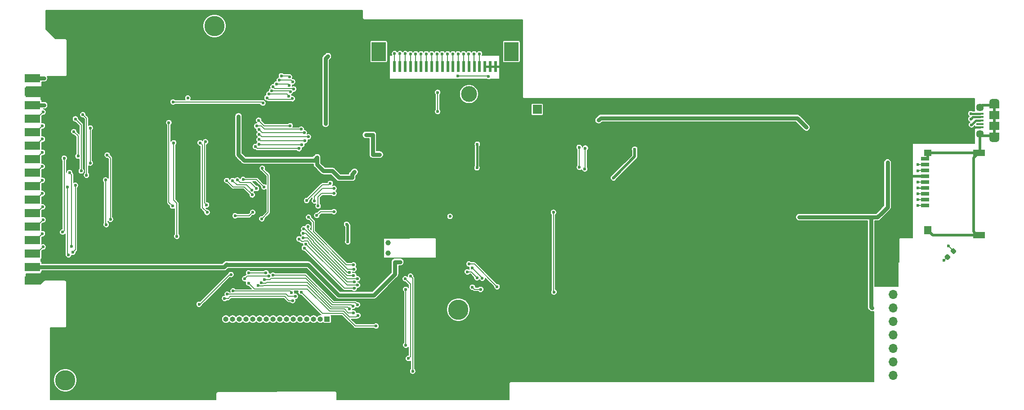
<source format=gbl>
G04 #@! TF.GenerationSoftware,KiCad,Pcbnew,5.1.8+dfsg1-1~bpo10+1*
G04 #@! TF.CreationDate,2020-11-24T20:11:20+01:00*
G04 #@! TF.ProjectId,armpofo_cpu,61726d70-6f66-46f5-9f63-70752e6b6963,rev?*
G04 #@! TF.SameCoordinates,PX3938700PY42c1d80*
G04 #@! TF.FileFunction,Copper,L2,Bot*
G04 #@! TF.FilePolarity,Positive*
%FSLAX46Y46*%
G04 Gerber Fmt 4.6, Leading zero omitted, Abs format (unit mm)*
G04 Created by KiCad (PCBNEW 5.1.8+dfsg1-1~bpo10+1) date 2020-11-24 20:11:20*
%MOMM*%
%LPD*%
G01*
G04 APERTURE LIST*
G04 #@! TA.AperFunction,SMDPad,CuDef*
%ADD10R,2.200000X1.200000*%
G04 #@! TD*
G04 #@! TA.AperFunction,SMDPad,CuDef*
%ADD11R,1.400000X1.600000*%
G04 #@! TD*
G04 #@! TA.AperFunction,SMDPad,CuDef*
%ADD12R,1.400000X1.200000*%
G04 #@! TD*
G04 #@! TA.AperFunction,SMDPad,CuDef*
%ADD13R,1.600000X0.700000*%
G04 #@! TD*
G04 #@! TA.AperFunction,ComponentPad*
%ADD14C,3.000000*%
G04 #@! TD*
G04 #@! TA.AperFunction,ComponentPad*
%ADD15C,3.800000*%
G04 #@! TD*
G04 #@! TA.AperFunction,SMDPad,CuDef*
%ADD16R,1.900000X1.500000*%
G04 #@! TD*
G04 #@! TA.AperFunction,ComponentPad*
%ADD17C,1.450000*%
G04 #@! TD*
G04 #@! TA.AperFunction,SMDPad,CuDef*
%ADD18R,1.350000X0.400000*%
G04 #@! TD*
G04 #@! TA.AperFunction,ComponentPad*
%ADD19O,1.900000X1.200000*%
G04 #@! TD*
G04 #@! TA.AperFunction,SMDPad,CuDef*
%ADD20R,1.900000X1.200000*%
G04 #@! TD*
G04 #@! TA.AperFunction,ComponentPad*
%ADD21R,1.700000X1.700000*%
G04 #@! TD*
G04 #@! TA.AperFunction,ComponentPad*
%ADD22O,1.700000X1.700000*%
G04 #@! TD*
G04 #@! TA.AperFunction,ComponentPad*
%ADD23C,1.000000*%
G04 #@! TD*
G04 #@! TA.AperFunction,SMDPad,CuDef*
%ADD24R,3.000000X1.524000*%
G04 #@! TD*
G04 #@! TA.AperFunction,ComponentPad*
%ADD25R,1.000000X1.000000*%
G04 #@! TD*
G04 #@! TA.AperFunction,ComponentPad*
%ADD26O,1.000000X1.000000*%
G04 #@! TD*
G04 #@! TA.AperFunction,SMDPad,CuDef*
%ADD27R,0.610000X2.000000*%
G04 #@! TD*
G04 #@! TA.AperFunction,SMDPad,CuDef*
%ADD28R,2.680000X3.600000*%
G04 #@! TD*
G04 #@! TA.AperFunction,ViaPad*
%ADD29C,0.600000*%
G04 #@! TD*
G04 #@! TA.AperFunction,Conductor*
%ADD30C,1.000000*%
G04 #@! TD*
G04 #@! TA.AperFunction,Conductor*
%ADD31C,0.200000*%
G04 #@! TD*
G04 #@! TA.AperFunction,Conductor*
%ADD32C,0.400000*%
G04 #@! TD*
G04 #@! TA.AperFunction,Conductor*
%ADD33C,0.500000*%
G04 #@! TD*
G04 #@! TA.AperFunction,Conductor*
%ADD34C,0.800000*%
G04 #@! TD*
G04 #@! TA.AperFunction,Conductor*
%ADD35C,0.250000*%
G04 #@! TD*
G04 #@! TA.AperFunction,Conductor*
%ADD36C,0.100000*%
G04 #@! TD*
G04 APERTURE END LIST*
D10*
G04 #@! TO.P,J8,9*
G04 #@! TO.N,Earth_Protective*
X188100000Y-42650000D03*
X188100000Y-27150000D03*
D11*
X178500000Y-41750000D03*
D12*
X178500000Y-27150000D03*
D13*
X178000000Y-28300000D03*
G04 #@! TO.P,J8,7*
G04 #@! TO.N,/SDCARD-D0*
X178000000Y-30500000D03*
G04 #@! TO.P,J8,8*
G04 #@! TO.N,/SDCARD-D1*
X178000000Y-29400000D03*
G04 #@! TO.P,J8,6*
G04 #@! TO.N,GND*
X178000000Y-31600000D03*
G04 #@! TO.P,J8,5*
G04 #@! TO.N,/SDCARD-CK*
X178000000Y-32700000D03*
G04 #@! TO.P,J8,4*
G04 #@! TO.N,+3V3*
X178000000Y-33800000D03*
G04 #@! TO.P,J8,1*
G04 #@! TO.N,/SDCARD-D2*
X178000000Y-37100000D03*
G04 #@! TO.P,J8,2*
G04 #@! TO.N,/SDCARD-D3*
X178000000Y-36000000D03*
G04 #@! TO.P,J8,3*
G04 #@! TO.N,/SDCARD-CMD*
X178000000Y-34900000D03*
G04 #@! TD*
D14*
G04 #@! TO.P,H4,1*
G04 #@! TO.N,Net-(H4-Pad1)*
X92100000Y-16100000D03*
G04 #@! TD*
D15*
G04 #@! TO.P,H3,1*
G04 #@! TO.N,Net-(H3-Pad1)*
X90100000Y-56700000D03*
G04 #@! TD*
G04 #@! TO.P,H2,1*
G04 #@! TO.N,Net-(H2-Pad1)*
X16100000Y-70000000D03*
G04 #@! TD*
G04 #@! TO.P,H1,1*
G04 #@! TO.N,Net-(H1-Pad1)*
X44200000Y-3300000D03*
G04 #@! TD*
G04 #@! TO.P,D3,1*
G04 #@! TO.N,Net-(D3-Pad1)*
G04 #@! TA.AperFunction,SMDPad,CuDef*
G36*
G01*
X182064990Y-47297403D02*
X181702597Y-46935010D01*
G75*
G02*
X181702597Y-46625650I154680J154680D01*
G01*
X182011956Y-46316291D01*
G75*
G02*
X182321316Y-46316291I154680J-154680D01*
G01*
X182683709Y-46678684D01*
G75*
G02*
X182683709Y-46988044I-154680J-154680D01*
G01*
X182374350Y-47297403D01*
G75*
G02*
X182064990Y-47297403I-154680J154680D01*
G01*
G37*
G04 #@! TD.AperFunction*
G04 #@! TO.P,D3,2*
G04 #@! TO.N,+3V3*
G04 #@! TA.AperFunction,SMDPad,CuDef*
G36*
G01*
X183178684Y-46183709D02*
X182816291Y-45821316D01*
G75*
G02*
X182816291Y-45511956I154680J154680D01*
G01*
X183125650Y-45202597D01*
G75*
G02*
X183435010Y-45202597I154680J-154680D01*
G01*
X183797403Y-45564990D01*
G75*
G02*
X183797403Y-45874350I-154680J-154680D01*
G01*
X183488044Y-46183709D01*
G75*
G02*
X183178684Y-46183709I-154680J154680D01*
G01*
G37*
G04 #@! TD.AperFunction*
G04 #@! TD*
D16*
G04 #@! TO.P,J1,6*
G04 #@! TO.N,Earth_Protective*
X191037500Y-22100000D03*
D17*
X188337500Y-18600000D03*
D18*
G04 #@! TO.P,J1,2*
G04 #@! TO.N,Net-(J1-Pad2)*
X188337500Y-20450000D03*
G04 #@! TO.P,J1,1*
G04 #@! TO.N,Net-(FB2-Pad2)*
X188337500Y-19800000D03*
G04 #@! TO.P,J1,5*
G04 #@! TO.N,GND*
X188337500Y-22400000D03*
G04 #@! TO.P,J1,4*
G04 #@! TO.N,Net-(J1-Pad4)*
X188337500Y-21750000D03*
G04 #@! TO.P,J1,3*
G04 #@! TO.N,Net-(J1-Pad3)*
X188337500Y-21100000D03*
D17*
G04 #@! TO.P,J1,6*
G04 #@! TO.N,Earth_Protective*
X188337500Y-23600000D03*
D16*
X191037500Y-20100000D03*
D19*
X191037500Y-17600000D03*
X191037500Y-24600000D03*
D20*
X191037500Y-24000000D03*
X191037500Y-18200000D03*
G04 #@! TD*
D21*
G04 #@! TO.P,J2,1*
G04 #@! TO.N,/BAT+*
X104968000Y-19000000D03*
G04 #@! TD*
G04 #@! TO.P,J3,1*
G04 #@! TO.N,GND*
X15700000Y-2500000D03*
G04 #@! TD*
G04 #@! TO.P,J7,1*
G04 #@! TO.N,GND*
X172000000Y-51300000D03*
D22*
G04 #@! TO.P,J7,2*
G04 #@! TO.N,/RESET*
X172000000Y-53840000D03*
G04 #@! TO.P,J7,3*
G04 #@! TO.N,+3V3*
X172000000Y-56380000D03*
G04 #@! TO.P,J7,4*
G04 #@! TO.N,/BOOT0*
X172000000Y-58920000D03*
G04 #@! TO.P,J7,5*
G04 #@! TO.N,/SWDC*
X172000000Y-61460000D03*
G04 #@! TO.P,J7,6*
G04 #@! TO.N,/SWDIO*
X172000000Y-64000000D03*
G04 #@! TO.P,J7,7*
G04 #@! TO.N,/TRACE-RX*
X172000000Y-66540000D03*
G04 #@! TO.P,J7,8*
G04 #@! TO.N,/TRACE-TX*
X172000000Y-69080000D03*
G04 #@! TD*
D23*
G04 #@! TO.P,Y2,1*
G04 #@! TO.N,Net-(C28-Pad1)*
X76896000Y-46060000D03*
G04 #@! TO.P,Y2,2*
G04 #@! TO.N,Net-(C29-Pad1)*
X76896000Y-44160000D03*
G04 #@! TD*
D24*
G04 #@! TO.P,J6,2*
G04 #@! TO.N,/5VINT*
X9900000Y-13100000D03*
G04 #@! TO.P,J6,4*
G04 #@! TO.N,GND*
X9900000Y-15640000D03*
G04 #@! TO.P,J6,6*
G04 #@! TO.N,+3V3*
X9900000Y-18180000D03*
G04 #@! TO.P,J6,8*
G04 #@! TO.N,/PA0*
X9900000Y-20720000D03*
G04 #@! TO.P,J6,10*
G04 #@! TO.N,/PA2*
X9900000Y-23260000D03*
G04 #@! TO.P,J6,12*
G04 #@! TO.N,/PA4*
X9900000Y-25800000D03*
G04 #@! TO.P,J6,14*
G04 #@! TO.N,/PA6*
X9900000Y-28340000D03*
G04 #@! TO.P,J6,16*
G04 #@! TO.N,/PA8*
X9900000Y-30880000D03*
G04 #@! TO.P,J6,18*
G04 #@! TO.N,/PB6*
X9900000Y-33420000D03*
G04 #@! TO.P,J6,20*
G04 #@! TO.N,/PB11*
X9900000Y-35960000D03*
G04 #@! TO.P,J6,22*
G04 #@! TO.N,/PB13*
X9900000Y-38500000D03*
G04 #@! TO.P,J6,24*
G04 #@! TO.N,/PB15*
X9900000Y-41040000D03*
G04 #@! TO.P,J6,26*
G04 #@! TO.N,/PC4*
X9900000Y-43580000D03*
G04 #@! TO.P,J6,28*
G04 #@! TO.N,/PD0*
X9900000Y-46120000D03*
G04 #@! TO.P,J6,30*
G04 #@! TO.N,+3V3*
X9900000Y-48660000D03*
G04 #@! TO.P,J6,32*
G04 #@! TO.N,GND*
X9900000Y-51200000D03*
G04 #@! TD*
D21*
G04 #@! TO.P,J9,1*
G04 #@! TO.N,GND*
X20700000Y-2500000D03*
G04 #@! TD*
D25*
G04 #@! TO.P,J10,1*
G04 #@! TO.N,/KEY-R1*
X65400000Y-58500000D03*
D26*
G04 #@! TO.P,J10,2*
G04 #@! TO.N,/KEY-R2*
X64130000Y-58500000D03*
G04 #@! TO.P,J10,3*
G04 #@! TO.N,/KEY-R3*
X62860000Y-58500000D03*
G04 #@! TO.P,J10,4*
G04 #@! TO.N,/KEY-R4*
X61590000Y-58500000D03*
G04 #@! TO.P,J10,5*
G04 #@! TO.N,/KEY-R5*
X60320000Y-58500000D03*
G04 #@! TO.P,J10,6*
G04 #@! TO.N,/KEY-R6*
X59050000Y-58500000D03*
G04 #@! TO.P,J10,7*
G04 #@! TO.N,/KEY-R7*
X57780000Y-58500000D03*
G04 #@! TO.P,J10,8*
G04 #@! TO.N,/KEY-R8*
X56510000Y-58500000D03*
G04 #@! TO.P,J10,9*
G04 #@! TO.N,/KEY-C1*
X55240000Y-58500000D03*
G04 #@! TO.P,J10,10*
G04 #@! TO.N,/KEY-C2*
X53970000Y-58500000D03*
G04 #@! TO.P,J10,11*
G04 #@! TO.N,/KEY-C3*
X52700000Y-58500000D03*
G04 #@! TO.P,J10,12*
G04 #@! TO.N,/KEY-C4*
X51430000Y-58500000D03*
G04 #@! TO.P,J10,13*
G04 #@! TO.N,/KEY-C5*
X50160000Y-58500000D03*
G04 #@! TO.P,J10,14*
G04 #@! TO.N,/KEY-C6*
X48890000Y-58500000D03*
G04 #@! TO.P,J10,15*
G04 #@! TO.N,/KEY-C7*
X47620000Y-58500000D03*
G04 #@! TO.P,J10,16*
G04 #@! TO.N,/KEY-C8*
X46350000Y-58500000D03*
G04 #@! TD*
D27*
G04 #@! TO.P,J11,1*
G04 #@! TO.N,/LCD-5V*
X78100000Y-10900000D03*
G04 #@! TO.P,J11,2*
X79100000Y-10900000D03*
G04 #@! TO.P,J11,3*
X80100000Y-10900000D03*
G04 #@! TO.P,J11,4*
G04 #@! TO.N,/LCD-D0*
X81100000Y-10900000D03*
G04 #@! TO.P,J11,5*
G04 #@! TO.N,/LCD-D1*
X82100000Y-10900000D03*
G04 #@! TO.P,J11,6*
G04 #@! TO.N,/LCD-D2*
X83100000Y-10900000D03*
G04 #@! TO.P,J11,7*
G04 #@! TO.N,/LCD-D3*
X84100000Y-10900000D03*
G04 #@! TO.P,J11,8*
G04 #@! TO.N,/LCD-D4*
X85100000Y-10900000D03*
G04 #@! TO.P,J11,9*
G04 #@! TO.N,/LCD-D5*
X86100000Y-10900000D03*
G04 #@! TO.P,J11,10*
G04 #@! TO.N,/LCD-D6*
X87100000Y-10900000D03*
G04 #@! TO.P,J11,11*
G04 #@! TO.N,/LCD-D7*
X88100000Y-10900000D03*
G04 #@! TO.P,J11,12*
G04 #@! TO.N,/LCD-CTRPWM*
X89100000Y-10900000D03*
G04 #@! TO.P,J11,13*
G04 #@! TO.N,/SOUND-LATCH*
X90100000Y-10900000D03*
G04 #@! TO.P,J11,14*
G04 #@! TO.N,/LCD-RS*
X91100000Y-10900000D03*
G04 #@! TO.P,J11,15*
G04 #@! TO.N,/LCD-E*
X92100000Y-10900000D03*
G04 #@! TO.P,J11,16*
G04 #@! TO.N,/LCD-CS*
X93100000Y-10900000D03*
G04 #@! TO.P,J11,17*
G04 #@! TO.N,/LCD-R~W*
X94100000Y-10900000D03*
G04 #@! TO.P,J11,18*
G04 #@! TO.N,GND*
X95100000Y-10900000D03*
G04 #@! TO.P,J11,19*
X96100000Y-10900000D03*
G04 #@! TO.P,J11,20*
X97100000Y-10900000D03*
D28*
G04 #@! TO.P,J11,MP*
G04 #@! TO.N,N/C*
X75110000Y-8100000D03*
X100090000Y-8100000D03*
G04 #@! TD*
D29*
G04 #@! TO.N,GND*
X8961000Y-51221500D03*
X10802500Y-51221500D03*
X10866000Y-15661500D03*
X12100000Y-15700000D03*
X8961000Y-15661500D03*
X9913500Y-51221500D03*
X63817500Y-41275000D03*
X71056500Y-41148000D03*
X71056500Y-43180000D03*
X73621000Y-45187500D03*
X78568500Y-39351000D03*
X74782500Y-40851000D03*
X71120000Y-35814000D03*
X81788000Y-39179500D03*
X84653000Y-36172000D03*
X84653000Y-30076000D03*
X84653000Y-33124000D03*
X50807500Y-27409000D03*
X113799500Y-21757500D03*
X107000000Y-24366000D03*
X161830750Y-26113750D03*
X162307000Y-26590000D03*
X149442500Y-25040000D03*
X150566000Y-24488000D03*
X146267500Y-25040000D03*
X144460500Y-24815000D03*
X141031500Y-24815000D03*
X130500000Y-29906000D03*
X131250000Y-31823000D03*
X129293500Y-33779500D03*
X129368000Y-36816500D03*
X65031500Y-28044000D03*
X42489000Y-16741000D03*
X32646500Y-23408500D03*
X45717500Y-45707000D03*
X44958000Y-45006000D03*
X9900000Y-15640000D03*
X12500038Y-50500000D03*
X63511772Y-51534728D03*
X77000000Y-58300000D03*
X98000000Y-3300000D03*
X118318500Y-23925000D03*
X117302500Y-23925000D03*
X186800000Y-23100000D03*
X165200000Y-51300000D03*
X175400000Y-31699996D03*
G04 #@! TO.N,+3V3*
X8961000Y-18201500D03*
X10866000Y-18201500D03*
X9024500Y-48681500D03*
X10802500Y-48681500D03*
X9913500Y-48681500D03*
X9913500Y-18201500D03*
X69278500Y-43942000D03*
X88526500Y-39156500D03*
X48966000Y-27790000D03*
X48700000Y-21200000D03*
X65031500Y-51475500D03*
X70111500Y-31854000D03*
X63507500Y-28044000D03*
X46489500Y-48173500D03*
X69068164Y-40644179D03*
X39169950Y-16869952D03*
X78171000Y-47729000D03*
X79171000Y-47729000D03*
X70565250Y-30765250D03*
X48700000Y-20300000D03*
X12000000Y-48700000D03*
X12098500Y-18201500D03*
X170900000Y-29000000D03*
X170900000Y-30500000D03*
X170900000Y-32100000D03*
X170900000Y-34100000D03*
X170900000Y-35800000D03*
X170900000Y-37400000D03*
X176600000Y-33800000D03*
X154300000Y-39300000D03*
X168000000Y-56400000D03*
X182400000Y-44700000D03*
X167800000Y-45300000D03*
G04 #@! TO.N,/RESET*
X108000000Y-38400000D03*
X108100000Y-53400000D03*
G04 #@! TO.N,/5VINT*
X8961000Y-13121500D03*
X10866000Y-13121500D03*
X9913500Y-13121500D03*
X65539500Y-8994000D03*
X12074990Y-13125010D03*
X65100000Y-20500000D03*
X74000000Y-27500000D03*
X74000000Y-23800000D03*
X72800000Y-23800000D03*
X75300000Y-27500000D03*
X65100000Y-21700000D03*
G04 #@! TO.N,/USB5V*
X123300000Y-26500000D03*
X119300000Y-31900000D03*
G04 #@! TO.N,Net-(C25-Pad1)*
X116512500Y-21032000D03*
X155646000Y-22392500D03*
G04 #@! TO.N,/LED1*
X61900000Y-39300000D03*
X70368415Y-48278223D03*
X97400000Y-52400000D03*
X92100000Y-48100006D03*
G04 #@! TO.N,Net-(FB2-Pad2)*
X186598711Y-19796648D03*
G04 #@! TO.N,/USB-DM*
X60100000Y-43400000D03*
X70500237Y-51475296D03*
G04 #@! TO.N,/USB-DP*
X71100000Y-52100000D03*
X61415148Y-44364656D03*
G04 #@! TO.N,/BAT+*
X93606500Y-30012500D03*
X93670000Y-25549990D03*
G04 #@! TO.N,/LCD-5V*
X78100000Y-8500000D03*
X79100000Y-8500000D03*
X80100000Y-8500000D03*
G04 #@! TO.N,/LCD-D0*
X81074000Y-8526000D03*
G04 #@! TO.N,/LCD-D1*
X56776500Y-12677000D03*
X58300000Y-12900000D03*
X82074000Y-8526000D03*
G04 #@! TO.N,/LCD-D2*
X56395500Y-13502500D03*
X58899998Y-13800000D03*
X83074000Y-8526000D03*
G04 #@! TO.N,/LCD-D3*
X55845586Y-14247586D03*
X58264940Y-14445904D03*
X84074000Y-8526000D03*
G04 #@! TO.N,/LCD-D4*
X55215833Y-14740972D03*
X59103874Y-15154345D03*
X85074000Y-8526000D03*
G04 #@! TO.N,/LCD-D5*
X54940310Y-15492041D03*
X58467163Y-15645916D03*
X86074000Y-8526000D03*
G04 #@! TO.N,/LCD-D6*
X54429816Y-16108008D03*
X58200000Y-16500004D03*
X87074000Y-8526000D03*
G04 #@! TO.N,/LCD-D7*
X54071363Y-16823222D03*
X58838810Y-16981602D03*
X88074000Y-8526000D03*
G04 #@! TO.N,/SOUND-LATCH*
X63698000Y-37188000D03*
X66682500Y-34838500D03*
X90074000Y-8526000D03*
X90000000Y-12700000D03*
X95800000Y-12800000D03*
G04 #@! TO.N,/LCD-RS*
X91074000Y-8526000D03*
G04 #@! TO.N,/LCD-E*
X92074000Y-8526000D03*
G04 #@! TO.N,/LCD-CS*
X61539000Y-36163990D03*
X65984000Y-32933500D03*
X93074000Y-8526000D03*
G04 #@! TO.N,/LCD-R~W*
X62999500Y-36235500D03*
X66682500Y-33886000D03*
X94074000Y-8526000D03*
G04 #@! TO.N,/PA0*
X51300000Y-35100000D03*
X46500000Y-32400000D03*
X11900000Y-19500000D03*
X20100000Y-31400000D03*
X19400000Y-20000001D03*
G04 #@! TO.N,/PB5*
X16900000Y-30900000D03*
X17300000Y-44799996D03*
X58700000Y-53500000D03*
X47700000Y-53200000D03*
G04 #@! TO.N,/PA1*
X47600000Y-32400000D03*
X51221282Y-34172738D03*
X18000000Y-20800000D03*
X19100000Y-30600000D03*
G04 #@! TO.N,/PB6*
X18000000Y-33300000D03*
X17500000Y-45900000D03*
X11779104Y-32331971D03*
X59400000Y-54200000D03*
X46600000Y-53800000D03*
G04 #@! TO.N,/PA2*
X52100000Y-33900000D03*
X48500000Y-32300000D03*
X20800000Y-29100000D03*
X20800000Y-22500002D03*
X11800000Y-22100000D03*
G04 #@! TO.N,/PB7*
X16500000Y-33600000D03*
X16700000Y-46400000D03*
X58900000Y-55000000D03*
X46100000Y-54600000D03*
G04 #@! TO.N,/PA3*
X53500000Y-33600000D03*
X49600000Y-32199968D03*
X18500000Y-27800000D03*
X17700000Y-23200000D03*
G04 #@! TO.N,/PB11*
X11754749Y-34845616D03*
G04 #@! TO.N,/PA4*
X52141000Y-22138500D03*
X60523000Y-22738510D03*
X11791715Y-24600000D03*
G04 #@! TO.N,/PA5*
X61094500Y-23408500D03*
X52599979Y-22801728D03*
G04 #@! TO.N,/PB13*
X11844804Y-37355198D03*
G04 #@! TO.N,/PA6*
X61856500Y-24170500D03*
X52599979Y-23702553D03*
X11800000Y-27100002D03*
G04 #@! TO.N,/PA7*
X61221500Y-24869000D03*
X52599979Y-24669060D03*
G04 #@! TO.N,/PB15*
X11900000Y-39800000D03*
G04 #@! TO.N,/PA8*
X23700000Y-32300000D03*
X23800000Y-40700000D03*
X11743132Y-29754280D03*
G04 #@! TO.N,/PC1*
X51379000Y-38394500D03*
X48077000Y-39029500D03*
G04 #@! TO.N,/PD0*
X11900000Y-44900000D03*
X50600000Y-49800000D03*
X53887839Y-49785419D03*
G04 #@! TO.N,/PC4*
X60650000Y-25631000D03*
X52585500Y-25567500D03*
X11800000Y-42400000D03*
X24600000Y-39700000D03*
X23999500Y-27599500D03*
G04 #@! TO.N,/PD1*
X54400000Y-50400000D03*
X49868887Y-50900010D03*
G04 #@! TO.N,/PC5*
X51887000Y-26012000D03*
X60100010Y-26380454D03*
X15600000Y-42100000D03*
X15900000Y-28200000D03*
G04 #@! TO.N,/BOOT0*
X74600000Y-59800000D03*
X60499979Y-53400000D03*
G04 #@! TO.N,/SWDC*
X50600000Y-51700000D03*
X71200000Y-57800034D03*
G04 #@! TO.N,/SWDIO*
X70500000Y-52700000D03*
X80200000Y-52900000D03*
X80200000Y-63400000D03*
X61100000Y-45099979D03*
G04 #@! TO.N,/TRACE-RX*
X60900000Y-43200000D03*
X71093979Y-50899989D03*
X80100000Y-50900000D03*
X80700000Y-65900000D03*
G04 #@! TO.N,/TRACE-TX*
X60900000Y-42300000D03*
X70400000Y-50275284D03*
X81100000Y-50400000D03*
X81500000Y-68300000D03*
G04 #@! TO.N,/SDCARD-D0*
X61800000Y-41100000D03*
X70437202Y-49075273D03*
X176600000Y-30600000D03*
X94600000Y-50799998D03*
X92700000Y-48900000D03*
G04 #@! TO.N,/SDCARD-D1*
X61000000Y-41500000D03*
X69600000Y-49675274D03*
X176600000Y-29400000D03*
X93600000Y-50700000D03*
X91800000Y-49600020D03*
G04 #@! TO.N,/SDCARD-CK*
X53600010Y-51100010D03*
X70254684Y-56085363D03*
X176600000Y-32700000D03*
G04 #@! TO.N,/SDCARD-D2*
X52400000Y-52200000D03*
X70327426Y-57308272D03*
X176600000Y-37100000D03*
G04 #@! TO.N,/SDCARD-D3*
X53034310Y-51665698D03*
X69598020Y-56542322D03*
X176600000Y-36000000D03*
G04 #@! TO.N,/SDCARD-CMD*
X55208442Y-50199990D03*
X71100000Y-55800000D03*
X176600002Y-34900000D03*
X94300000Y-52900000D03*
X92750000Y-52500001D03*
G04 #@! TO.N,/CHARGE-PWM*
X63444000Y-38966000D03*
X66682500Y-38267500D03*
X114000000Y-26300000D03*
X113900000Y-30200000D03*
G04 #@! TO.N,/LCD-ON*
X53100000Y-39600000D03*
X53200000Y-30100000D03*
G04 #@! TO.N,/WAKEUP*
X41300000Y-55700000D03*
X47300000Y-50100000D03*
G04 #@! TO.N,/QSPI-CS*
X36399996Y-17600000D03*
X53300000Y-17800000D03*
G04 #@! TO.N,/QSPI-IO2*
X36500000Y-25300000D03*
X37100000Y-42900000D03*
G04 #@! TO.N,/QSPI-CLK*
X58427500Y-22075000D03*
X52516143Y-21052691D03*
G04 #@! TO.N,/QSPI-IO0*
X42500000Y-25100000D03*
X42700000Y-37000000D03*
G04 #@! TO.N,/QSPI-IO1*
X36300000Y-37200000D03*
X35600000Y-21500000D03*
G04 #@! TO.N,/QSPI-IO3*
X41500000Y-25300000D03*
X42800000Y-38400000D03*
G04 #@! TO.N,Net-(J1-Pad2)*
X186600004Y-20800000D03*
G04 #@! TO.N,Net-(J1-Pad3)*
X186699994Y-21900000D03*
G04 #@! TO.N,Net-(D3-Pad1)*
X181500000Y-47400000D03*
G04 #@! TO.N,Net-(R4-Pad1)*
X112850006Y-26150000D03*
X112900000Y-29899999D03*
G04 #@! TO.N,/LCD-CTRPWM*
X86200006Y-15800000D03*
X86200001Y-19399999D03*
X89074000Y-8526000D03*
G04 #@! TD*
D30*
G04 #@! TO.N,GND*
X12100000Y-15700000D02*
X9960000Y-15700000D01*
D31*
X9960000Y-15700000D02*
X9900000Y-15640000D01*
D30*
X12300038Y-50700000D02*
X12500038Y-50500000D01*
X9900000Y-51200000D02*
X10400000Y-50700000D01*
X10400000Y-50700000D02*
X12300038Y-50700000D01*
D32*
X188337500Y-22400000D02*
X187400000Y-22400000D01*
X186800000Y-23000000D02*
X186800000Y-23100000D01*
X187400000Y-22400000D02*
X186800000Y-23000000D01*
D33*
X175499996Y-31600000D02*
X175400000Y-31699996D01*
X178000000Y-31600000D02*
X175499996Y-31600000D01*
D32*
X95100000Y-10900000D02*
X97100000Y-10900000D01*
X97100000Y-10900000D02*
X98200000Y-10900000D01*
D34*
G04 #@! TO.N,+3V3*
X48700000Y-21200000D02*
X48700000Y-27524000D01*
X48700000Y-27524000D02*
X48966000Y-27790000D01*
X61800000Y-48244000D02*
X46560000Y-48244000D01*
X46560000Y-48244000D02*
X46489500Y-48173500D01*
X65031500Y-51475500D02*
X61800000Y-48244000D01*
D33*
X69278500Y-43942000D02*
X69278500Y-40854515D01*
X69278500Y-40854515D02*
X69068164Y-40644179D01*
D34*
X62951500Y-28600000D02*
X63507500Y-28044000D01*
X48966000Y-27790000D02*
X49776000Y-28600000D01*
X49776000Y-28600000D02*
X62951500Y-28600000D01*
X70111500Y-31854000D02*
X67654000Y-31854000D01*
X67654000Y-31854000D02*
X66400000Y-30600000D01*
X66400000Y-30600000D02*
X64700000Y-30600000D01*
X63507500Y-29407500D02*
X63507500Y-28044000D01*
X64700000Y-30600000D02*
X63507500Y-29407500D01*
X79171000Y-47729000D02*
X78171000Y-47729000D01*
X74200000Y-54000000D02*
X67556000Y-54000000D01*
X78171000Y-47729000D02*
X78171000Y-50029000D01*
X67556000Y-54000000D02*
X65031500Y-51475500D01*
X78171000Y-50029000D02*
X74200000Y-54000000D01*
X70111500Y-31854000D02*
X70111500Y-31219000D01*
X70111500Y-31219000D02*
X70565250Y-30765250D01*
X48700000Y-21200000D02*
X48700000Y-20300000D01*
X46489500Y-48173500D02*
X45963000Y-48700000D01*
X9932000Y-48700000D02*
X9913500Y-48681500D01*
X45963000Y-48700000D02*
X12000000Y-48700000D01*
X12000000Y-48700000D02*
X9932000Y-48700000D01*
X9913500Y-18201500D02*
X12098500Y-18201500D01*
X170900000Y-32100000D02*
X170900000Y-30500000D01*
X170900000Y-35800000D02*
X170900000Y-34100000D01*
X170900000Y-37400000D02*
X170900000Y-35800000D01*
D35*
X178000000Y-33800000D02*
X176600000Y-33800000D01*
D34*
X170900000Y-30500000D02*
X170900000Y-29000000D01*
X170900000Y-32100000D02*
X170900000Y-34100000D01*
X167800000Y-56200000D02*
X168000000Y-56400000D01*
X167800000Y-39300000D02*
X154300000Y-39300000D01*
X167800000Y-39300000D02*
X167800000Y-56200000D01*
D31*
X183306847Y-45693153D02*
X183306847Y-45606847D01*
X183306847Y-45606847D02*
X182400000Y-44700000D01*
D34*
X169800000Y-38500000D02*
X170900000Y-37400000D01*
X167800000Y-39300000D02*
X169000000Y-39300000D01*
X169000000Y-39300000D02*
X169800000Y-38500000D01*
D31*
G04 #@! TO.N,/RESET*
X108000000Y-38400000D02*
X108000000Y-53300000D01*
X108000000Y-53300000D02*
X108100000Y-53400000D01*
D34*
G04 #@! TO.N,/5VINT*
X65114000Y-9419500D02*
X65539500Y-8994000D01*
X9925010Y-13125010D02*
X9900000Y-13100000D01*
X12074990Y-13125010D02*
X9925010Y-13125010D01*
X65100000Y-9433500D02*
X65114000Y-9419500D01*
X65100000Y-20500000D02*
X65100000Y-9433500D01*
X74000000Y-27500000D02*
X74000000Y-23800000D01*
X74000000Y-23800000D02*
X72800000Y-23800000D01*
X72800000Y-23800000D02*
X72700000Y-23800000D01*
X74000000Y-27500000D02*
X75300000Y-27500000D01*
X75300000Y-27500000D02*
X75300000Y-27500000D01*
X65100000Y-20500000D02*
X65100000Y-21700000D01*
X65100000Y-21700000D02*
X65100000Y-21700000D01*
D33*
G04 #@! TO.N,/USB5V*
X119700000Y-31500000D02*
X119300000Y-31900000D01*
X123300000Y-26500000D02*
X123300000Y-27900000D01*
X123300000Y-27900000D02*
X119700000Y-31500000D01*
D34*
G04 #@! TO.N,Net-(C25-Pad1)*
X153885500Y-20632000D02*
X155646000Y-22392500D01*
X116512500Y-21032000D02*
X116912500Y-20632000D01*
X116912500Y-20632000D02*
X153885500Y-20632000D01*
D31*
G04 #@! TO.N,/LED1*
X61900000Y-39300000D02*
X62800022Y-40200022D01*
X62800022Y-42033026D02*
X69045219Y-48278223D01*
X69045219Y-48278223D02*
X69944151Y-48278223D01*
X62800022Y-40200022D02*
X62800022Y-42033026D01*
X69944151Y-48278223D02*
X70368415Y-48278223D01*
X93100006Y-48100006D02*
X92100000Y-48100006D01*
X97400000Y-52400000D02*
X93100006Y-48100006D01*
D32*
G04 #@! TO.N,Net-(FB2-Pad2)*
X188337500Y-19800000D02*
X186602063Y-19800000D01*
X186602063Y-19800000D02*
X186598711Y-19796648D01*
D33*
G04 #@! TO.N,Earth_Protective*
X191037500Y-18200000D02*
X191037500Y-17600000D01*
X191037500Y-18200000D02*
X191037500Y-20100000D01*
X191037500Y-22100000D02*
X191037500Y-20100000D01*
X191037500Y-22100000D02*
X191037500Y-24000000D01*
X188737500Y-18200000D02*
X188337500Y-18600000D01*
X191037500Y-18200000D02*
X188737500Y-18200000D01*
X188737500Y-24000000D02*
X188337500Y-23600000D01*
X191037500Y-24000000D02*
X188737500Y-24000000D01*
X188337500Y-26912500D02*
X188100000Y-27150000D01*
X188337500Y-23600000D02*
X188337500Y-26912500D01*
X188100000Y-27150000D02*
X178500000Y-27150000D01*
X179400000Y-42650000D02*
X178500000Y-41750000D01*
X188100000Y-42650000D02*
X179400000Y-42650000D01*
X187725000Y-42650000D02*
X188100000Y-42650000D01*
X187100000Y-42025000D02*
X187725000Y-42650000D01*
X188100000Y-27150000D02*
X187100000Y-28150000D01*
X187100000Y-28150000D02*
X187100000Y-42025000D01*
X178400000Y-28300000D02*
X178000000Y-28300000D01*
X178500000Y-27150000D02*
X178500000Y-28200000D01*
X178500000Y-28200000D02*
X178400000Y-28300000D01*
D31*
G04 #@! TO.N,/USB-DM*
X69206696Y-51475296D02*
X70500237Y-51475296D01*
X61703150Y-43764654D02*
X62015150Y-44076654D01*
X62015150Y-44283750D02*
X69206696Y-51475296D01*
X60600000Y-43900000D02*
X60991800Y-43900000D01*
X62015150Y-44076654D02*
X62015150Y-44283750D01*
X61127146Y-43764654D02*
X61703150Y-43764654D01*
X60991800Y-43900000D02*
X61127146Y-43764654D01*
X60100000Y-43400000D02*
X60600000Y-43900000D01*
G04 #@! TO.N,/USB-DP*
X71100000Y-52100000D02*
X69150492Y-52100000D01*
X69150492Y-52100000D02*
X61415148Y-44364656D01*
D32*
G04 #@! TO.N,/BAT+*
X93606500Y-25613490D02*
X93670000Y-25549990D01*
X93606500Y-30012500D02*
X93606500Y-25613490D01*
D31*
G04 #@! TO.N,/LCD-5V*
X78100000Y-8500000D02*
X78100000Y-10900000D01*
X79100000Y-8500000D02*
X79100000Y-10900000D01*
X80100000Y-8500000D02*
X80100000Y-10900000D01*
G04 #@! TO.N,/LCD-D0*
X81074000Y-10074000D02*
X81100000Y-10100000D01*
X81074000Y-10874000D02*
X81100000Y-10900000D01*
X81074000Y-8526000D02*
X81074000Y-10874000D01*
G04 #@! TO.N,/LCD-D1*
X56776500Y-12677000D02*
X58077000Y-12677000D01*
X58077000Y-12677000D02*
X58300000Y-12900000D01*
X82074000Y-10074000D02*
X82100000Y-10100000D01*
X82074000Y-10874000D02*
X82100000Y-10900000D01*
X82074000Y-8526000D02*
X82074000Y-10874000D01*
G04 #@! TO.N,/LCD-D2*
X56395500Y-13502500D02*
X58602498Y-13502500D01*
X58602498Y-13502500D02*
X58899998Y-13800000D01*
X83074000Y-10074000D02*
X83100000Y-10100000D01*
X83074000Y-10874000D02*
X83100000Y-10900000D01*
X83074000Y-8526000D02*
X83074000Y-10874000D01*
G04 #@! TO.N,/LCD-D3*
X55845586Y-14247586D02*
X58066622Y-14247586D01*
X58066622Y-14247586D02*
X58264940Y-14445904D01*
X84074000Y-10074000D02*
X84100000Y-10100000D01*
X84074000Y-10874000D02*
X84100000Y-10900000D01*
X84074000Y-8526000D02*
X84074000Y-10874000D01*
G04 #@! TO.N,/LCD-D4*
X55520775Y-15045914D02*
X58995443Y-15045914D01*
X58995443Y-15045914D02*
X59103874Y-15154345D01*
X55215833Y-14740972D02*
X55520775Y-15045914D01*
X85074000Y-10074000D02*
X85100000Y-10100000D01*
X85074000Y-10874000D02*
X85100000Y-10900000D01*
X85074000Y-8526000D02*
X85074000Y-10874000D01*
G04 #@! TO.N,/LCD-D5*
X54940310Y-15492041D02*
X58313288Y-15492041D01*
X58313288Y-15492041D02*
X58467163Y-15645916D01*
X86074000Y-10074000D02*
X86100000Y-10100000D01*
X86074000Y-10874000D02*
X86100000Y-10900000D01*
X86074000Y-8526000D02*
X86074000Y-10874000D01*
G04 #@! TO.N,/LCD-D6*
X57808004Y-16108008D02*
X58200000Y-16500004D01*
X54429816Y-16108008D02*
X57808004Y-16108008D01*
X87074000Y-10074000D02*
X87100000Y-10100000D01*
X87074000Y-10874000D02*
X87100000Y-10900000D01*
X87074000Y-8526000D02*
X87074000Y-10874000D01*
G04 #@! TO.N,/LCD-D7*
X54071363Y-16823222D02*
X54371362Y-17123221D01*
X54371362Y-17123221D02*
X58697191Y-17123221D01*
X58697191Y-17123221D02*
X58838810Y-16981602D01*
X88074000Y-10074000D02*
X88100000Y-10100000D01*
X88074000Y-10874000D02*
X88100000Y-10900000D01*
X88074000Y-8526000D02*
X88074000Y-10874000D01*
G04 #@! TO.N,/SOUND-LATCH*
X63698000Y-37188000D02*
X63698000Y-35473500D01*
X63698000Y-35473500D02*
X64333000Y-34838500D01*
X64333000Y-34838500D02*
X66682500Y-34838500D01*
X90074000Y-10074000D02*
X90100000Y-10100000D01*
X95700000Y-12700000D02*
X95800000Y-12800000D01*
X90000000Y-12700000D02*
X95700000Y-12700000D01*
X90074000Y-10874000D02*
X90100000Y-10900000D01*
X90074000Y-8526000D02*
X90074000Y-10874000D01*
G04 #@! TO.N,/LCD-RS*
X91074000Y-10074000D02*
X91100000Y-10100000D01*
X91074000Y-10874000D02*
X91100000Y-10900000D01*
X91074000Y-8526000D02*
X91074000Y-10874000D01*
G04 #@! TO.N,/LCD-E*
X92074000Y-10074000D02*
X92100000Y-10100000D01*
X92074000Y-10874000D02*
X92100000Y-10900000D01*
X92074000Y-8526000D02*
X92074000Y-10874000D01*
G04 #@! TO.N,/LCD-CS*
X61539000Y-36237010D02*
X61539000Y-36163990D01*
X61475500Y-36300510D02*
X61539000Y-36237010D01*
X61539000Y-36163990D02*
X64515490Y-33187500D01*
X64515490Y-33187500D02*
X65730000Y-33187500D01*
X65730000Y-33187500D02*
X65984000Y-32933500D01*
X93074000Y-10074000D02*
X93100000Y-10100000D01*
X93074000Y-10874000D02*
X93100000Y-10900000D01*
X93074000Y-8526000D02*
X93074000Y-10874000D01*
G04 #@! TO.N,/LCD-R~W*
X62999500Y-36235500D02*
X62999500Y-35410000D01*
X62999500Y-35410000D02*
X64523500Y-33886000D01*
X64523500Y-33886000D02*
X66682500Y-33886000D01*
X94074000Y-10074000D02*
X94100000Y-10100000D01*
X94074000Y-10874000D02*
X94100000Y-10900000D01*
X94074000Y-8526000D02*
X94074000Y-10874000D01*
G04 #@! TO.N,/PA0*
X51300000Y-35100000D02*
X49800000Y-33600000D01*
X49800000Y-33600000D02*
X47700000Y-33600000D01*
X47700000Y-33600000D02*
X46500000Y-32400000D01*
X9900000Y-20720000D02*
X10680000Y-20720000D01*
X9900000Y-20720000D02*
X10780000Y-20720000D01*
X10680000Y-20720000D02*
X11900000Y-19500000D01*
X20100000Y-20700001D02*
X19400000Y-20000001D01*
X20100000Y-31400000D02*
X20100000Y-20700001D01*
G04 #@! TO.N,/PB5*
X17300000Y-31300000D02*
X17300000Y-44799996D01*
X16900000Y-30900000D02*
X17300000Y-31300000D01*
X58700000Y-53500000D02*
X58400000Y-53200000D01*
X58400000Y-53200000D02*
X47700000Y-53200000D01*
G04 #@! TO.N,/PA1*
X48399989Y-33199989D02*
X50248533Y-33199989D01*
X47600000Y-32400000D02*
X48399989Y-33199989D01*
X50248533Y-33199989D02*
X51221282Y-34172738D01*
X18000000Y-20800000D02*
X19100000Y-21900000D01*
X19100000Y-21900000D02*
X19100000Y-30600000D01*
G04 #@! TO.N,/PB6*
X18000000Y-45400000D02*
X17500000Y-45900000D01*
X18000000Y-33300000D02*
X18000000Y-45400000D01*
X10691075Y-33420000D02*
X11779104Y-32331971D01*
X9900000Y-33420000D02*
X10691075Y-33420000D01*
X59400000Y-54200000D02*
X58100000Y-54200000D01*
X58100000Y-54200000D02*
X57700000Y-53800000D01*
X57700000Y-53800000D02*
X46600000Y-53800000D01*
G04 #@! TO.N,/PA2*
X52100000Y-33900000D02*
X50999978Y-32799978D01*
X48999978Y-32799978D02*
X48500000Y-32300000D01*
X50999978Y-32799978D02*
X48999978Y-32799978D01*
X20800000Y-29100000D02*
X20800000Y-22500002D01*
X10640000Y-23260000D02*
X11800000Y-22100000D01*
X9900000Y-23260000D02*
X10640000Y-23260000D01*
G04 #@! TO.N,/PB7*
X16500000Y-46200000D02*
X16700000Y-46400000D01*
X16500000Y-33600000D02*
X16500000Y-46200000D01*
X58900000Y-55000000D02*
X58200000Y-55000000D01*
X58200000Y-55000000D02*
X57400000Y-54200000D01*
X57400000Y-54200000D02*
X47200000Y-54200000D01*
X47200000Y-54200000D02*
X46800000Y-54600000D01*
X46800000Y-54600000D02*
X46100000Y-54600000D01*
G04 #@! TO.N,/PA3*
X53500000Y-33600000D02*
X52099968Y-32199968D01*
X52099968Y-32199968D02*
X49600000Y-32199968D01*
X18500000Y-27800000D02*
X18500000Y-24000000D01*
X18500000Y-24000000D02*
X17700000Y-23200000D01*
G04 #@! TO.N,/PB11*
X10640365Y-35960000D02*
X11754749Y-34845616D01*
X9900000Y-35960000D02*
X10640365Y-35960000D01*
G04 #@! TO.N,/PA4*
X53572310Y-22738510D02*
X60523000Y-22738510D01*
X52141000Y-22138500D02*
X52972300Y-22138500D01*
X52972300Y-22138500D02*
X53572310Y-22738510D01*
X10591715Y-25800000D02*
X11791715Y-24600000D01*
X9900000Y-25800000D02*
X10591715Y-25800000D01*
G04 #@! TO.N,/PA5*
X53206751Y-23408500D02*
X52599979Y-22801728D01*
X61094500Y-23408500D02*
X53206751Y-23408500D01*
G04 #@! TO.N,/PB13*
X9900000Y-38500000D02*
X10700002Y-38500000D01*
X10700002Y-38500000D02*
X11844804Y-37355198D01*
G04 #@! TO.N,/PA6*
X61856500Y-24170500D02*
X53067926Y-24170500D01*
X53067926Y-24170500D02*
X52599979Y-23702553D01*
X10560002Y-28340000D02*
X11800000Y-27100002D01*
X9900000Y-28340000D02*
X10560002Y-28340000D01*
G04 #@! TO.N,/PA7*
X61221500Y-24869000D02*
X52799919Y-24869000D01*
X52799919Y-24869000D02*
X52599979Y-24669060D01*
G04 #@! TO.N,/PB15*
X10660000Y-41040000D02*
X11900000Y-39800000D01*
X9900000Y-41040000D02*
X10660000Y-41040000D01*
G04 #@! TO.N,/PA8*
X23700000Y-32300000D02*
X23700000Y-40600000D01*
X23700000Y-40600000D02*
X23800000Y-40700000D01*
X9900000Y-30880000D02*
X10617412Y-30880000D01*
X10617412Y-30880000D02*
X11743132Y-29754280D01*
G04 #@! TO.N,/PC1*
X51379000Y-38394500D02*
X50744000Y-39029500D01*
X50744000Y-39029500D02*
X48077000Y-39029500D01*
G04 #@! TO.N,/PD0*
X9900000Y-46120000D02*
X10680000Y-46120000D01*
X10680000Y-46120000D02*
X11900000Y-44900000D01*
X50600000Y-49800000D02*
X53873258Y-49800000D01*
X53873258Y-49800000D02*
X53887839Y-49785419D01*
G04 #@! TO.N,/PC4*
X60650000Y-25631000D02*
X52649000Y-25631000D01*
X52649000Y-25631000D02*
X52585500Y-25567500D01*
X9900000Y-43580000D02*
X10620000Y-43580000D01*
X10620000Y-43580000D02*
X11800000Y-42400000D01*
X24600000Y-39700000D02*
X24600000Y-28200000D01*
X24600000Y-28200000D02*
X23999500Y-27599500D01*
G04 #@! TO.N,/PD1*
X54400000Y-50400000D02*
X50368897Y-50400000D01*
X50368897Y-50400000D02*
X49868887Y-50900010D01*
G04 #@! TO.N,/PC5*
X51887000Y-26012000D02*
X52255454Y-26380454D01*
X52255454Y-26380454D02*
X60100010Y-26380454D01*
X15600000Y-42100000D02*
X15900000Y-41800000D01*
X15900000Y-41800000D02*
X15900000Y-28200000D01*
G04 #@! TO.N,/BOOT0*
X74600000Y-59800000D02*
X70700000Y-59800000D01*
X70700000Y-59800000D02*
X68300055Y-57400055D01*
X68300055Y-57400055D02*
X64500034Y-57400055D01*
X64500034Y-57400055D02*
X60499979Y-53400000D01*
G04 #@! TO.N,/SWDC*
X65865744Y-57000044D02*
X68465744Y-57000044D01*
X69565733Y-58100033D02*
X70900001Y-58100033D01*
X51700000Y-52800000D02*
X61665700Y-52800000D01*
X61665700Y-52800000D02*
X65865744Y-57000044D01*
X70900001Y-58100033D02*
X71200000Y-57800034D01*
X50600000Y-51700000D02*
X51700000Y-52800000D01*
X68465744Y-57000044D02*
X69565733Y-58100033D01*
G04 #@! TO.N,/SWDIO*
X80200000Y-52900000D02*
X80200000Y-63400000D01*
X68700021Y-52700000D02*
X61100000Y-45099979D01*
X70500000Y-52700000D02*
X68700021Y-52700000D01*
G04 #@! TO.N,/TRACE-RX*
X80100000Y-50900000D02*
X81100000Y-51900000D01*
X81100000Y-51900000D02*
X81100000Y-65500000D01*
X81100000Y-65500000D02*
X80700000Y-65900000D01*
X69172394Y-50875294D02*
X71069284Y-50875294D01*
X60900000Y-43200000D02*
X61704196Y-43200000D01*
X62415161Y-44118061D02*
X69172394Y-50875294D01*
X71069284Y-50875294D02*
X71093979Y-50899989D01*
X62415161Y-43910965D02*
X62415161Y-44118061D01*
X61704196Y-43200000D02*
X62415161Y-43910965D01*
G04 #@! TO.N,/TRACE-TX*
X81100000Y-50400000D02*
X81500000Y-50800000D01*
X81500000Y-50800000D02*
X81500000Y-68300000D01*
X62815172Y-43952372D02*
X69138084Y-50275284D01*
X69138084Y-50275284D02*
X70400000Y-50275284D01*
X62815172Y-43745276D02*
X62815172Y-43952372D01*
X61369896Y-42300000D02*
X62815172Y-43745276D01*
X60900000Y-42300000D02*
X61369896Y-42300000D01*
G04 #@! TO.N,/SDCARD-D0*
X61800000Y-41598704D02*
X69276569Y-49075273D01*
X69276569Y-49075273D02*
X70012938Y-49075273D01*
X70012938Y-49075273D02*
X70437202Y-49075273D01*
X61800000Y-41100000D02*
X61800000Y-41598704D01*
X176700000Y-30500000D02*
X176600000Y-30600000D01*
X178000000Y-30500000D02*
X176700000Y-30500000D01*
X94600000Y-50799998D02*
X94299999Y-50499999D01*
X94299999Y-50499999D02*
X92700000Y-48900000D01*
G04 #@! TO.N,/SDCARD-D1*
X61000000Y-41500000D02*
X61135596Y-41500000D01*
X63215183Y-43714721D02*
X69175736Y-49675274D01*
X63215183Y-43579587D02*
X63215183Y-43714721D01*
X61135596Y-41500000D02*
X63215183Y-43579587D01*
X69175736Y-49675274D02*
X69600000Y-49675274D01*
X178000000Y-29400000D02*
X176600000Y-29400000D01*
X92500020Y-49600020D02*
X91800000Y-49600020D01*
X93600000Y-50700000D02*
X92500020Y-49600020D01*
G04 #@! TO.N,/SDCARD-CK*
X53600010Y-51100010D02*
X54587992Y-51100010D01*
X54587992Y-51100010D02*
X54888002Y-50800000D01*
X54888002Y-50800000D02*
X61362800Y-50800000D01*
X61362800Y-50800000D02*
X66362811Y-55800011D01*
X66362811Y-55800011D02*
X69969332Y-55800011D01*
X69969332Y-55800011D02*
X70254684Y-56085363D01*
X178000000Y-32700000D02*
X176600000Y-32700000D01*
G04 #@! TO.N,/SDCARD-D2*
X52465699Y-52265699D02*
X53322311Y-52265699D01*
X69339672Y-57308272D02*
X70327426Y-57308272D01*
X52400000Y-52200000D02*
X52465699Y-52265699D01*
X61631400Y-52200000D02*
X66031433Y-56600033D01*
X53388010Y-52200000D02*
X61631400Y-52200000D01*
X68631433Y-56600033D02*
X69339672Y-57308272D01*
X53322311Y-52265699D02*
X53388010Y-52200000D01*
X66031433Y-56600033D02*
X68631433Y-56600033D01*
X176600000Y-37100000D02*
X178000000Y-37100000D01*
G04 #@! TO.N,/SDCARD-D3*
X61597100Y-51600000D02*
X66197122Y-56200022D01*
X53068623Y-51700011D02*
X53888011Y-51700011D01*
X53988022Y-51600000D02*
X61597100Y-51600000D01*
X53888011Y-51700011D02*
X53988022Y-51600000D01*
X53034310Y-51665698D02*
X53068623Y-51700011D01*
X69255720Y-56200022D02*
X69598020Y-56542322D01*
X66197122Y-56200022D02*
X69255720Y-56200022D01*
X176600000Y-36000000D02*
X178000000Y-36000000D01*
G04 #@! TO.N,/SDCARD-CMD*
X70700001Y-55400001D02*
X71100000Y-55800000D01*
X66528501Y-55400001D02*
X70700001Y-55400001D01*
X61328490Y-50199990D02*
X66528501Y-55400001D01*
X55208442Y-50199990D02*
X61328490Y-50199990D01*
X176700000Y-34900000D02*
X176600002Y-34900000D01*
X178000000Y-34900000D02*
X176700000Y-34900000D01*
X94300000Y-52900000D02*
X93149999Y-52900000D01*
X93149999Y-52900000D02*
X92750000Y-52500001D01*
G04 #@! TO.N,/CHARGE-PWM*
X63444000Y-38966000D02*
X64142500Y-38267500D01*
X64142500Y-38267500D02*
X66682500Y-38267500D01*
X114000000Y-26300000D02*
X114000000Y-30100000D01*
X114000000Y-30100000D02*
X113900000Y-30200000D01*
G04 #@! TO.N,/LCD-ON*
X54300000Y-31400000D02*
X53200000Y-30300000D01*
X53100000Y-39600000D02*
X54300000Y-38400000D01*
X54300000Y-38400000D02*
X54300000Y-31400000D01*
X53200000Y-30300000D02*
X53200000Y-30100000D01*
G04 #@! TO.N,/WAKEUP*
X47100000Y-50100000D02*
X47300000Y-50100000D01*
X41300000Y-55700000D02*
X41500000Y-55700000D01*
X41500000Y-55700000D02*
X47100000Y-50100000D01*
G04 #@! TO.N,/QSPI-CS*
X36399996Y-17600000D02*
X53100000Y-17600000D01*
X53100000Y-17600000D02*
X53300000Y-17800000D01*
G04 #@! TO.N,/QSPI-IO2*
X36500000Y-25300000D02*
X36500000Y-36100000D01*
X36500000Y-36100000D02*
X37100000Y-36700000D01*
X37100000Y-36700000D02*
X37100000Y-42900000D01*
G04 #@! TO.N,/QSPI-CLK*
X53538452Y-22075000D02*
X52516143Y-21052691D01*
X58427500Y-22075000D02*
X53538452Y-22075000D01*
G04 #@! TO.N,/QSPI-IO0*
X42300000Y-36600000D02*
X42700000Y-37000000D01*
X42500000Y-25100000D02*
X42300000Y-25300000D01*
X42300000Y-25300000D02*
X42300000Y-36600000D01*
G04 #@! TO.N,/QSPI-IO1*
X36300000Y-37200000D02*
X35600000Y-36500000D01*
X35600000Y-36500000D02*
X35600000Y-21500000D01*
G04 #@! TO.N,/QSPI-IO3*
X41900000Y-37500000D02*
X42800000Y-38400000D01*
X41500000Y-25300000D02*
X41900000Y-25700000D01*
X41900000Y-25700000D02*
X41900000Y-37500000D01*
D32*
G04 #@! TO.N,Net-(J1-Pad2)*
X186950004Y-20450000D02*
X186600004Y-20800000D01*
X188337500Y-20450000D02*
X186950004Y-20450000D01*
G04 #@! TO.N,Net-(J1-Pad3)*
X187499994Y-21100000D02*
X186999993Y-21600001D01*
X186999993Y-21600001D02*
X186699994Y-21900000D01*
X188337500Y-21100000D02*
X187499994Y-21100000D01*
D31*
G04 #@! TO.N,Net-(D3-Pad1)*
X182193153Y-46806847D02*
X182093153Y-46806847D01*
X182093153Y-46806847D02*
X181500000Y-47400000D01*
G04 #@! TO.N,Net-(R4-Pad1)*
X112850006Y-26150000D02*
X112850006Y-29850005D01*
X112850006Y-29850005D02*
X112900000Y-29899999D01*
G04 #@! TO.N,/LCD-CTRPWM*
X86200006Y-15800000D02*
X86200006Y-19399994D01*
X86200006Y-19399994D02*
X86200001Y-19399999D01*
X89074000Y-10074000D02*
X89100000Y-10100000D01*
X89074000Y-10874000D02*
X89100000Y-10900000D01*
X89074000Y-8526000D02*
X89074000Y-10874000D01*
G04 #@! TD*
G04 #@! TO.N,GND*
X72075001Y-1784029D02*
X72073428Y-1800000D01*
X72079703Y-1863711D01*
X72098287Y-1924974D01*
X72128465Y-1981434D01*
X72169079Y-2030921D01*
X72218566Y-2071535D01*
X72275026Y-2101713D01*
X72336289Y-2120297D01*
X72384039Y-2125000D01*
X72384040Y-2125000D01*
X72400000Y-2126572D01*
X72415961Y-2125000D01*
X102175000Y-2125000D01*
X102175001Y-16584029D01*
X102173428Y-16600000D01*
X102179703Y-16663711D01*
X102198287Y-16724974D01*
X102228465Y-16781434D01*
X102269079Y-16830921D01*
X102318566Y-16871535D01*
X102375026Y-16901713D01*
X102436289Y-16920297D01*
X102484039Y-16925000D01*
X102484040Y-16925000D01*
X102500000Y-16926572D01*
X102515961Y-16925000D01*
X187300000Y-16925000D01*
X187300000Y-19300000D01*
X186935396Y-19300000D01*
X186882918Y-19264935D01*
X186773725Y-19219706D01*
X186657806Y-19196648D01*
X186539616Y-19196648D01*
X186423697Y-19219706D01*
X186314504Y-19264935D01*
X186216233Y-19330598D01*
X186132661Y-19414170D01*
X186066998Y-19512441D01*
X186021769Y-19621634D01*
X185998711Y-19737553D01*
X185998711Y-19855743D01*
X186021769Y-19971662D01*
X186066998Y-20080855D01*
X186132661Y-20179126D01*
X186216233Y-20262698D01*
X186270197Y-20298756D01*
X186217526Y-20333950D01*
X186133954Y-20417522D01*
X186068291Y-20515793D01*
X186023062Y-20624986D01*
X186000004Y-20740905D01*
X186000004Y-20859095D01*
X186023062Y-20975014D01*
X186068291Y-21084207D01*
X186133954Y-21182478D01*
X186217526Y-21266050D01*
X186315797Y-21331713D01*
X186411313Y-21371277D01*
X186317516Y-21433950D01*
X186233944Y-21517522D01*
X186168281Y-21615793D01*
X186123052Y-21724986D01*
X186099994Y-21840905D01*
X186099994Y-21959095D01*
X186123052Y-22075014D01*
X186168281Y-22184207D01*
X186233944Y-22282478D01*
X186317516Y-22366050D01*
X186415787Y-22431713D01*
X186524980Y-22476942D01*
X186640899Y-22500000D01*
X186759089Y-22500000D01*
X186875008Y-22476942D01*
X186984201Y-22431713D01*
X187082472Y-22366050D01*
X187166044Y-22282478D01*
X187231707Y-22184207D01*
X187276936Y-22075014D01*
X187288073Y-22019027D01*
X187300000Y-22007100D01*
X187300000Y-25400000D01*
X175700000Y-25400000D01*
X175680491Y-25401921D01*
X175661732Y-25407612D01*
X175644443Y-25416853D01*
X175629289Y-25429289D01*
X175616853Y-25444443D01*
X175607612Y-25461732D01*
X175601921Y-25480491D01*
X175600000Y-25500000D01*
X175600000Y-43200000D01*
X173200000Y-43200000D01*
X173180491Y-43201921D01*
X173161732Y-43207612D01*
X173144443Y-43216853D01*
X173129289Y-43229289D01*
X173116853Y-43244443D01*
X173107612Y-43261732D01*
X173101921Y-43280491D01*
X173100000Y-43300000D01*
X173100000Y-47690711D01*
X173075026Y-47698287D01*
X173018566Y-47728465D01*
X172969079Y-47769079D01*
X172928465Y-47818566D01*
X172898287Y-47875026D01*
X172879703Y-47936289D01*
X172873428Y-48000000D01*
X172875001Y-48015971D01*
X172875001Y-52300000D01*
X168500000Y-52300000D01*
X168500000Y-40000000D01*
X168965613Y-40000000D01*
X169000000Y-40003387D01*
X169034387Y-40000000D01*
X169034390Y-40000000D01*
X169137224Y-39989872D01*
X169269175Y-39949845D01*
X169390781Y-39884845D01*
X169497370Y-39797370D01*
X169519296Y-39770653D01*
X170319292Y-38970658D01*
X170319296Y-38970653D01*
X171370663Y-37919287D01*
X171397369Y-37897370D01*
X171419287Y-37870663D01*
X171419292Y-37870658D01*
X171484845Y-37790782D01*
X171549845Y-37669175D01*
X171554505Y-37653814D01*
X171589872Y-37537224D01*
X171600000Y-37434390D01*
X171600000Y-37434387D01*
X171603387Y-37400000D01*
X171600000Y-37365613D01*
X171600000Y-28965610D01*
X171589872Y-28862776D01*
X171549845Y-28730825D01*
X171484845Y-28609219D01*
X171397370Y-28502630D01*
X171290781Y-28415155D01*
X171169175Y-28350155D01*
X171037224Y-28310128D01*
X170900000Y-28296613D01*
X170762777Y-28310128D01*
X170630826Y-28350155D01*
X170509220Y-28415155D01*
X170402631Y-28502630D01*
X170315156Y-28609219D01*
X170250156Y-28730825D01*
X170210129Y-28862776D01*
X170200001Y-28965610D01*
X170200000Y-30534389D01*
X170200001Y-30534399D01*
X170200000Y-32065610D01*
X170200000Y-32065611D01*
X170200001Y-34065610D01*
X170200000Y-35834389D01*
X170200001Y-35834399D01*
X170200000Y-37110050D01*
X169329347Y-37980704D01*
X169329342Y-37980708D01*
X168710051Y-38600000D01*
X167834390Y-38600000D01*
X167800000Y-38596613D01*
X167765610Y-38600000D01*
X154265610Y-38600000D01*
X154162776Y-38610128D01*
X154030825Y-38650155D01*
X153909219Y-38715155D01*
X153802630Y-38802630D01*
X153715155Y-38909219D01*
X153650155Y-39030825D01*
X153610128Y-39162776D01*
X153596613Y-39300000D01*
X153610128Y-39437224D01*
X153650155Y-39569175D01*
X153715155Y-39690781D01*
X153802630Y-39797370D01*
X153909219Y-39884845D01*
X154030825Y-39949845D01*
X154162776Y-39989872D01*
X154265610Y-40000000D01*
X167100000Y-40000000D01*
X167100001Y-56165603D01*
X167096613Y-56200000D01*
X167110129Y-56337223D01*
X167150155Y-56469174D01*
X167215155Y-56590781D01*
X167246278Y-56628704D01*
X167302631Y-56697370D01*
X167329342Y-56719291D01*
X167529343Y-56919292D01*
X167609220Y-56984845D01*
X167730826Y-57049845D01*
X167862776Y-57089871D01*
X168000000Y-57103387D01*
X168137224Y-57089871D01*
X168269174Y-57049845D01*
X168300000Y-57033368D01*
X168300000Y-70275000D01*
X100015961Y-70275000D01*
X100000000Y-70273428D01*
X99984040Y-70275000D01*
X99984039Y-70275000D01*
X99936289Y-70279703D01*
X99875026Y-70298287D01*
X99818566Y-70328465D01*
X99769079Y-70369079D01*
X99728465Y-70418566D01*
X99698287Y-70475026D01*
X99679703Y-70536289D01*
X99673428Y-70600000D01*
X99675001Y-70615971D01*
X99675000Y-73675000D01*
X67225000Y-73675000D01*
X67225000Y-72415216D01*
X67226568Y-72398523D01*
X67223376Y-72367552D01*
X67220297Y-72336289D01*
X67220081Y-72335576D01*
X67220005Y-72334841D01*
X67210833Y-72305089D01*
X67201713Y-72275026D01*
X67201361Y-72274368D01*
X67201144Y-72273663D01*
X67186353Y-72246289D01*
X67171535Y-72218566D01*
X67171062Y-72217990D01*
X67170711Y-72217340D01*
X67150872Y-72193389D01*
X67130921Y-72169079D01*
X67130344Y-72168605D01*
X67129873Y-72168037D01*
X67105671Y-72148357D01*
X67081433Y-72128465D01*
X67080779Y-72128116D01*
X67080203Y-72127647D01*
X67052557Y-72113030D01*
X67024973Y-72098287D01*
X67024262Y-72098071D01*
X67023607Y-72097725D01*
X66993666Y-72088790D01*
X66963710Y-72079703D01*
X66962971Y-72079630D01*
X66962260Y-72079418D01*
X66931248Y-72076506D01*
X66900000Y-72073428D01*
X66883297Y-72075073D01*
X44815232Y-72174928D01*
X44800000Y-72173428D01*
X44783302Y-72175073D01*
X44782569Y-72175076D01*
X44767507Y-72176628D01*
X44736290Y-72179703D01*
X44735578Y-72179919D01*
X44734841Y-72179995D01*
X44705028Y-72189186D01*
X44675027Y-72198287D01*
X44674371Y-72198638D01*
X44673663Y-72198856D01*
X44646197Y-72213697D01*
X44618567Y-72228465D01*
X44617993Y-72228936D01*
X44617340Y-72229289D01*
X44593281Y-72249217D01*
X44569080Y-72269079D01*
X44568608Y-72269654D01*
X44568037Y-72270127D01*
X44548294Y-72294406D01*
X44528466Y-72318566D01*
X44528117Y-72319219D01*
X44527647Y-72319797D01*
X44512988Y-72347524D01*
X44498288Y-72375026D01*
X44498073Y-72375735D01*
X44497725Y-72376393D01*
X44488739Y-72406505D01*
X44479704Y-72436289D01*
X44479632Y-72437023D01*
X44479418Y-72437739D01*
X44476480Y-72469027D01*
X44475001Y-72484039D01*
X44475001Y-72484771D01*
X44473432Y-72501477D01*
X44475001Y-72516701D01*
X44475000Y-73675000D01*
X13325000Y-73675000D01*
X13325000Y-69783319D01*
X13900000Y-69783319D01*
X13900000Y-70216681D01*
X13984545Y-70641716D01*
X14150385Y-71042091D01*
X14391148Y-71402418D01*
X14697582Y-71708852D01*
X15057909Y-71949615D01*
X15458284Y-72115455D01*
X15883319Y-72200000D01*
X16316681Y-72200000D01*
X16741716Y-72115455D01*
X17142091Y-71949615D01*
X17502418Y-71708852D01*
X17808852Y-71402418D01*
X18049615Y-71042091D01*
X18215455Y-70641716D01*
X18300000Y-70216681D01*
X18300000Y-69783319D01*
X18215455Y-69358284D01*
X18049615Y-68957909D01*
X17808852Y-68597582D01*
X17502418Y-68291148D01*
X17142091Y-68050385D01*
X16741716Y-67884545D01*
X16316681Y-67800000D01*
X15883319Y-67800000D01*
X15458284Y-67884545D01*
X15057909Y-68050385D01*
X14697582Y-68291148D01*
X14391148Y-68597582D01*
X14150385Y-68957909D01*
X13984545Y-69358284D01*
X13900000Y-69783319D01*
X13325000Y-69783319D01*
X13325000Y-60125000D01*
X15984039Y-60125000D01*
X16000000Y-60126572D01*
X16015960Y-60125000D01*
X16015961Y-60125000D01*
X16063711Y-60120297D01*
X16124974Y-60101713D01*
X16181434Y-60071535D01*
X16230921Y-60030921D01*
X16271535Y-59981434D01*
X16301713Y-59924974D01*
X16320297Y-59863711D01*
X16326572Y-59800000D01*
X16325000Y-59784039D01*
X16325000Y-55640905D01*
X40700000Y-55640905D01*
X40700000Y-55759095D01*
X40723058Y-55875014D01*
X40768287Y-55984207D01*
X40833950Y-56082478D01*
X40917522Y-56166050D01*
X41015793Y-56231713D01*
X41124986Y-56276942D01*
X41240905Y-56300000D01*
X41359095Y-56300000D01*
X41475014Y-56276942D01*
X41584207Y-56231713D01*
X41682478Y-56166050D01*
X41766050Y-56082478D01*
X41831713Y-55984207D01*
X41867234Y-55898451D01*
X43224780Y-54540905D01*
X45500000Y-54540905D01*
X45500000Y-54659095D01*
X45523058Y-54775014D01*
X45568287Y-54884207D01*
X45633950Y-54982478D01*
X45717522Y-55066050D01*
X45815793Y-55131713D01*
X45924986Y-55176942D01*
X46040905Y-55200000D01*
X46159095Y-55200000D01*
X46275014Y-55176942D01*
X46384207Y-55131713D01*
X46482478Y-55066050D01*
X46548528Y-55000000D01*
X46780354Y-55000000D01*
X46800000Y-55001935D01*
X46819646Y-55000000D01*
X46819647Y-55000000D01*
X46878414Y-54994212D01*
X46953814Y-54971340D01*
X47023303Y-54934197D01*
X47084211Y-54884211D01*
X47096737Y-54868948D01*
X47365685Y-54600000D01*
X57234315Y-54600000D01*
X57903267Y-55268953D01*
X57915789Y-55284211D01*
X57931047Y-55296733D01*
X57931049Y-55296735D01*
X57976697Y-55334197D01*
X58046185Y-55371340D01*
X58121586Y-55394212D01*
X58200000Y-55401935D01*
X58219647Y-55400000D01*
X58451472Y-55400000D01*
X58517522Y-55466050D01*
X58615793Y-55531713D01*
X58724986Y-55576942D01*
X58840905Y-55600000D01*
X58959095Y-55600000D01*
X59075014Y-55576942D01*
X59184207Y-55531713D01*
X59282478Y-55466050D01*
X59366050Y-55382478D01*
X59431713Y-55284207D01*
X59476942Y-55175014D01*
X59500000Y-55059095D01*
X59500000Y-54940905D01*
X59476942Y-54824986D01*
X59466022Y-54798622D01*
X59575014Y-54776942D01*
X59684207Y-54731713D01*
X59782478Y-54666050D01*
X59866050Y-54582478D01*
X59931713Y-54484207D01*
X59976942Y-54375014D01*
X60000000Y-54259095D01*
X60000000Y-54140905D01*
X59976942Y-54024986D01*
X59931713Y-53915793D01*
X59866050Y-53817522D01*
X59782478Y-53733950D01*
X59684207Y-53668287D01*
X59575014Y-53623058D01*
X59459095Y-53600000D01*
X59340905Y-53600000D01*
X59289843Y-53610157D01*
X59300000Y-53559095D01*
X59300000Y-53440905D01*
X59276942Y-53324986D01*
X59231713Y-53215793D01*
X59221160Y-53200000D01*
X59933386Y-53200000D01*
X59923037Y-53224986D01*
X59899979Y-53340905D01*
X59899979Y-53459095D01*
X59923037Y-53575014D01*
X59968266Y-53684207D01*
X60033929Y-53782478D01*
X60117501Y-53866050D01*
X60215772Y-53931713D01*
X60324965Y-53976942D01*
X60440884Y-54000000D01*
X60534294Y-54000000D01*
X64203301Y-57669008D01*
X64215823Y-57684266D01*
X64231081Y-57696788D01*
X64231083Y-57696790D01*
X64243377Y-57706879D01*
X64208793Y-57700000D01*
X64051207Y-57700000D01*
X63896649Y-57730743D01*
X63751058Y-57791049D01*
X63620030Y-57878599D01*
X63508599Y-57990030D01*
X63495000Y-58010382D01*
X63481401Y-57990030D01*
X63369970Y-57878599D01*
X63238942Y-57791049D01*
X63093351Y-57730743D01*
X62938793Y-57700000D01*
X62781207Y-57700000D01*
X62626649Y-57730743D01*
X62481058Y-57791049D01*
X62350030Y-57878599D01*
X62238599Y-57990030D01*
X62225000Y-58010382D01*
X62211401Y-57990030D01*
X62099970Y-57878599D01*
X61968942Y-57791049D01*
X61823351Y-57730743D01*
X61668793Y-57700000D01*
X61511207Y-57700000D01*
X61356649Y-57730743D01*
X61211058Y-57791049D01*
X61080030Y-57878599D01*
X60968599Y-57990030D01*
X60955000Y-58010382D01*
X60941401Y-57990030D01*
X60829970Y-57878599D01*
X60698942Y-57791049D01*
X60553351Y-57730743D01*
X60398793Y-57700000D01*
X60241207Y-57700000D01*
X60086649Y-57730743D01*
X59941058Y-57791049D01*
X59810030Y-57878599D01*
X59698599Y-57990030D01*
X59685000Y-58010382D01*
X59671401Y-57990030D01*
X59559970Y-57878599D01*
X59428942Y-57791049D01*
X59283351Y-57730743D01*
X59128793Y-57700000D01*
X58971207Y-57700000D01*
X58816649Y-57730743D01*
X58671058Y-57791049D01*
X58540030Y-57878599D01*
X58428599Y-57990030D01*
X58415000Y-58010382D01*
X58401401Y-57990030D01*
X58289970Y-57878599D01*
X58158942Y-57791049D01*
X58013351Y-57730743D01*
X57858793Y-57700000D01*
X57701207Y-57700000D01*
X57546649Y-57730743D01*
X57401058Y-57791049D01*
X57270030Y-57878599D01*
X57158599Y-57990030D01*
X57145000Y-58010382D01*
X57131401Y-57990030D01*
X57019970Y-57878599D01*
X56888942Y-57791049D01*
X56743351Y-57730743D01*
X56588793Y-57700000D01*
X56431207Y-57700000D01*
X56276649Y-57730743D01*
X56131058Y-57791049D01*
X56000030Y-57878599D01*
X55888599Y-57990030D01*
X55875000Y-58010382D01*
X55861401Y-57990030D01*
X55749970Y-57878599D01*
X55618942Y-57791049D01*
X55473351Y-57730743D01*
X55318793Y-57700000D01*
X55161207Y-57700000D01*
X55006649Y-57730743D01*
X54861058Y-57791049D01*
X54730030Y-57878599D01*
X54618599Y-57990030D01*
X54605000Y-58010382D01*
X54591401Y-57990030D01*
X54479970Y-57878599D01*
X54348942Y-57791049D01*
X54203351Y-57730743D01*
X54048793Y-57700000D01*
X53891207Y-57700000D01*
X53736649Y-57730743D01*
X53591058Y-57791049D01*
X53460030Y-57878599D01*
X53348599Y-57990030D01*
X53335000Y-58010382D01*
X53321401Y-57990030D01*
X53209970Y-57878599D01*
X53078942Y-57791049D01*
X52933351Y-57730743D01*
X52778793Y-57700000D01*
X52621207Y-57700000D01*
X52466649Y-57730743D01*
X52321058Y-57791049D01*
X52190030Y-57878599D01*
X52078599Y-57990030D01*
X52065000Y-58010382D01*
X52051401Y-57990030D01*
X51939970Y-57878599D01*
X51808942Y-57791049D01*
X51663351Y-57730743D01*
X51508793Y-57700000D01*
X51351207Y-57700000D01*
X51196649Y-57730743D01*
X51051058Y-57791049D01*
X50920030Y-57878599D01*
X50808599Y-57990030D01*
X50795000Y-58010382D01*
X50781401Y-57990030D01*
X50669970Y-57878599D01*
X50538942Y-57791049D01*
X50393351Y-57730743D01*
X50238793Y-57700000D01*
X50081207Y-57700000D01*
X49926649Y-57730743D01*
X49781058Y-57791049D01*
X49650030Y-57878599D01*
X49538599Y-57990030D01*
X49525000Y-58010382D01*
X49511401Y-57990030D01*
X49399970Y-57878599D01*
X49268942Y-57791049D01*
X49123351Y-57730743D01*
X48968793Y-57700000D01*
X48811207Y-57700000D01*
X48656649Y-57730743D01*
X48511058Y-57791049D01*
X48380030Y-57878599D01*
X48268599Y-57990030D01*
X48255000Y-58010382D01*
X48241401Y-57990030D01*
X48129970Y-57878599D01*
X47998942Y-57791049D01*
X47853351Y-57730743D01*
X47698793Y-57700000D01*
X47541207Y-57700000D01*
X47386649Y-57730743D01*
X47241058Y-57791049D01*
X47110030Y-57878599D01*
X46998599Y-57990030D01*
X46985000Y-58010382D01*
X46971401Y-57990030D01*
X46859970Y-57878599D01*
X46728942Y-57791049D01*
X46583351Y-57730743D01*
X46428793Y-57700000D01*
X46271207Y-57700000D01*
X46116649Y-57730743D01*
X45971058Y-57791049D01*
X45840030Y-57878599D01*
X45728599Y-57990030D01*
X45641049Y-58121058D01*
X45580743Y-58266649D01*
X45550000Y-58421207D01*
X45550000Y-58578793D01*
X45580743Y-58733351D01*
X45641049Y-58878942D01*
X45728599Y-59009970D01*
X45840030Y-59121401D01*
X45971058Y-59208951D01*
X46116649Y-59269257D01*
X46271207Y-59300000D01*
X46428793Y-59300000D01*
X46583351Y-59269257D01*
X46728942Y-59208951D01*
X46859970Y-59121401D01*
X46971401Y-59009970D01*
X46985000Y-58989618D01*
X46998599Y-59009970D01*
X47110030Y-59121401D01*
X47241058Y-59208951D01*
X47386649Y-59269257D01*
X47541207Y-59300000D01*
X47698793Y-59300000D01*
X47853351Y-59269257D01*
X47998942Y-59208951D01*
X48129970Y-59121401D01*
X48241401Y-59009970D01*
X48255000Y-58989618D01*
X48268599Y-59009970D01*
X48380030Y-59121401D01*
X48511058Y-59208951D01*
X48656649Y-59269257D01*
X48811207Y-59300000D01*
X48968793Y-59300000D01*
X49123351Y-59269257D01*
X49268942Y-59208951D01*
X49399970Y-59121401D01*
X49511401Y-59009970D01*
X49525000Y-58989618D01*
X49538599Y-59009970D01*
X49650030Y-59121401D01*
X49781058Y-59208951D01*
X49926649Y-59269257D01*
X50081207Y-59300000D01*
X50238793Y-59300000D01*
X50393351Y-59269257D01*
X50538942Y-59208951D01*
X50669970Y-59121401D01*
X50781401Y-59009970D01*
X50795000Y-58989618D01*
X50808599Y-59009970D01*
X50920030Y-59121401D01*
X51051058Y-59208951D01*
X51196649Y-59269257D01*
X51351207Y-59300000D01*
X51508793Y-59300000D01*
X51663351Y-59269257D01*
X51808942Y-59208951D01*
X51939970Y-59121401D01*
X52051401Y-59009970D01*
X52065000Y-58989618D01*
X52078599Y-59009970D01*
X52190030Y-59121401D01*
X52321058Y-59208951D01*
X52466649Y-59269257D01*
X52621207Y-59300000D01*
X52778793Y-59300000D01*
X52933351Y-59269257D01*
X53078942Y-59208951D01*
X53209970Y-59121401D01*
X53321401Y-59009970D01*
X53335000Y-58989618D01*
X53348599Y-59009970D01*
X53460030Y-59121401D01*
X53591058Y-59208951D01*
X53736649Y-59269257D01*
X53891207Y-59300000D01*
X54048793Y-59300000D01*
X54203351Y-59269257D01*
X54348942Y-59208951D01*
X54479970Y-59121401D01*
X54591401Y-59009970D01*
X54605000Y-58989618D01*
X54618599Y-59009970D01*
X54730030Y-59121401D01*
X54861058Y-59208951D01*
X55006649Y-59269257D01*
X55161207Y-59300000D01*
X55318793Y-59300000D01*
X55473351Y-59269257D01*
X55618942Y-59208951D01*
X55749970Y-59121401D01*
X55861401Y-59009970D01*
X55875000Y-58989618D01*
X55888599Y-59009970D01*
X56000030Y-59121401D01*
X56131058Y-59208951D01*
X56276649Y-59269257D01*
X56431207Y-59300000D01*
X56588793Y-59300000D01*
X56743351Y-59269257D01*
X56888942Y-59208951D01*
X57019970Y-59121401D01*
X57131401Y-59009970D01*
X57145000Y-58989618D01*
X57158599Y-59009970D01*
X57270030Y-59121401D01*
X57401058Y-59208951D01*
X57546649Y-59269257D01*
X57701207Y-59300000D01*
X57858793Y-59300000D01*
X58013351Y-59269257D01*
X58158942Y-59208951D01*
X58289970Y-59121401D01*
X58401401Y-59009970D01*
X58415000Y-58989618D01*
X58428599Y-59009970D01*
X58540030Y-59121401D01*
X58671058Y-59208951D01*
X58816649Y-59269257D01*
X58971207Y-59300000D01*
X59128793Y-59300000D01*
X59283351Y-59269257D01*
X59428942Y-59208951D01*
X59559970Y-59121401D01*
X59671401Y-59009970D01*
X59685000Y-58989618D01*
X59698599Y-59009970D01*
X59810030Y-59121401D01*
X59941058Y-59208951D01*
X60086649Y-59269257D01*
X60241207Y-59300000D01*
X60398793Y-59300000D01*
X60553351Y-59269257D01*
X60698942Y-59208951D01*
X60829970Y-59121401D01*
X60941401Y-59009970D01*
X60955000Y-58989618D01*
X60968599Y-59009970D01*
X61080030Y-59121401D01*
X61211058Y-59208951D01*
X61356649Y-59269257D01*
X61511207Y-59300000D01*
X61668793Y-59300000D01*
X61823351Y-59269257D01*
X61968942Y-59208951D01*
X62099970Y-59121401D01*
X62211401Y-59009970D01*
X62225000Y-58989618D01*
X62238599Y-59009970D01*
X62350030Y-59121401D01*
X62481058Y-59208951D01*
X62626649Y-59269257D01*
X62781207Y-59300000D01*
X62938793Y-59300000D01*
X63093351Y-59269257D01*
X63238942Y-59208951D01*
X63369970Y-59121401D01*
X63481401Y-59009970D01*
X63495000Y-58989618D01*
X63508599Y-59009970D01*
X63620030Y-59121401D01*
X63751058Y-59208951D01*
X63896649Y-59269257D01*
X64051207Y-59300000D01*
X64208793Y-59300000D01*
X64363351Y-59269257D01*
X64508942Y-59208951D01*
X64628737Y-59128907D01*
X64649353Y-59167477D01*
X64686842Y-59213158D01*
X64732523Y-59250647D01*
X64784640Y-59278504D01*
X64841190Y-59295659D01*
X64900000Y-59301451D01*
X65900000Y-59301451D01*
X65958810Y-59295659D01*
X66015360Y-59278504D01*
X66067477Y-59250647D01*
X66113158Y-59213158D01*
X66150647Y-59167477D01*
X66178504Y-59115360D01*
X66195659Y-59058810D01*
X66201451Y-59000000D01*
X66201451Y-58000000D01*
X66195659Y-57941190D01*
X66178504Y-57884640D01*
X66150647Y-57832523D01*
X66124002Y-57800055D01*
X68134370Y-57800055D01*
X70403267Y-60068953D01*
X70415789Y-60084211D01*
X70431047Y-60096733D01*
X70431049Y-60096735D01*
X70476697Y-60134197D01*
X70546186Y-60171340D01*
X70621586Y-60194212D01*
X70700000Y-60201935D01*
X70719647Y-60200000D01*
X74151472Y-60200000D01*
X74217522Y-60266050D01*
X74315793Y-60331713D01*
X74424986Y-60376942D01*
X74540905Y-60400000D01*
X74659095Y-60400000D01*
X74775014Y-60376942D01*
X74884207Y-60331713D01*
X74982478Y-60266050D01*
X75066050Y-60182478D01*
X75131713Y-60084207D01*
X75176942Y-59975014D01*
X75200000Y-59859095D01*
X75200000Y-59740905D01*
X75176942Y-59624986D01*
X75131713Y-59515793D01*
X75066050Y-59417522D01*
X74982478Y-59333950D01*
X74884207Y-59268287D01*
X74775014Y-59223058D01*
X74659095Y-59200000D01*
X74540905Y-59200000D01*
X74424986Y-59223058D01*
X74315793Y-59268287D01*
X74217522Y-59333950D01*
X74151472Y-59400000D01*
X70865686Y-59400000D01*
X69965719Y-58500033D01*
X70880355Y-58500033D01*
X70900001Y-58501968D01*
X70919647Y-58500033D01*
X70919648Y-58500033D01*
X70978415Y-58494245D01*
X71053815Y-58471373D01*
X71123304Y-58434230D01*
X71164972Y-58400034D01*
X71259095Y-58400034D01*
X71375014Y-58376976D01*
X71484207Y-58331747D01*
X71582478Y-58266084D01*
X71666050Y-58182512D01*
X71731713Y-58084241D01*
X71776942Y-57975048D01*
X71800000Y-57859129D01*
X71800000Y-57740939D01*
X71776942Y-57625020D01*
X71731713Y-57515827D01*
X71666050Y-57417556D01*
X71582478Y-57333984D01*
X71484207Y-57268321D01*
X71375014Y-57223092D01*
X71259095Y-57200034D01*
X71140905Y-57200034D01*
X71024986Y-57223092D01*
X70927426Y-57263502D01*
X70927426Y-57249177D01*
X70904368Y-57133258D01*
X70859139Y-57024065D01*
X70793476Y-56925794D01*
X70709904Y-56842222D01*
X70611633Y-56776559D01*
X70502440Y-56731330D01*
X70386521Y-56708272D01*
X70268331Y-56708272D01*
X70170670Y-56727698D01*
X70174962Y-56717336D01*
X70181865Y-56682633D01*
X70195589Y-56685363D01*
X70313779Y-56685363D01*
X70429698Y-56662305D01*
X70538891Y-56617076D01*
X70637162Y-56551413D01*
X70720734Y-56467841D01*
X70786397Y-56369570D01*
X70805051Y-56324535D01*
X70815793Y-56331713D01*
X70924986Y-56376942D01*
X71040905Y-56400000D01*
X71159095Y-56400000D01*
X71275014Y-56376942D01*
X71384207Y-56331713D01*
X71482478Y-56266050D01*
X71566050Y-56182478D01*
X71631713Y-56084207D01*
X71676942Y-55975014D01*
X71700000Y-55859095D01*
X71700000Y-55740905D01*
X71676942Y-55624986D01*
X71631713Y-55515793D01*
X71566050Y-55417522D01*
X71482478Y-55333950D01*
X71384207Y-55268287D01*
X71275014Y-55223058D01*
X71159095Y-55200000D01*
X71065685Y-55200000D01*
X70996738Y-55131053D01*
X70984212Y-55115790D01*
X70923304Y-55065804D01*
X70853815Y-55028661D01*
X70778415Y-55005789D01*
X70719648Y-55000001D01*
X70719647Y-55000001D01*
X70700001Y-54998066D01*
X70680355Y-55000001D01*
X66694187Y-55000001D01*
X61625227Y-49931042D01*
X61612701Y-49915779D01*
X61551793Y-49865793D01*
X61482304Y-49828650D01*
X61406904Y-49805778D01*
X61348137Y-49799990D01*
X61348136Y-49799990D01*
X61328490Y-49798055D01*
X61308844Y-49799990D01*
X55656970Y-49799990D01*
X55590920Y-49733940D01*
X55492649Y-49668277D01*
X55383456Y-49623048D01*
X55267537Y-49599990D01*
X55149347Y-49599990D01*
X55033428Y-49623048D01*
X54924235Y-49668277D01*
X54825964Y-49733940D01*
X54742392Y-49817512D01*
X54700978Y-49879493D01*
X54684207Y-49868287D01*
X54575014Y-49823058D01*
X54487839Y-49805718D01*
X54487839Y-49726324D01*
X54464781Y-49610405D01*
X54419552Y-49501212D01*
X54353889Y-49402941D01*
X54270317Y-49319369D01*
X54172046Y-49253706D01*
X54062853Y-49208477D01*
X53946934Y-49185419D01*
X53828744Y-49185419D01*
X53712825Y-49208477D01*
X53603632Y-49253706D01*
X53505361Y-49319369D01*
X53424730Y-49400000D01*
X51048528Y-49400000D01*
X50982478Y-49333950D01*
X50884207Y-49268287D01*
X50775014Y-49223058D01*
X50659095Y-49200000D01*
X50540905Y-49200000D01*
X50424986Y-49223058D01*
X50315793Y-49268287D01*
X50217522Y-49333950D01*
X50133950Y-49417522D01*
X50068287Y-49515793D01*
X50023058Y-49624986D01*
X50000000Y-49740905D01*
X50000000Y-49859095D01*
X50023058Y-49975014D01*
X50068287Y-50084207D01*
X50087724Y-50113296D01*
X50084686Y-50115789D01*
X50072164Y-50131047D01*
X49903201Y-50300010D01*
X49809792Y-50300010D01*
X49693873Y-50323068D01*
X49584680Y-50368297D01*
X49486409Y-50433960D01*
X49402837Y-50517532D01*
X49337174Y-50615803D01*
X49291945Y-50724996D01*
X49268887Y-50840915D01*
X49268887Y-50959105D01*
X49291945Y-51075024D01*
X49337174Y-51184217D01*
X49402837Y-51282488D01*
X49486409Y-51366060D01*
X49584680Y-51431723D01*
X49693873Y-51476952D01*
X49809792Y-51500010D01*
X49927982Y-51500010D01*
X50042869Y-51477157D01*
X50023058Y-51524986D01*
X50000000Y-51640905D01*
X50000000Y-51759095D01*
X50023058Y-51875014D01*
X50068287Y-51984207D01*
X50133950Y-52082478D01*
X50217522Y-52166050D01*
X50315793Y-52231713D01*
X50424986Y-52276942D01*
X50540905Y-52300000D01*
X50634315Y-52300000D01*
X51134314Y-52800000D01*
X48148528Y-52800000D01*
X48082478Y-52733950D01*
X47984207Y-52668287D01*
X47875014Y-52623058D01*
X47759095Y-52600000D01*
X47640905Y-52600000D01*
X47524986Y-52623058D01*
X47415793Y-52668287D01*
X47317522Y-52733950D01*
X47233950Y-52817522D01*
X47168287Y-52915793D01*
X47123058Y-53024986D01*
X47100000Y-53140905D01*
X47100000Y-53259095D01*
X47123058Y-53375014D01*
X47133407Y-53400000D01*
X47048528Y-53400000D01*
X46982478Y-53333950D01*
X46884207Y-53268287D01*
X46775014Y-53223058D01*
X46659095Y-53200000D01*
X46540905Y-53200000D01*
X46424986Y-53223058D01*
X46315793Y-53268287D01*
X46217522Y-53333950D01*
X46133950Y-53417522D01*
X46068287Y-53515793D01*
X46023058Y-53624986D01*
X46000000Y-53740905D01*
X46000000Y-53859095D01*
X46023058Y-53975014D01*
X46033978Y-54001378D01*
X45924986Y-54023058D01*
X45815793Y-54068287D01*
X45717522Y-54133950D01*
X45633950Y-54217522D01*
X45568287Y-54315793D01*
X45523058Y-54424986D01*
X45500000Y-54540905D01*
X43224780Y-54540905D01*
X47099359Y-50666327D01*
X47124986Y-50676942D01*
X47240905Y-50700000D01*
X47359095Y-50700000D01*
X47475014Y-50676942D01*
X47584207Y-50631713D01*
X47682478Y-50566050D01*
X47766050Y-50482478D01*
X47831713Y-50384207D01*
X47876942Y-50275014D01*
X47900000Y-50159095D01*
X47900000Y-50040905D01*
X47876942Y-49924986D01*
X47831713Y-49815793D01*
X47766050Y-49717522D01*
X47682478Y-49633950D01*
X47584207Y-49568287D01*
X47475014Y-49523058D01*
X47359095Y-49500000D01*
X47240905Y-49500000D01*
X47124986Y-49523058D01*
X47015793Y-49568287D01*
X46917522Y-49633950D01*
X46833950Y-49717522D01*
X46768287Y-49815793D01*
X46732766Y-49901548D01*
X41500642Y-55133673D01*
X41475014Y-55123058D01*
X41359095Y-55100000D01*
X41240905Y-55100000D01*
X41124986Y-55123058D01*
X41015793Y-55168287D01*
X40917522Y-55233950D01*
X40833950Y-55317522D01*
X40768287Y-55415793D01*
X40723058Y-55524986D01*
X40700000Y-55640905D01*
X16325000Y-55640905D01*
X16325000Y-51515961D01*
X16326572Y-51500000D01*
X16320297Y-51436289D01*
X16301713Y-51375026D01*
X16271535Y-51318566D01*
X16230921Y-51269079D01*
X16181434Y-51228465D01*
X16124974Y-51198287D01*
X16063711Y-51179703D01*
X16015961Y-51175000D01*
X16000000Y-51173428D01*
X15984040Y-51175000D01*
X12315952Y-51175000D01*
X12299999Y-51173429D01*
X12284046Y-51175000D01*
X12284039Y-51175000D01*
X12242362Y-51179105D01*
X12236288Y-51179703D01*
X12222030Y-51184029D01*
X12175026Y-51198287D01*
X12118566Y-51228465D01*
X12069079Y-51269079D01*
X12058904Y-51281477D01*
X11465382Y-51875000D01*
X8725000Y-51875000D01*
X8725000Y-50000000D01*
X11400000Y-50000000D01*
X11419509Y-49998079D01*
X11438268Y-49992388D01*
X11455557Y-49983147D01*
X11470711Y-49970711D01*
X11483147Y-49955557D01*
X11492388Y-49938268D01*
X11498079Y-49919509D01*
X11500000Y-49900000D01*
X11500000Y-49705164D01*
X11515360Y-49700504D01*
X11567477Y-49672647D01*
X11613158Y-49635158D01*
X11650647Y-49589477D01*
X11678504Y-49537360D01*
X11695659Y-49480810D01*
X11701451Y-49422000D01*
X11701451Y-49400000D01*
X45928613Y-49400000D01*
X45963000Y-49403387D01*
X45997387Y-49400000D01*
X45997390Y-49400000D01*
X46100224Y-49389872D01*
X46232175Y-49349845D01*
X46353781Y-49284845D01*
X46460370Y-49197370D01*
X46482296Y-49170653D01*
X46708949Y-48944000D01*
X61510051Y-48944000D01*
X64560842Y-51994792D01*
X64560847Y-51994796D01*
X67036709Y-54470659D01*
X67058630Y-54497370D01*
X67085341Y-54519291D01*
X67085342Y-54519292D01*
X67165218Y-54584845D01*
X67286825Y-54649845D01*
X67418776Y-54689872D01*
X67521610Y-54700000D01*
X67521612Y-54700000D01*
X67555999Y-54703387D01*
X67590386Y-54700000D01*
X74165613Y-54700000D01*
X74200000Y-54703387D01*
X74234387Y-54700000D01*
X74234390Y-54700000D01*
X74337224Y-54689872D01*
X74469175Y-54649845D01*
X74590781Y-54584845D01*
X74697370Y-54497370D01*
X74719296Y-54470653D01*
X78349044Y-50840905D01*
X79500000Y-50840905D01*
X79500000Y-50959095D01*
X79523058Y-51075014D01*
X79568287Y-51184207D01*
X79633950Y-51282478D01*
X79717522Y-51366050D01*
X79815793Y-51431713D01*
X79924986Y-51476942D01*
X80040905Y-51500000D01*
X80134315Y-51500000D01*
X80700000Y-52065685D01*
X80700000Y-52568332D01*
X80666050Y-52517522D01*
X80582478Y-52433950D01*
X80484207Y-52368287D01*
X80375014Y-52323058D01*
X80259095Y-52300000D01*
X80140905Y-52300000D01*
X80024986Y-52323058D01*
X79915793Y-52368287D01*
X79817522Y-52433950D01*
X79733950Y-52517522D01*
X79668287Y-52615793D01*
X79623058Y-52724986D01*
X79600000Y-52840905D01*
X79600000Y-52959095D01*
X79623058Y-53075014D01*
X79668287Y-53184207D01*
X79733950Y-53282478D01*
X79800000Y-53348528D01*
X79800001Y-62951471D01*
X79733950Y-63017522D01*
X79668287Y-63115793D01*
X79623058Y-63224986D01*
X79600000Y-63340905D01*
X79600000Y-63459095D01*
X79623058Y-63575014D01*
X79668287Y-63684207D01*
X79733950Y-63782478D01*
X79817522Y-63866050D01*
X79915793Y-63931713D01*
X80024986Y-63976942D01*
X80140905Y-64000000D01*
X80259095Y-64000000D01*
X80375014Y-63976942D01*
X80484207Y-63931713D01*
X80582478Y-63866050D01*
X80666050Y-63782478D01*
X80700001Y-63731667D01*
X80700001Y-65300000D01*
X80640905Y-65300000D01*
X80524986Y-65323058D01*
X80415793Y-65368287D01*
X80317522Y-65433950D01*
X80233950Y-65517522D01*
X80168287Y-65615793D01*
X80123058Y-65724986D01*
X80100000Y-65840905D01*
X80100000Y-65959095D01*
X80123058Y-66075014D01*
X80168287Y-66184207D01*
X80233950Y-66282478D01*
X80317522Y-66366050D01*
X80415793Y-66431713D01*
X80524986Y-66476942D01*
X80640905Y-66500000D01*
X80759095Y-66500000D01*
X80875014Y-66476942D01*
X80984207Y-66431713D01*
X81082478Y-66366050D01*
X81100001Y-66348527D01*
X81100001Y-67851471D01*
X81033950Y-67917522D01*
X80968287Y-68015793D01*
X80923058Y-68124986D01*
X80900000Y-68240905D01*
X80900000Y-68359095D01*
X80923058Y-68475014D01*
X80968287Y-68584207D01*
X81033950Y-68682478D01*
X81117522Y-68766050D01*
X81215793Y-68831713D01*
X81324986Y-68876942D01*
X81440905Y-68900000D01*
X81559095Y-68900000D01*
X81675014Y-68876942D01*
X81784207Y-68831713D01*
X81882478Y-68766050D01*
X81966050Y-68682478D01*
X82031713Y-68584207D01*
X82076942Y-68475014D01*
X82100000Y-68359095D01*
X82100000Y-68240905D01*
X82076942Y-68124986D01*
X82031713Y-68015793D01*
X81966050Y-67917522D01*
X81900000Y-67851472D01*
X81900000Y-56483319D01*
X87900000Y-56483319D01*
X87900000Y-56916681D01*
X87984545Y-57341716D01*
X88150385Y-57742091D01*
X88391148Y-58102418D01*
X88697582Y-58408852D01*
X89057909Y-58649615D01*
X89458284Y-58815455D01*
X89883319Y-58900000D01*
X90316681Y-58900000D01*
X90741716Y-58815455D01*
X91142091Y-58649615D01*
X91502418Y-58408852D01*
X91808852Y-58102418D01*
X92049615Y-57742091D01*
X92215455Y-57341716D01*
X92300000Y-56916681D01*
X92300000Y-56483319D01*
X92215455Y-56058284D01*
X92049615Y-55657909D01*
X91808852Y-55297582D01*
X91502418Y-54991148D01*
X91142091Y-54750385D01*
X90741716Y-54584545D01*
X90316681Y-54500000D01*
X89883319Y-54500000D01*
X89458284Y-54584545D01*
X89057909Y-54750385D01*
X88697582Y-54991148D01*
X88391148Y-55297582D01*
X88150385Y-55657909D01*
X87984545Y-56058284D01*
X87900000Y-56483319D01*
X81900000Y-56483319D01*
X81900000Y-52440906D01*
X92150000Y-52440906D01*
X92150000Y-52559096D01*
X92173058Y-52675015D01*
X92218287Y-52784208D01*
X92283950Y-52882479D01*
X92367522Y-52966051D01*
X92465793Y-53031714D01*
X92574986Y-53076943D01*
X92690905Y-53100001D01*
X92784314Y-53100001D01*
X92853266Y-53168953D01*
X92865788Y-53184211D01*
X92881046Y-53196733D01*
X92881048Y-53196735D01*
X92911331Y-53221587D01*
X92926696Y-53234197D01*
X92996185Y-53271340D01*
X93071585Y-53294212D01*
X93149998Y-53301935D01*
X93169645Y-53300000D01*
X93851472Y-53300000D01*
X93917522Y-53366050D01*
X94015793Y-53431713D01*
X94124986Y-53476942D01*
X94240905Y-53500000D01*
X94359095Y-53500000D01*
X94475014Y-53476942D01*
X94584207Y-53431713D01*
X94682478Y-53366050D01*
X94766050Y-53282478D01*
X94831713Y-53184207D01*
X94876942Y-53075014D01*
X94900000Y-52959095D01*
X94900000Y-52840905D01*
X94876942Y-52724986D01*
X94831713Y-52615793D01*
X94766050Y-52517522D01*
X94682478Y-52433950D01*
X94584207Y-52368287D01*
X94475014Y-52323058D01*
X94359095Y-52300000D01*
X94240905Y-52300000D01*
X94124986Y-52323058D01*
X94015793Y-52368287D01*
X93917522Y-52433950D01*
X93851472Y-52500000D01*
X93350000Y-52500000D01*
X93350000Y-52440906D01*
X93326942Y-52324987D01*
X93281713Y-52215794D01*
X93216050Y-52117523D01*
X93132478Y-52033951D01*
X93034207Y-51968288D01*
X92925014Y-51923059D01*
X92809095Y-51900001D01*
X92690905Y-51900001D01*
X92574986Y-51923059D01*
X92465793Y-51968288D01*
X92367522Y-52033951D01*
X92283950Y-52117523D01*
X92218287Y-52215794D01*
X92173058Y-52324987D01*
X92150000Y-52440906D01*
X81900000Y-52440906D01*
X81900000Y-50819635D01*
X81901934Y-50799999D01*
X81900000Y-50780363D01*
X81900000Y-50780353D01*
X81894212Y-50721586D01*
X81871340Y-50646186D01*
X81834197Y-50576697D01*
X81784211Y-50515789D01*
X81768949Y-50503264D01*
X81700000Y-50434315D01*
X81700000Y-50340905D01*
X81676942Y-50224986D01*
X81631713Y-50115793D01*
X81566050Y-50017522D01*
X81482478Y-49933950D01*
X81384207Y-49868287D01*
X81275014Y-49823058D01*
X81159095Y-49800000D01*
X81040905Y-49800000D01*
X80924986Y-49823058D01*
X80815793Y-49868287D01*
X80717522Y-49933950D01*
X80633950Y-50017522D01*
X80568287Y-50115793D01*
X80523058Y-50224986D01*
X80500000Y-50340905D01*
X80500000Y-50451472D01*
X80482478Y-50433950D01*
X80384207Y-50368287D01*
X80275014Y-50323058D01*
X80159095Y-50300000D01*
X80040905Y-50300000D01*
X79924986Y-50323058D01*
X79815793Y-50368287D01*
X79717522Y-50433950D01*
X79633950Y-50517522D01*
X79568287Y-50615793D01*
X79523058Y-50724986D01*
X79500000Y-50840905D01*
X78349044Y-50840905D01*
X78641659Y-50548291D01*
X78668370Y-50526370D01*
X78702977Y-50484201D01*
X78755845Y-50419782D01*
X78820845Y-50298175D01*
X78834302Y-50253814D01*
X78860872Y-50166224D01*
X78871000Y-50063390D01*
X78871000Y-50063388D01*
X78874387Y-50029001D01*
X78871000Y-49994614D01*
X78871000Y-49540925D01*
X91200000Y-49540925D01*
X91200000Y-49659115D01*
X91223058Y-49775034D01*
X91268287Y-49884227D01*
X91333950Y-49982498D01*
X91417522Y-50066070D01*
X91515793Y-50131733D01*
X91624986Y-50176962D01*
X91740905Y-50200020D01*
X91859095Y-50200020D01*
X91975014Y-50176962D01*
X92084207Y-50131733D01*
X92182478Y-50066070D01*
X92248528Y-50000020D01*
X92334335Y-50000020D01*
X93000000Y-50665685D01*
X93000000Y-50759095D01*
X93023058Y-50875014D01*
X93068287Y-50984207D01*
X93133950Y-51082478D01*
X93217522Y-51166050D01*
X93315793Y-51231713D01*
X93424986Y-51276942D01*
X93540905Y-51300000D01*
X93659095Y-51300000D01*
X93775014Y-51276942D01*
X93884207Y-51231713D01*
X93982478Y-51166050D01*
X94066050Y-51082478D01*
X94066989Y-51081072D01*
X94068287Y-51084205D01*
X94133950Y-51182476D01*
X94217522Y-51266048D01*
X94315793Y-51331711D01*
X94424986Y-51376940D01*
X94540905Y-51399998D01*
X94659095Y-51399998D01*
X94775014Y-51376940D01*
X94884207Y-51331711D01*
X94982478Y-51266048D01*
X95066050Y-51182476D01*
X95131713Y-51084205D01*
X95176942Y-50975012D01*
X95200000Y-50859093D01*
X95200000Y-50765686D01*
X96800000Y-52365686D01*
X96800000Y-52459095D01*
X96823058Y-52575014D01*
X96868287Y-52684207D01*
X96933950Y-52782478D01*
X97017522Y-52866050D01*
X97115793Y-52931713D01*
X97224986Y-52976942D01*
X97340905Y-53000000D01*
X97459095Y-53000000D01*
X97575014Y-52976942D01*
X97684207Y-52931713D01*
X97782478Y-52866050D01*
X97866050Y-52782478D01*
X97931713Y-52684207D01*
X97976942Y-52575014D01*
X98000000Y-52459095D01*
X98000000Y-52340905D01*
X97976942Y-52224986D01*
X97931713Y-52115793D01*
X97866050Y-52017522D01*
X97782478Y-51933950D01*
X97684207Y-51868287D01*
X97575014Y-51823058D01*
X97459095Y-51800000D01*
X97365686Y-51800000D01*
X93396743Y-47831058D01*
X93384217Y-47815795D01*
X93323309Y-47765809D01*
X93253820Y-47728666D01*
X93178420Y-47705794D01*
X93119653Y-47700006D01*
X93119652Y-47700006D01*
X93100006Y-47698071D01*
X93080360Y-47700006D01*
X92548528Y-47700006D01*
X92482478Y-47633956D01*
X92384207Y-47568293D01*
X92275014Y-47523064D01*
X92159095Y-47500006D01*
X92040905Y-47500006D01*
X91924986Y-47523064D01*
X91815793Y-47568293D01*
X91717522Y-47633956D01*
X91633950Y-47717528D01*
X91568287Y-47815799D01*
X91523058Y-47924992D01*
X91500000Y-48040911D01*
X91500000Y-48159101D01*
X91523058Y-48275020D01*
X91568287Y-48384213D01*
X91633950Y-48482484D01*
X91717522Y-48566056D01*
X91815793Y-48631719D01*
X91924986Y-48676948D01*
X92040905Y-48700006D01*
X92133405Y-48700006D01*
X92123058Y-48724986D01*
X92100000Y-48840905D01*
X92100000Y-48959095D01*
X92123058Y-49075014D01*
X92134084Y-49101634D01*
X92084207Y-49068307D01*
X91975014Y-49023078D01*
X91859095Y-49000020D01*
X91740905Y-49000020D01*
X91624986Y-49023078D01*
X91515793Y-49068307D01*
X91417522Y-49133970D01*
X91333950Y-49217542D01*
X91268287Y-49315813D01*
X91223058Y-49425006D01*
X91200000Y-49540925D01*
X78871000Y-49540925D01*
X78871000Y-48429000D01*
X79205390Y-48429000D01*
X79308224Y-48418872D01*
X79440175Y-48378845D01*
X79561781Y-48313845D01*
X79668370Y-48226370D01*
X79755845Y-48119781D01*
X79820845Y-47998175D01*
X79860872Y-47866224D01*
X79874387Y-47729000D01*
X79860872Y-47591776D01*
X79820845Y-47459825D01*
X79755845Y-47338219D01*
X79668370Y-47231630D01*
X79561781Y-47144155D01*
X79440175Y-47079155D01*
X79308224Y-47039128D01*
X79205390Y-47029000D01*
X78205390Y-47029000D01*
X78171000Y-47025613D01*
X78136610Y-47029000D01*
X78033776Y-47039128D01*
X77901825Y-47079155D01*
X77780219Y-47144155D01*
X77673630Y-47231630D01*
X77586155Y-47338219D01*
X77521155Y-47459825D01*
X77481128Y-47591776D01*
X77467613Y-47729000D01*
X77471000Y-47763390D01*
X77471001Y-49739049D01*
X73910051Y-53300000D01*
X70559095Y-53300000D01*
X70675014Y-53276942D01*
X70784207Y-53231713D01*
X70882478Y-53166050D01*
X70966050Y-53082478D01*
X71031713Y-52984207D01*
X71076942Y-52875014D01*
X71100000Y-52759095D01*
X71100000Y-52700000D01*
X71159095Y-52700000D01*
X71275014Y-52676942D01*
X71384207Y-52631713D01*
X71482478Y-52566050D01*
X71566050Y-52482478D01*
X71631713Y-52384207D01*
X71676942Y-52275014D01*
X71700000Y-52159095D01*
X71700000Y-52040905D01*
X71676942Y-51924986D01*
X71631713Y-51815793D01*
X71566050Y-51717522D01*
X71482478Y-51633950D01*
X71384207Y-51568287D01*
X71275014Y-51523058D01*
X71159095Y-51500000D01*
X71100237Y-51500000D01*
X71100237Y-51499989D01*
X71153074Y-51499989D01*
X71268993Y-51476931D01*
X71378186Y-51431702D01*
X71476457Y-51366039D01*
X71560029Y-51282467D01*
X71625692Y-51184196D01*
X71670921Y-51075003D01*
X71693979Y-50959084D01*
X71693979Y-50840894D01*
X71670921Y-50724975D01*
X71625692Y-50615782D01*
X71560029Y-50517511D01*
X71476457Y-50433939D01*
X71378186Y-50368276D01*
X71268993Y-50323047D01*
X71153074Y-50299989D01*
X71034884Y-50299989D01*
X71000000Y-50306928D01*
X71000000Y-50216189D01*
X70976942Y-50100270D01*
X70931713Y-49991077D01*
X70866050Y-49892806D01*
X70782478Y-49809234D01*
X70684207Y-49743571D01*
X70575014Y-49698342D01*
X70459095Y-49675284D01*
X70340905Y-49675284D01*
X70224986Y-49698342D01*
X70200000Y-49708691D01*
X70200000Y-49626456D01*
X70262188Y-49652215D01*
X70378107Y-49675273D01*
X70496297Y-49675273D01*
X70612216Y-49652215D01*
X70721409Y-49606986D01*
X70819680Y-49541323D01*
X70903252Y-49457751D01*
X70968915Y-49359480D01*
X71014144Y-49250287D01*
X71037202Y-49134368D01*
X71037202Y-49016178D01*
X71014144Y-48900259D01*
X70968915Y-48791066D01*
X70903252Y-48692795D01*
X70849162Y-48638705D01*
X70900128Y-48562430D01*
X70945357Y-48453237D01*
X70968415Y-48337318D01*
X70968415Y-48219128D01*
X70945357Y-48103209D01*
X70900128Y-47994016D01*
X70834465Y-47895745D01*
X70750893Y-47812173D01*
X70652622Y-47746510D01*
X70543429Y-47701281D01*
X70427510Y-47678223D01*
X70309320Y-47678223D01*
X70193401Y-47701281D01*
X70084208Y-47746510D01*
X69985937Y-47812173D01*
X69919887Y-47878223D01*
X69210905Y-47878223D01*
X63200022Y-41867341D01*
X63200022Y-40585084D01*
X68468164Y-40585084D01*
X68468164Y-40703274D01*
X68491222Y-40819193D01*
X68536451Y-40928386D01*
X68602114Y-41026657D01*
X68685686Y-41110229D01*
X68728501Y-41138837D01*
X68728500Y-43701942D01*
X68701558Y-43766986D01*
X68678500Y-43882905D01*
X68678500Y-44001095D01*
X68701558Y-44117014D01*
X68746787Y-44226207D01*
X68812450Y-44324478D01*
X68896022Y-44408050D01*
X68994293Y-44473713D01*
X69103486Y-44518942D01*
X69219405Y-44542000D01*
X69337595Y-44542000D01*
X69453514Y-44518942D01*
X69562707Y-44473713D01*
X69660978Y-44408050D01*
X69744550Y-44324478D01*
X69810213Y-44226207D01*
X69855442Y-44117014D01*
X69878500Y-44001095D01*
X69878500Y-43882905D01*
X69855442Y-43766986D01*
X69828500Y-43701942D01*
X69828500Y-43400000D01*
X76000000Y-43400000D01*
X76000000Y-46900000D01*
X76001921Y-46919509D01*
X76007612Y-46938268D01*
X76016853Y-46955557D01*
X76029289Y-46970711D01*
X76044443Y-46983147D01*
X76061732Y-46992388D01*
X76080491Y-46998079D01*
X76100000Y-47000000D01*
X85800000Y-47000000D01*
X85819509Y-46998079D01*
X85838268Y-46992388D01*
X85855557Y-46983147D01*
X85870711Y-46970711D01*
X85883147Y-46955557D01*
X85892388Y-46938268D01*
X85898079Y-46919509D01*
X85900000Y-46900000D01*
X85900000Y-43300000D01*
X85897872Y-43279481D01*
X85891989Y-43260781D01*
X85882570Y-43243589D01*
X85869978Y-43228564D01*
X85854697Y-43216285D01*
X85837314Y-43207222D01*
X85818497Y-43201726D01*
X85798969Y-43200005D01*
X76098969Y-43300005D01*
X76080491Y-43301921D01*
X76061732Y-43307612D01*
X76044443Y-43316853D01*
X76029289Y-43329289D01*
X76016853Y-43344443D01*
X76007612Y-43361732D01*
X76001921Y-43380491D01*
X76000000Y-43400000D01*
X69828500Y-43400000D01*
X69828500Y-40881522D01*
X69831160Y-40854514D01*
X69828500Y-40827506D01*
X69828500Y-40827497D01*
X69820542Y-40746696D01*
X69789092Y-40643021D01*
X69738021Y-40547473D01*
X69669290Y-40463725D01*
X69648304Y-40446502D01*
X69626820Y-40425018D01*
X69599877Y-40359972D01*
X69534214Y-40261701D01*
X69450642Y-40178129D01*
X69352371Y-40112466D01*
X69243178Y-40067237D01*
X69127259Y-40044179D01*
X69009069Y-40044179D01*
X68893150Y-40067237D01*
X68783957Y-40112466D01*
X68685686Y-40178129D01*
X68602114Y-40261701D01*
X68536451Y-40359972D01*
X68491222Y-40469165D01*
X68468164Y-40585084D01*
X63200022Y-40585084D01*
X63200022Y-40219657D01*
X63201956Y-40200021D01*
X63200022Y-40180385D01*
X63200022Y-40180375D01*
X63194234Y-40121608D01*
X63171362Y-40046208D01*
X63134219Y-39976719D01*
X63084233Y-39915811D01*
X63068976Y-39903290D01*
X62500000Y-39334315D01*
X62500000Y-39240905D01*
X62476942Y-39124986D01*
X62431713Y-39015793D01*
X62366050Y-38917522D01*
X62355433Y-38906905D01*
X62844000Y-38906905D01*
X62844000Y-39025095D01*
X62867058Y-39141014D01*
X62912287Y-39250207D01*
X62977950Y-39348478D01*
X63061522Y-39432050D01*
X63159793Y-39497713D01*
X63268986Y-39542942D01*
X63384905Y-39566000D01*
X63503095Y-39566000D01*
X63619014Y-39542942D01*
X63728207Y-39497713D01*
X63826478Y-39432050D01*
X63910050Y-39348478D01*
X63975713Y-39250207D01*
X64020942Y-39141014D01*
X64029616Y-39097405D01*
X87926500Y-39097405D01*
X87926500Y-39215595D01*
X87949558Y-39331514D01*
X87994787Y-39440707D01*
X88060450Y-39538978D01*
X88144022Y-39622550D01*
X88242293Y-39688213D01*
X88351486Y-39733442D01*
X88467405Y-39756500D01*
X88585595Y-39756500D01*
X88701514Y-39733442D01*
X88810707Y-39688213D01*
X88908978Y-39622550D01*
X88992550Y-39538978D01*
X89058213Y-39440707D01*
X89103442Y-39331514D01*
X89126500Y-39215595D01*
X89126500Y-39097405D01*
X89103442Y-38981486D01*
X89058213Y-38872293D01*
X88992550Y-38774022D01*
X88908978Y-38690450D01*
X88810707Y-38624787D01*
X88701514Y-38579558D01*
X88585595Y-38556500D01*
X88467405Y-38556500D01*
X88351486Y-38579558D01*
X88242293Y-38624787D01*
X88144022Y-38690450D01*
X88060450Y-38774022D01*
X87994787Y-38872293D01*
X87949558Y-38981486D01*
X87926500Y-39097405D01*
X64029616Y-39097405D01*
X64044000Y-39025095D01*
X64044000Y-38931685D01*
X64308186Y-38667500D01*
X66233972Y-38667500D01*
X66300022Y-38733550D01*
X66398293Y-38799213D01*
X66507486Y-38844442D01*
X66623405Y-38867500D01*
X66741595Y-38867500D01*
X66857514Y-38844442D01*
X66966707Y-38799213D01*
X67064978Y-38733550D01*
X67148550Y-38649978D01*
X67214213Y-38551707D01*
X67259442Y-38442514D01*
X67279653Y-38340905D01*
X107400000Y-38340905D01*
X107400000Y-38459095D01*
X107423058Y-38575014D01*
X107468287Y-38684207D01*
X107533950Y-38782478D01*
X107600000Y-38848528D01*
X107600001Y-53068330D01*
X107568287Y-53115793D01*
X107523058Y-53224986D01*
X107500000Y-53340905D01*
X107500000Y-53459095D01*
X107523058Y-53575014D01*
X107568287Y-53684207D01*
X107633950Y-53782478D01*
X107717522Y-53866050D01*
X107815793Y-53931713D01*
X107924986Y-53976942D01*
X108040905Y-54000000D01*
X108159095Y-54000000D01*
X108275014Y-53976942D01*
X108384207Y-53931713D01*
X108482478Y-53866050D01*
X108566050Y-53782478D01*
X108631713Y-53684207D01*
X108676942Y-53575014D01*
X108700000Y-53459095D01*
X108700000Y-53340905D01*
X108676942Y-53224986D01*
X108631713Y-53115793D01*
X108566050Y-53017522D01*
X108482478Y-52933950D01*
X108400000Y-52878840D01*
X108400000Y-38848528D01*
X108466050Y-38782478D01*
X108531713Y-38684207D01*
X108576942Y-38575014D01*
X108600000Y-38459095D01*
X108600000Y-38340905D01*
X108576942Y-38224986D01*
X108531713Y-38115793D01*
X108466050Y-38017522D01*
X108382478Y-37933950D01*
X108284207Y-37868287D01*
X108175014Y-37823058D01*
X108059095Y-37800000D01*
X107940905Y-37800000D01*
X107824986Y-37823058D01*
X107715793Y-37868287D01*
X107617522Y-37933950D01*
X107533950Y-38017522D01*
X107468287Y-38115793D01*
X107423058Y-38224986D01*
X107400000Y-38340905D01*
X67279653Y-38340905D01*
X67282500Y-38326595D01*
X67282500Y-38208405D01*
X67259442Y-38092486D01*
X67214213Y-37983293D01*
X67148550Y-37885022D01*
X67064978Y-37801450D01*
X66966707Y-37735787D01*
X66857514Y-37690558D01*
X66741595Y-37667500D01*
X66623405Y-37667500D01*
X66507486Y-37690558D01*
X66398293Y-37735787D01*
X66300022Y-37801450D01*
X66233972Y-37867500D01*
X64162135Y-37867500D01*
X64142499Y-37865566D01*
X64122863Y-37867500D01*
X64122853Y-37867500D01*
X64064086Y-37873288D01*
X63988686Y-37896160D01*
X63919197Y-37933303D01*
X63919195Y-37933304D01*
X63919196Y-37933304D01*
X63873549Y-37970765D01*
X63873547Y-37970767D01*
X63858289Y-37983289D01*
X63845767Y-37998547D01*
X63478315Y-38366000D01*
X63384905Y-38366000D01*
X63268986Y-38389058D01*
X63159793Y-38434287D01*
X63061522Y-38499950D01*
X62977950Y-38583522D01*
X62912287Y-38681793D01*
X62867058Y-38790986D01*
X62844000Y-38906905D01*
X62355433Y-38906905D01*
X62282478Y-38833950D01*
X62184207Y-38768287D01*
X62075014Y-38723058D01*
X61959095Y-38700000D01*
X61840905Y-38700000D01*
X61724986Y-38723058D01*
X61615793Y-38768287D01*
X61517522Y-38833950D01*
X61433950Y-38917522D01*
X61368287Y-39015793D01*
X61323058Y-39124986D01*
X61300000Y-39240905D01*
X61300000Y-39359095D01*
X61323058Y-39475014D01*
X61368287Y-39584207D01*
X61433950Y-39682478D01*
X61517522Y-39766050D01*
X61615793Y-39831713D01*
X61724986Y-39876942D01*
X61840905Y-39900000D01*
X61934315Y-39900000D01*
X62400022Y-40365708D01*
X62400023Y-41633042D01*
X62257755Y-41490773D01*
X62266050Y-41482478D01*
X62331713Y-41384207D01*
X62376942Y-41275014D01*
X62400000Y-41159095D01*
X62400000Y-41040905D01*
X62376942Y-40924986D01*
X62331713Y-40815793D01*
X62266050Y-40717522D01*
X62182478Y-40633950D01*
X62084207Y-40568287D01*
X61975014Y-40523058D01*
X61859095Y-40500000D01*
X61740905Y-40500000D01*
X61624986Y-40523058D01*
X61515793Y-40568287D01*
X61417522Y-40633950D01*
X61333950Y-40717522D01*
X61268287Y-40815793D01*
X61223058Y-40924986D01*
X61219755Y-40941590D01*
X61175014Y-40923058D01*
X61059095Y-40900000D01*
X60940905Y-40900000D01*
X60824986Y-40923058D01*
X60715793Y-40968287D01*
X60617522Y-41033950D01*
X60533950Y-41117522D01*
X60468287Y-41215793D01*
X60423058Y-41324986D01*
X60400000Y-41440905D01*
X60400000Y-41559095D01*
X60423058Y-41675014D01*
X60468287Y-41784207D01*
X60507932Y-41843540D01*
X60433950Y-41917522D01*
X60368287Y-42015793D01*
X60323058Y-42124986D01*
X60300000Y-42240905D01*
X60300000Y-42359095D01*
X60323058Y-42475014D01*
X60368287Y-42584207D01*
X60433950Y-42682478D01*
X60501472Y-42750000D01*
X60433950Y-42817522D01*
X60395146Y-42875596D01*
X60384207Y-42868287D01*
X60275014Y-42823058D01*
X60159095Y-42800000D01*
X60040905Y-42800000D01*
X59924986Y-42823058D01*
X59815793Y-42868287D01*
X59717522Y-42933950D01*
X59633950Y-43017522D01*
X59568287Y-43115793D01*
X59523058Y-43224986D01*
X59500000Y-43340905D01*
X59500000Y-43459095D01*
X59523058Y-43575014D01*
X59568287Y-43684207D01*
X59633950Y-43782478D01*
X59717522Y-43866050D01*
X59815793Y-43931713D01*
X59924986Y-43976942D01*
X60040905Y-44000000D01*
X60134314Y-44000000D01*
X60303267Y-44168953D01*
X60315789Y-44184211D01*
X60331047Y-44196733D01*
X60331049Y-44196735D01*
X60335023Y-44199996D01*
X60376697Y-44234197D01*
X60446186Y-44271340D01*
X60521586Y-44294212D01*
X60579917Y-44299957D01*
X60600000Y-44301935D01*
X60619647Y-44300000D01*
X60816254Y-44300000D01*
X60815148Y-44305561D01*
X60815148Y-44423751D01*
X60838206Y-44539670D01*
X60845034Y-44556154D01*
X60815793Y-44568266D01*
X60717522Y-44633929D01*
X60633950Y-44717501D01*
X60568287Y-44815772D01*
X60523058Y-44924965D01*
X60500000Y-45040884D01*
X60500000Y-45159074D01*
X60523058Y-45274993D01*
X60568287Y-45384186D01*
X60633950Y-45482457D01*
X60717522Y-45566029D01*
X60815793Y-45631692D01*
X60924986Y-45676921D01*
X61040905Y-45699979D01*
X61134315Y-45699979D01*
X68403288Y-52968953D01*
X68415810Y-52984211D01*
X68431068Y-52996733D01*
X68431070Y-52996735D01*
X68476718Y-53034197D01*
X68546207Y-53071340D01*
X68621607Y-53094212D01*
X68700021Y-53101935D01*
X68719668Y-53100000D01*
X70051472Y-53100000D01*
X70117522Y-53166050D01*
X70215793Y-53231713D01*
X70324986Y-53276942D01*
X70440905Y-53300000D01*
X67845950Y-53300000D01*
X65550796Y-51004847D01*
X65550792Y-51004842D01*
X62319296Y-47773347D01*
X62297370Y-47746630D01*
X62190781Y-47659155D01*
X62069175Y-47594155D01*
X61937224Y-47554128D01*
X61834390Y-47544000D01*
X61834387Y-47544000D01*
X61800000Y-47540613D01*
X61765613Y-47544000D01*
X46796737Y-47544000D01*
X46758674Y-47523655D01*
X46626723Y-47483629D01*
X46489500Y-47470113D01*
X46489499Y-47470113D01*
X46352275Y-47483629D01*
X46298288Y-47500006D01*
X46220326Y-47523655D01*
X46098719Y-47588655D01*
X46098717Y-47588656D01*
X46098718Y-47588656D01*
X46018842Y-47654209D01*
X46018839Y-47654212D01*
X45992131Y-47676131D01*
X45970212Y-47702839D01*
X45673051Y-48000000D01*
X11701451Y-48000000D01*
X11701451Y-47898000D01*
X11695659Y-47839190D01*
X11678504Y-47782640D01*
X11650647Y-47730523D01*
X11613158Y-47684842D01*
X11567477Y-47647353D01*
X11515360Y-47619496D01*
X11500000Y-47614836D01*
X11500000Y-47165164D01*
X11515360Y-47160504D01*
X11567477Y-47132647D01*
X11613158Y-47095158D01*
X11650647Y-47049477D01*
X11678504Y-46997360D01*
X11695659Y-46940810D01*
X11701451Y-46882000D01*
X11701451Y-45664234D01*
X11865685Y-45500000D01*
X11959095Y-45500000D01*
X12075014Y-45476942D01*
X12184207Y-45431713D01*
X12282478Y-45366050D01*
X12366050Y-45282478D01*
X12431713Y-45184207D01*
X12476942Y-45075014D01*
X12500000Y-44959095D01*
X12500000Y-44840905D01*
X12476942Y-44724986D01*
X12431713Y-44615793D01*
X12366050Y-44517522D01*
X12282478Y-44433950D01*
X12184207Y-44368287D01*
X12075014Y-44323058D01*
X11959095Y-44300000D01*
X11840905Y-44300000D01*
X11724986Y-44323058D01*
X11701451Y-44332806D01*
X11701451Y-43064235D01*
X11765686Y-43000000D01*
X11859095Y-43000000D01*
X11975014Y-42976942D01*
X12084207Y-42931713D01*
X12182478Y-42866050D01*
X12266050Y-42782478D01*
X12331713Y-42684207D01*
X12376942Y-42575014D01*
X12400000Y-42459095D01*
X12400000Y-42340905D01*
X12376942Y-42224986D01*
X12331713Y-42115793D01*
X12281675Y-42040905D01*
X15000000Y-42040905D01*
X15000000Y-42159095D01*
X15023058Y-42275014D01*
X15068287Y-42384207D01*
X15133950Y-42482478D01*
X15217522Y-42566050D01*
X15315793Y-42631713D01*
X15424986Y-42676942D01*
X15540905Y-42700000D01*
X15659095Y-42700000D01*
X15775014Y-42676942D01*
X15884207Y-42631713D01*
X15982478Y-42566050D01*
X16066050Y-42482478D01*
X16100001Y-42431668D01*
X16100001Y-46180343D01*
X16098065Y-46200000D01*
X16105788Y-46278413D01*
X16109800Y-46291638D01*
X16100000Y-46340905D01*
X16100000Y-46459095D01*
X16123058Y-46575014D01*
X16168287Y-46684207D01*
X16233950Y-46782478D01*
X16317522Y-46866050D01*
X16415793Y-46931713D01*
X16524986Y-46976942D01*
X16640905Y-47000000D01*
X16759095Y-47000000D01*
X16875014Y-46976942D01*
X16984207Y-46931713D01*
X17082478Y-46866050D01*
X17166050Y-46782478D01*
X17231713Y-46684207D01*
X17276942Y-46575014D01*
X17298622Y-46466022D01*
X17324986Y-46476942D01*
X17440905Y-46500000D01*
X17559095Y-46500000D01*
X17675014Y-46476942D01*
X17784207Y-46431713D01*
X17882478Y-46366050D01*
X17966050Y-46282478D01*
X18031713Y-46184207D01*
X18076942Y-46075014D01*
X18100000Y-45959095D01*
X18100000Y-45865686D01*
X18268953Y-45696733D01*
X18284211Y-45684211D01*
X18298635Y-45666636D01*
X18334197Y-45623303D01*
X18371340Y-45553814D01*
X18394212Y-45478414D01*
X18401935Y-45400000D01*
X18400000Y-45380353D01*
X18400000Y-33748528D01*
X18466050Y-33682478D01*
X18531713Y-33584207D01*
X18576942Y-33475014D01*
X18600000Y-33359095D01*
X18600000Y-33240905D01*
X18576942Y-33124986D01*
X18531713Y-33015793D01*
X18466050Y-32917522D01*
X18382478Y-32833950D01*
X18284207Y-32768287D01*
X18175014Y-32723058D01*
X18059095Y-32700000D01*
X17940905Y-32700000D01*
X17824986Y-32723058D01*
X17715793Y-32768287D01*
X17700000Y-32778840D01*
X17700000Y-32240905D01*
X23100000Y-32240905D01*
X23100000Y-32359095D01*
X23123058Y-32475014D01*
X23168287Y-32584207D01*
X23233950Y-32682478D01*
X23300000Y-32748528D01*
X23300001Y-40368330D01*
X23268287Y-40415793D01*
X23223058Y-40524986D01*
X23200000Y-40640905D01*
X23200000Y-40759095D01*
X23223058Y-40875014D01*
X23268287Y-40984207D01*
X23333950Y-41082478D01*
X23417522Y-41166050D01*
X23515793Y-41231713D01*
X23624986Y-41276942D01*
X23740905Y-41300000D01*
X23859095Y-41300000D01*
X23975014Y-41276942D01*
X24084207Y-41231713D01*
X24182478Y-41166050D01*
X24266050Y-41082478D01*
X24331713Y-40984207D01*
X24376942Y-40875014D01*
X24400000Y-40759095D01*
X24400000Y-40640905D01*
X24376942Y-40524986D01*
X24331713Y-40415793D01*
X24266050Y-40317522D01*
X24182478Y-40233950D01*
X24100000Y-40178840D01*
X24100000Y-40031669D01*
X24133950Y-40082478D01*
X24217522Y-40166050D01*
X24315793Y-40231713D01*
X24424986Y-40276942D01*
X24540905Y-40300000D01*
X24659095Y-40300000D01*
X24775014Y-40276942D01*
X24884207Y-40231713D01*
X24982478Y-40166050D01*
X25066050Y-40082478D01*
X25131713Y-39984207D01*
X25176942Y-39875014D01*
X25200000Y-39759095D01*
X25200000Y-39640905D01*
X25176942Y-39524986D01*
X25131713Y-39415793D01*
X25066050Y-39317522D01*
X25000000Y-39251472D01*
X25000000Y-28219635D01*
X25001934Y-28199999D01*
X25000000Y-28180363D01*
X25000000Y-28180353D01*
X24994212Y-28121586D01*
X24971340Y-28046186D01*
X24934197Y-27976697D01*
X24908831Y-27945788D01*
X24896735Y-27931049D01*
X24896733Y-27931047D01*
X24884211Y-27915789D01*
X24868953Y-27903267D01*
X24599500Y-27633814D01*
X24599500Y-27540405D01*
X24576442Y-27424486D01*
X24531213Y-27315293D01*
X24465550Y-27217022D01*
X24381978Y-27133450D01*
X24283707Y-27067787D01*
X24174514Y-27022558D01*
X24058595Y-26999500D01*
X23940405Y-26999500D01*
X23824486Y-27022558D01*
X23715293Y-27067787D01*
X23617022Y-27133450D01*
X23533450Y-27217022D01*
X23467787Y-27315293D01*
X23422558Y-27424486D01*
X23399500Y-27540405D01*
X23399500Y-27658595D01*
X23422558Y-27774514D01*
X23467787Y-27883707D01*
X23533450Y-27981978D01*
X23617022Y-28065550D01*
X23715293Y-28131213D01*
X23824486Y-28176442D01*
X23940405Y-28199500D01*
X24033814Y-28199500D01*
X24200001Y-28365687D01*
X24200001Y-31968332D01*
X24166050Y-31917522D01*
X24082478Y-31833950D01*
X23984207Y-31768287D01*
X23875014Y-31723058D01*
X23759095Y-31700000D01*
X23640905Y-31700000D01*
X23524986Y-31723058D01*
X23415793Y-31768287D01*
X23317522Y-31833950D01*
X23233950Y-31917522D01*
X23168287Y-32015793D01*
X23123058Y-32124986D01*
X23100000Y-32240905D01*
X17700000Y-32240905D01*
X17700000Y-31319635D01*
X17701934Y-31299999D01*
X17700000Y-31280363D01*
X17700000Y-31280353D01*
X17694212Y-31221586D01*
X17671340Y-31146186D01*
X17634197Y-31076697D01*
X17584211Y-31015789D01*
X17568949Y-31003264D01*
X17500000Y-30934315D01*
X17500000Y-30840905D01*
X17476942Y-30724986D01*
X17431713Y-30615793D01*
X17366050Y-30517522D01*
X17282478Y-30433950D01*
X17184207Y-30368287D01*
X17075014Y-30323058D01*
X16959095Y-30300000D01*
X16840905Y-30300000D01*
X16724986Y-30323058D01*
X16615793Y-30368287D01*
X16517522Y-30433950D01*
X16433950Y-30517522D01*
X16368287Y-30615793D01*
X16323058Y-30724986D01*
X16300000Y-30840905D01*
X16300000Y-28648528D01*
X16366050Y-28582478D01*
X16431713Y-28484207D01*
X16476942Y-28375014D01*
X16500000Y-28259095D01*
X16500000Y-28140905D01*
X16476942Y-28024986D01*
X16431713Y-27915793D01*
X16366050Y-27817522D01*
X16282478Y-27733950D01*
X16184207Y-27668287D01*
X16075014Y-27623058D01*
X15959095Y-27600000D01*
X15840905Y-27600000D01*
X15724986Y-27623058D01*
X15615793Y-27668287D01*
X15517522Y-27733950D01*
X15433950Y-27817522D01*
X15368287Y-27915793D01*
X15323058Y-28024986D01*
X15300000Y-28140905D01*
X15300000Y-28259095D01*
X15323058Y-28375014D01*
X15368287Y-28484207D01*
X15433950Y-28582478D01*
X15500001Y-28648529D01*
X15500000Y-41508137D01*
X15424986Y-41523058D01*
X15315793Y-41568287D01*
X15217522Y-41633950D01*
X15133950Y-41717522D01*
X15068287Y-41815793D01*
X15023058Y-41924986D01*
X15000000Y-42040905D01*
X12281675Y-42040905D01*
X12266050Y-42017522D01*
X12182478Y-41933950D01*
X12084207Y-41868287D01*
X11975014Y-41823058D01*
X11859095Y-41800000D01*
X11740905Y-41800000D01*
X11700864Y-41807965D01*
X11701451Y-41802000D01*
X11701451Y-40564235D01*
X11865686Y-40400000D01*
X11959095Y-40400000D01*
X12075014Y-40376942D01*
X12184207Y-40331713D01*
X12282478Y-40266050D01*
X12366050Y-40182478D01*
X12431713Y-40084207D01*
X12476942Y-39975014D01*
X12500000Y-39859095D01*
X12500000Y-39740905D01*
X12476942Y-39624986D01*
X12431713Y-39515793D01*
X12366050Y-39417522D01*
X12282478Y-39333950D01*
X12184207Y-39268287D01*
X12075014Y-39223058D01*
X11959095Y-39200000D01*
X11840905Y-39200000D01*
X11724986Y-39223058D01*
X11701451Y-39232806D01*
X11701451Y-38064236D01*
X11810489Y-37955198D01*
X11903899Y-37955198D01*
X12019818Y-37932140D01*
X12129011Y-37886911D01*
X12227282Y-37821248D01*
X12310854Y-37737676D01*
X12376517Y-37639405D01*
X12421746Y-37530212D01*
X12444804Y-37414293D01*
X12444804Y-37296103D01*
X12421746Y-37180184D01*
X12376517Y-37070991D01*
X12310854Y-36972720D01*
X12227282Y-36889148D01*
X12129011Y-36823485D01*
X12019818Y-36778256D01*
X11903899Y-36755198D01*
X11785709Y-36755198D01*
X11696432Y-36772956D01*
X11701451Y-36722000D01*
X11701451Y-35464600D01*
X11720435Y-35445616D01*
X11813844Y-35445616D01*
X11929763Y-35422558D01*
X12038956Y-35377329D01*
X12137227Y-35311666D01*
X12220799Y-35228094D01*
X12286462Y-35129823D01*
X12331691Y-35020630D01*
X12354749Y-34904711D01*
X12354749Y-34786521D01*
X12331691Y-34670602D01*
X12286462Y-34561409D01*
X12220799Y-34463138D01*
X12137227Y-34379566D01*
X12038956Y-34313903D01*
X11929763Y-34268674D01*
X11813844Y-34245616D01*
X11695654Y-34245616D01*
X11694108Y-34245924D01*
X11695659Y-34240810D01*
X11701451Y-34182000D01*
X11701451Y-32975309D01*
X11744789Y-32931971D01*
X11838199Y-32931971D01*
X11954118Y-32908913D01*
X12063311Y-32863684D01*
X12161582Y-32798021D01*
X12245154Y-32714449D01*
X12310817Y-32616178D01*
X12356046Y-32506985D01*
X12379104Y-32391066D01*
X12379104Y-32272876D01*
X12356046Y-32156957D01*
X12310817Y-32047764D01*
X12245154Y-31949493D01*
X12161582Y-31865921D01*
X12063311Y-31800258D01*
X11954118Y-31755029D01*
X11838199Y-31731971D01*
X11720009Y-31731971D01*
X11684035Y-31739127D01*
X11695659Y-31700810D01*
X11701451Y-31642000D01*
X11701451Y-30361646D01*
X11708817Y-30354280D01*
X11802227Y-30354280D01*
X11918146Y-30331222D01*
X12027339Y-30285993D01*
X12125610Y-30220330D01*
X12209182Y-30136758D01*
X12274845Y-30038487D01*
X12320074Y-29929294D01*
X12343132Y-29813375D01*
X12343132Y-29695185D01*
X12320074Y-29579266D01*
X12274845Y-29470073D01*
X12209182Y-29371802D01*
X12125610Y-29288230D01*
X12027339Y-29222567D01*
X11918146Y-29177338D01*
X11802227Y-29154280D01*
X11696302Y-29154280D01*
X11701451Y-29102000D01*
X11701451Y-27764237D01*
X11765686Y-27700002D01*
X11859095Y-27700002D01*
X11975014Y-27676944D01*
X12084207Y-27631715D01*
X12182478Y-27566052D01*
X12266050Y-27482480D01*
X12331713Y-27384209D01*
X12376942Y-27275016D01*
X12400000Y-27159097D01*
X12400000Y-27040907D01*
X12376942Y-26924988D01*
X12331713Y-26815795D01*
X12266050Y-26717524D01*
X12182478Y-26633952D01*
X12084207Y-26568289D01*
X11975014Y-26523060D01*
X11859095Y-26500002D01*
X11740905Y-26500002D01*
X11701451Y-26507850D01*
X11701451Y-25255950D01*
X11757401Y-25200000D01*
X11850810Y-25200000D01*
X11966729Y-25176942D01*
X12075922Y-25131713D01*
X12174193Y-25066050D01*
X12257765Y-24982478D01*
X12323428Y-24884207D01*
X12368657Y-24775014D01*
X12391715Y-24659095D01*
X12391715Y-24540905D01*
X12368657Y-24424986D01*
X12323428Y-24315793D01*
X12257765Y-24217522D01*
X12174193Y-24133950D01*
X12075922Y-24068287D01*
X11966729Y-24023058D01*
X11850810Y-24000000D01*
X11732620Y-24000000D01*
X11701451Y-24006200D01*
X11701451Y-23140905D01*
X17100000Y-23140905D01*
X17100000Y-23259095D01*
X17123058Y-23375014D01*
X17168287Y-23484207D01*
X17233950Y-23582478D01*
X17317522Y-23666050D01*
X17415793Y-23731713D01*
X17524986Y-23776942D01*
X17640905Y-23800000D01*
X17734315Y-23800000D01*
X18100001Y-24165687D01*
X18100000Y-27351472D01*
X18033950Y-27417522D01*
X17968287Y-27515793D01*
X17923058Y-27624986D01*
X17900000Y-27740905D01*
X17900000Y-27859095D01*
X17923058Y-27975014D01*
X17968287Y-28084207D01*
X18033950Y-28182478D01*
X18117522Y-28266050D01*
X18215793Y-28331713D01*
X18324986Y-28376942D01*
X18440905Y-28400000D01*
X18559095Y-28400000D01*
X18675014Y-28376942D01*
X18700001Y-28366592D01*
X18700001Y-30151471D01*
X18633950Y-30217522D01*
X18568287Y-30315793D01*
X18523058Y-30424986D01*
X18500000Y-30540905D01*
X18500000Y-30659095D01*
X18523058Y-30775014D01*
X18568287Y-30884207D01*
X18633950Y-30982478D01*
X18717522Y-31066050D01*
X18815793Y-31131713D01*
X18924986Y-31176942D01*
X19040905Y-31200000D01*
X19159095Y-31200000D01*
X19275014Y-31176942D01*
X19384207Y-31131713D01*
X19482478Y-31066050D01*
X19566050Y-30982478D01*
X19631713Y-30884207D01*
X19676942Y-30775014D01*
X19700000Y-30659095D01*
X19700000Y-30951472D01*
X19633950Y-31017522D01*
X19568287Y-31115793D01*
X19523058Y-31224986D01*
X19500000Y-31340905D01*
X19500000Y-31459095D01*
X19523058Y-31575014D01*
X19568287Y-31684207D01*
X19633950Y-31782478D01*
X19717522Y-31866050D01*
X19815793Y-31931713D01*
X19924986Y-31976942D01*
X20040905Y-32000000D01*
X20159095Y-32000000D01*
X20275014Y-31976942D01*
X20384207Y-31931713D01*
X20482478Y-31866050D01*
X20566050Y-31782478D01*
X20631713Y-31684207D01*
X20676942Y-31575014D01*
X20700000Y-31459095D01*
X20700000Y-31340905D01*
X20676942Y-31224986D01*
X20631713Y-31115793D01*
X20566050Y-31017522D01*
X20500000Y-30951472D01*
X20500000Y-29621160D01*
X20515793Y-29631713D01*
X20624986Y-29676942D01*
X20740905Y-29700000D01*
X20859095Y-29700000D01*
X20975014Y-29676942D01*
X21084207Y-29631713D01*
X21182478Y-29566050D01*
X21266050Y-29482478D01*
X21331713Y-29384207D01*
X21376942Y-29275014D01*
X21400000Y-29159095D01*
X21400000Y-29040905D01*
X21376942Y-28924986D01*
X21331713Y-28815793D01*
X21266050Y-28717522D01*
X21200000Y-28651472D01*
X21200000Y-22948530D01*
X21266050Y-22882480D01*
X21331713Y-22784209D01*
X21376942Y-22675016D01*
X21400000Y-22559097D01*
X21400000Y-22440907D01*
X21376942Y-22324988D01*
X21331713Y-22215795D01*
X21266050Y-22117524D01*
X21182478Y-22033952D01*
X21084207Y-21968289D01*
X20975014Y-21923060D01*
X20859095Y-21900002D01*
X20740905Y-21900002D01*
X20624986Y-21923060D01*
X20515793Y-21968289D01*
X20500000Y-21978842D01*
X20500000Y-21440905D01*
X35000000Y-21440905D01*
X35000000Y-21559095D01*
X35023058Y-21675014D01*
X35068287Y-21784207D01*
X35133950Y-21882478D01*
X35200001Y-21948529D01*
X35200000Y-36480354D01*
X35198065Y-36500000D01*
X35200000Y-36519646D01*
X35205788Y-36578413D01*
X35228660Y-36653813D01*
X35265803Y-36723302D01*
X35315789Y-36784211D01*
X35331052Y-36796737D01*
X35700000Y-37165685D01*
X35700000Y-37259095D01*
X35723058Y-37375014D01*
X35768287Y-37484207D01*
X35833950Y-37582478D01*
X35917522Y-37666050D01*
X36015793Y-37731713D01*
X36124986Y-37776942D01*
X36240905Y-37800000D01*
X36359095Y-37800000D01*
X36475014Y-37776942D01*
X36584207Y-37731713D01*
X36682478Y-37666050D01*
X36700000Y-37648528D01*
X36700001Y-42451471D01*
X36633950Y-42517522D01*
X36568287Y-42615793D01*
X36523058Y-42724986D01*
X36500000Y-42840905D01*
X36500000Y-42959095D01*
X36523058Y-43075014D01*
X36568287Y-43184207D01*
X36633950Y-43282478D01*
X36717522Y-43366050D01*
X36815793Y-43431713D01*
X36924986Y-43476942D01*
X37040905Y-43500000D01*
X37159095Y-43500000D01*
X37275014Y-43476942D01*
X37384207Y-43431713D01*
X37482478Y-43366050D01*
X37566050Y-43282478D01*
X37631713Y-43184207D01*
X37676942Y-43075014D01*
X37700000Y-42959095D01*
X37700000Y-42840905D01*
X37676942Y-42724986D01*
X37631713Y-42615793D01*
X37566050Y-42517522D01*
X37500000Y-42451472D01*
X37500000Y-36719635D01*
X37501934Y-36699999D01*
X37500000Y-36680363D01*
X37500000Y-36680353D01*
X37494212Y-36621586D01*
X37471340Y-36546186D01*
X37434197Y-36476697D01*
X37412160Y-36449845D01*
X37396735Y-36431049D01*
X37396733Y-36431047D01*
X37384211Y-36415789D01*
X37368954Y-36403268D01*
X36900000Y-35934315D01*
X36900000Y-25748528D01*
X36966050Y-25682478D01*
X37031713Y-25584207D01*
X37076942Y-25475014D01*
X37100000Y-25359095D01*
X37100000Y-25240905D01*
X40900000Y-25240905D01*
X40900000Y-25359095D01*
X40923058Y-25475014D01*
X40968287Y-25584207D01*
X41033950Y-25682478D01*
X41117522Y-25766050D01*
X41215793Y-25831713D01*
X41324986Y-25876942D01*
X41440905Y-25900000D01*
X41500000Y-25900000D01*
X41500001Y-37480343D01*
X41498065Y-37500000D01*
X41505788Y-37578413D01*
X41528661Y-37653814D01*
X41565803Y-37723302D01*
X41603265Y-37768950D01*
X41603268Y-37768953D01*
X41615790Y-37784211D01*
X41631048Y-37796733D01*
X42200000Y-38365686D01*
X42200000Y-38459095D01*
X42223058Y-38575014D01*
X42268287Y-38684207D01*
X42333950Y-38782478D01*
X42417522Y-38866050D01*
X42515793Y-38931713D01*
X42624986Y-38976942D01*
X42740905Y-39000000D01*
X42859095Y-39000000D01*
X42975014Y-38976942D01*
X42990795Y-38970405D01*
X47477000Y-38970405D01*
X47477000Y-39088595D01*
X47500058Y-39204514D01*
X47545287Y-39313707D01*
X47610950Y-39411978D01*
X47694522Y-39495550D01*
X47792793Y-39561213D01*
X47901986Y-39606442D01*
X48017905Y-39629500D01*
X48136095Y-39629500D01*
X48252014Y-39606442D01*
X48361207Y-39561213D01*
X48459478Y-39495550D01*
X48525528Y-39429500D01*
X50724354Y-39429500D01*
X50744000Y-39431435D01*
X50763646Y-39429500D01*
X50763647Y-39429500D01*
X50822414Y-39423712D01*
X50897814Y-39400840D01*
X50967303Y-39363697D01*
X51028211Y-39313711D01*
X51040737Y-39298448D01*
X51344685Y-38994500D01*
X51438095Y-38994500D01*
X51554014Y-38971442D01*
X51663207Y-38926213D01*
X51761478Y-38860550D01*
X51845050Y-38776978D01*
X51910713Y-38678707D01*
X51955942Y-38569514D01*
X51979000Y-38453595D01*
X51979000Y-38335405D01*
X51955942Y-38219486D01*
X51910713Y-38110293D01*
X51845050Y-38012022D01*
X51761478Y-37928450D01*
X51663207Y-37862787D01*
X51554014Y-37817558D01*
X51438095Y-37794500D01*
X51319905Y-37794500D01*
X51203986Y-37817558D01*
X51094793Y-37862787D01*
X50996522Y-37928450D01*
X50912950Y-38012022D01*
X50847287Y-38110293D01*
X50802058Y-38219486D01*
X50779000Y-38335405D01*
X50779000Y-38428815D01*
X50578315Y-38629500D01*
X48525528Y-38629500D01*
X48459478Y-38563450D01*
X48361207Y-38497787D01*
X48252014Y-38452558D01*
X48136095Y-38429500D01*
X48017905Y-38429500D01*
X47901986Y-38452558D01*
X47792793Y-38497787D01*
X47694522Y-38563450D01*
X47610950Y-38647022D01*
X47545287Y-38745293D01*
X47500058Y-38854486D01*
X47477000Y-38970405D01*
X42990795Y-38970405D01*
X43084207Y-38931713D01*
X43182478Y-38866050D01*
X43266050Y-38782478D01*
X43331713Y-38684207D01*
X43376942Y-38575014D01*
X43400000Y-38459095D01*
X43400000Y-38340905D01*
X43376942Y-38224986D01*
X43331713Y-38115793D01*
X43266050Y-38017522D01*
X43182478Y-37933950D01*
X43084207Y-37868287D01*
X42975014Y-37823058D01*
X42859095Y-37800000D01*
X42765686Y-37800000D01*
X42547008Y-37581322D01*
X42640905Y-37600000D01*
X42759095Y-37600000D01*
X42875014Y-37576942D01*
X42984207Y-37531713D01*
X43082478Y-37466050D01*
X43166050Y-37382478D01*
X43231713Y-37284207D01*
X43276942Y-37175014D01*
X43300000Y-37059095D01*
X43300000Y-36940905D01*
X43276942Y-36824986D01*
X43231713Y-36715793D01*
X43166050Y-36617522D01*
X43082478Y-36533950D01*
X42984207Y-36468287D01*
X42875014Y-36423058D01*
X42759095Y-36400000D01*
X42700000Y-36400000D01*
X42700000Y-32340905D01*
X45900000Y-32340905D01*
X45900000Y-32459095D01*
X45923058Y-32575014D01*
X45968287Y-32684207D01*
X46033950Y-32782478D01*
X46117522Y-32866050D01*
X46215793Y-32931713D01*
X46324986Y-32976942D01*
X46440905Y-33000000D01*
X46534315Y-33000000D01*
X47403267Y-33868953D01*
X47415789Y-33884211D01*
X47431047Y-33896733D01*
X47431049Y-33896735D01*
X47439642Y-33903787D01*
X47476697Y-33934197D01*
X47546186Y-33971340D01*
X47621586Y-33994212D01*
X47680353Y-34000000D01*
X47680363Y-34000000D01*
X47699999Y-34001934D01*
X47719635Y-34000000D01*
X49634315Y-34000000D01*
X50700000Y-35065685D01*
X50700000Y-35159095D01*
X50723058Y-35275014D01*
X50768287Y-35384207D01*
X50833950Y-35482478D01*
X50917522Y-35566050D01*
X51015793Y-35631713D01*
X51124986Y-35676942D01*
X51240905Y-35700000D01*
X51359095Y-35700000D01*
X51475014Y-35676942D01*
X51584207Y-35631713D01*
X51682478Y-35566050D01*
X51766050Y-35482478D01*
X51831713Y-35384207D01*
X51876942Y-35275014D01*
X51900000Y-35159095D01*
X51900000Y-35040905D01*
X51876942Y-34924986D01*
X51831713Y-34815793D01*
X51766050Y-34717522D01*
X51682478Y-34633950D01*
X51638190Y-34604358D01*
X51687332Y-34555216D01*
X51752995Y-34456945D01*
X51774794Y-34404318D01*
X51815793Y-34431713D01*
X51924986Y-34476942D01*
X52040905Y-34500000D01*
X52159095Y-34500000D01*
X52275014Y-34476942D01*
X52384207Y-34431713D01*
X52482478Y-34366050D01*
X52566050Y-34282478D01*
X52631713Y-34184207D01*
X52676942Y-34075014D01*
X52700000Y-33959095D01*
X52700000Y-33840905D01*
X52676942Y-33724986D01*
X52631713Y-33615793D01*
X52566050Y-33517522D01*
X52482478Y-33433950D01*
X52384207Y-33368287D01*
X52275014Y-33323058D01*
X52159095Y-33300000D01*
X52065686Y-33300000D01*
X51365653Y-32599968D01*
X51934283Y-32599968D01*
X52900000Y-33565686D01*
X52900000Y-33659095D01*
X52923058Y-33775014D01*
X52968287Y-33884207D01*
X53033950Y-33982478D01*
X53117522Y-34066050D01*
X53215793Y-34131713D01*
X53324986Y-34176942D01*
X53440905Y-34200000D01*
X53559095Y-34200000D01*
X53675014Y-34176942D01*
X53784207Y-34131713D01*
X53882478Y-34066050D01*
X53900001Y-34048527D01*
X53900000Y-38234314D01*
X53134315Y-39000000D01*
X53040905Y-39000000D01*
X52924986Y-39023058D01*
X52815793Y-39068287D01*
X52717522Y-39133950D01*
X52633950Y-39217522D01*
X52568287Y-39315793D01*
X52523058Y-39424986D01*
X52500000Y-39540905D01*
X52500000Y-39659095D01*
X52523058Y-39775014D01*
X52568287Y-39884207D01*
X52633950Y-39982478D01*
X52717522Y-40066050D01*
X52815793Y-40131713D01*
X52924986Y-40176942D01*
X53040905Y-40200000D01*
X53159095Y-40200000D01*
X53275014Y-40176942D01*
X53384207Y-40131713D01*
X53482478Y-40066050D01*
X53566050Y-39982478D01*
X53631713Y-39884207D01*
X53676942Y-39775014D01*
X53700000Y-39659095D01*
X53700000Y-39565685D01*
X54568954Y-38696732D01*
X54584211Y-38684211D01*
X54597926Y-38667500D01*
X54634196Y-38623304D01*
X54634197Y-38623303D01*
X54671340Y-38553814D01*
X54694212Y-38478414D01*
X54700000Y-38419647D01*
X54700000Y-38419637D01*
X54701934Y-38400001D01*
X54700000Y-38380365D01*
X54700000Y-36104895D01*
X60939000Y-36104895D01*
X60939000Y-36223085D01*
X60962058Y-36339004D01*
X61007287Y-36448197D01*
X61072950Y-36546468D01*
X61156522Y-36630040D01*
X61254793Y-36695703D01*
X61363986Y-36740932D01*
X61479905Y-36763990D01*
X61598095Y-36763990D01*
X61714014Y-36740932D01*
X61823207Y-36695703D01*
X61921478Y-36630040D01*
X62005050Y-36546468D01*
X62070713Y-36448197D01*
X62115942Y-36339004D01*
X62139000Y-36223085D01*
X62139000Y-36129675D01*
X62599501Y-35669174D01*
X62599501Y-35786971D01*
X62533450Y-35853022D01*
X62467787Y-35951293D01*
X62422558Y-36060486D01*
X62399500Y-36176405D01*
X62399500Y-36294595D01*
X62422558Y-36410514D01*
X62467787Y-36519707D01*
X62533450Y-36617978D01*
X62617022Y-36701550D01*
X62715293Y-36767213D01*
X62824486Y-36812442D01*
X62940405Y-36835500D01*
X63058595Y-36835500D01*
X63174514Y-36812442D01*
X63260750Y-36776722D01*
X63231950Y-36805522D01*
X63166287Y-36903793D01*
X63121058Y-37012986D01*
X63098000Y-37128905D01*
X63098000Y-37247095D01*
X63121058Y-37363014D01*
X63166287Y-37472207D01*
X63231950Y-37570478D01*
X63315522Y-37654050D01*
X63413793Y-37719713D01*
X63522986Y-37764942D01*
X63638905Y-37788000D01*
X63757095Y-37788000D01*
X63873014Y-37764942D01*
X63982207Y-37719713D01*
X64080478Y-37654050D01*
X64164050Y-37570478D01*
X64229713Y-37472207D01*
X64274942Y-37363014D01*
X64298000Y-37247095D01*
X64298000Y-37128905D01*
X64274942Y-37012986D01*
X64229713Y-36903793D01*
X64164050Y-36805522D01*
X64098000Y-36739472D01*
X64098000Y-35639185D01*
X64498685Y-35238500D01*
X66233972Y-35238500D01*
X66300022Y-35304550D01*
X66398293Y-35370213D01*
X66507486Y-35415442D01*
X66623405Y-35438500D01*
X66741595Y-35438500D01*
X66857514Y-35415442D01*
X66966707Y-35370213D01*
X67064978Y-35304550D01*
X67148550Y-35220978D01*
X67214213Y-35122707D01*
X67259442Y-35013514D01*
X67282500Y-34897595D01*
X67282500Y-34779405D01*
X67259442Y-34663486D01*
X67214213Y-34554293D01*
X67148550Y-34456022D01*
X67064978Y-34372450D01*
X67049713Y-34362250D01*
X67064978Y-34352050D01*
X67148550Y-34268478D01*
X67214213Y-34170207D01*
X67259442Y-34061014D01*
X67282500Y-33945095D01*
X67282500Y-33826905D01*
X67259442Y-33710986D01*
X67214213Y-33601793D01*
X67148550Y-33503522D01*
X67064978Y-33419950D01*
X66966707Y-33354287D01*
X66857514Y-33309058D01*
X66741595Y-33286000D01*
X66623405Y-33286000D01*
X66507486Y-33309058D01*
X66421250Y-33344778D01*
X66450050Y-33315978D01*
X66515713Y-33217707D01*
X66560942Y-33108514D01*
X66584000Y-32992595D01*
X66584000Y-32874405D01*
X66560942Y-32758486D01*
X66515713Y-32649293D01*
X66450050Y-32551022D01*
X66366478Y-32467450D01*
X66268207Y-32401787D01*
X66159014Y-32356558D01*
X66043095Y-32333500D01*
X65924905Y-32333500D01*
X65808986Y-32356558D01*
X65699793Y-32401787D01*
X65601522Y-32467450D01*
X65517950Y-32551022D01*
X65452287Y-32649293D01*
X65407058Y-32758486D01*
X65401287Y-32787500D01*
X64535137Y-32787500D01*
X64515490Y-32785565D01*
X64495843Y-32787500D01*
X64437076Y-32793288D01*
X64361676Y-32816160D01*
X64292187Y-32853303D01*
X64231279Y-32903289D01*
X64218755Y-32918550D01*
X61573315Y-35563990D01*
X61479905Y-35563990D01*
X61363986Y-35587048D01*
X61254793Y-35632277D01*
X61156522Y-35697940D01*
X61072950Y-35781512D01*
X61007287Y-35879783D01*
X60962058Y-35988976D01*
X60939000Y-36104895D01*
X54700000Y-36104895D01*
X54700000Y-31419646D01*
X54701935Y-31400000D01*
X54697664Y-31356630D01*
X54694212Y-31321586D01*
X54671340Y-31246185D01*
X54634197Y-31176697D01*
X54596735Y-31131049D01*
X54596733Y-31131047D01*
X54584211Y-31115789D01*
X54568953Y-31103267D01*
X53766327Y-30300642D01*
X53776942Y-30275014D01*
X53800000Y-30159095D01*
X53800000Y-30040905D01*
X53776942Y-29924986D01*
X53731713Y-29815793D01*
X53666050Y-29717522D01*
X53582478Y-29633950D01*
X53484207Y-29568287D01*
X53375014Y-29523058D01*
X53259095Y-29500000D01*
X53140905Y-29500000D01*
X53024986Y-29523058D01*
X52915793Y-29568287D01*
X52817522Y-29633950D01*
X52733950Y-29717522D01*
X52668287Y-29815793D01*
X52623058Y-29924986D01*
X52600000Y-30040905D01*
X52600000Y-30159095D01*
X52623058Y-30275014D01*
X52668287Y-30384207D01*
X52733950Y-30482478D01*
X52817522Y-30566050D01*
X52915793Y-30631713D01*
X53001549Y-30667234D01*
X53900001Y-31565687D01*
X53900001Y-33151473D01*
X53882478Y-33133950D01*
X53784207Y-33068287D01*
X53675014Y-33023058D01*
X53559095Y-33000000D01*
X53465686Y-33000000D01*
X52396705Y-31931020D01*
X52384179Y-31915757D01*
X52323271Y-31865771D01*
X52253782Y-31828628D01*
X52178382Y-31805756D01*
X52119615Y-31799968D01*
X52119614Y-31799968D01*
X52099968Y-31798033D01*
X52080322Y-31799968D01*
X50048528Y-31799968D01*
X49982478Y-31733918D01*
X49884207Y-31668255D01*
X49775014Y-31623026D01*
X49659095Y-31599968D01*
X49540905Y-31599968D01*
X49424986Y-31623026D01*
X49315793Y-31668255D01*
X49217522Y-31733918D01*
X49133950Y-31817490D01*
X49068287Y-31915761D01*
X49028713Y-32011303D01*
X48966050Y-31917522D01*
X48882478Y-31833950D01*
X48784207Y-31768287D01*
X48675014Y-31723058D01*
X48559095Y-31700000D01*
X48440905Y-31700000D01*
X48324986Y-31723058D01*
X48215793Y-31768287D01*
X48117522Y-31833950D01*
X48033950Y-31917522D01*
X48006753Y-31958225D01*
X47982478Y-31933950D01*
X47884207Y-31868287D01*
X47775014Y-31823058D01*
X47659095Y-31800000D01*
X47540905Y-31800000D01*
X47424986Y-31823058D01*
X47315793Y-31868287D01*
X47217522Y-31933950D01*
X47133950Y-32017522D01*
X47068287Y-32115793D01*
X47050000Y-32159942D01*
X47031713Y-32115793D01*
X46966050Y-32017522D01*
X46882478Y-31933950D01*
X46784207Y-31868287D01*
X46675014Y-31823058D01*
X46559095Y-31800000D01*
X46440905Y-31800000D01*
X46324986Y-31823058D01*
X46215793Y-31868287D01*
X46117522Y-31933950D01*
X46033950Y-32017522D01*
X45968287Y-32115793D01*
X45923058Y-32224986D01*
X45900000Y-32340905D01*
X42700000Y-32340905D01*
X42700000Y-27524000D01*
X47996613Y-27524000D01*
X48004099Y-27600000D01*
X48010129Y-27661224D01*
X48019478Y-27692042D01*
X48050155Y-27793174D01*
X48115155Y-27914781D01*
X48165968Y-27976696D01*
X48202631Y-28021370D01*
X48229342Y-28043291D01*
X48446708Y-28260657D01*
X49256708Y-29070658D01*
X49278630Y-29097370D01*
X49305341Y-29119291D01*
X49305342Y-29119292D01*
X49385218Y-29184845D01*
X49506825Y-29249845D01*
X49638776Y-29289872D01*
X49741610Y-29300000D01*
X49741613Y-29300000D01*
X49776000Y-29303387D01*
X49810387Y-29300000D01*
X62807500Y-29300000D01*
X62807500Y-29373113D01*
X62804113Y-29407500D01*
X62807500Y-29441887D01*
X62807500Y-29441889D01*
X62817628Y-29544723D01*
X62844695Y-29633950D01*
X62857655Y-29676674D01*
X62922655Y-29798281D01*
X62987010Y-29876697D01*
X63010130Y-29904869D01*
X63036843Y-29926792D01*
X64180707Y-31070657D01*
X64202630Y-31097370D01*
X64229341Y-31119291D01*
X64229342Y-31119292D01*
X64262111Y-31146185D01*
X64309219Y-31184845D01*
X64430825Y-31249845D01*
X64562776Y-31289872D01*
X64665610Y-31300000D01*
X64665613Y-31300000D01*
X64700000Y-31303387D01*
X64734387Y-31300000D01*
X66110051Y-31300000D01*
X67134708Y-32324658D01*
X67156630Y-32351370D01*
X67183341Y-32373291D01*
X67183342Y-32373292D01*
X67263218Y-32438845D01*
X67383699Y-32503243D01*
X67384825Y-32503845D01*
X67516776Y-32543872D01*
X67619610Y-32554000D01*
X67619613Y-32554000D01*
X67654000Y-32557387D01*
X67688387Y-32554000D01*
X70077110Y-32554000D01*
X70111500Y-32557387D01*
X70145890Y-32554000D01*
X70248724Y-32543872D01*
X70380675Y-32503845D01*
X70502281Y-32438845D01*
X70608870Y-32351370D01*
X70696345Y-32244781D01*
X70761345Y-32123175D01*
X70801372Y-31991224D01*
X70814887Y-31854000D01*
X70813598Y-31840905D01*
X118700000Y-31840905D01*
X118700000Y-31959095D01*
X118723058Y-32075014D01*
X118768287Y-32184207D01*
X118833950Y-32282478D01*
X118917522Y-32366050D01*
X119015793Y-32431713D01*
X119124986Y-32476942D01*
X119240905Y-32500000D01*
X119359095Y-32500000D01*
X119475014Y-32476942D01*
X119584207Y-32431713D01*
X119682478Y-32366050D01*
X119766050Y-32282478D01*
X119831713Y-32184207D01*
X119858655Y-32119162D01*
X120108013Y-31869805D01*
X120108018Y-31869799D01*
X123669804Y-28308013D01*
X123690790Y-28290790D01*
X123759521Y-28207042D01*
X123767464Y-28192181D01*
X123810592Y-28111495D01*
X123842042Y-28007819D01*
X123845273Y-27975014D01*
X123850000Y-27927018D01*
X123850000Y-27927011D01*
X123852660Y-27900000D01*
X123850000Y-27872989D01*
X123850000Y-26740058D01*
X123876942Y-26675014D01*
X123900000Y-26559095D01*
X123900000Y-26440905D01*
X123876942Y-26324986D01*
X123831713Y-26215793D01*
X123766050Y-26117522D01*
X123682478Y-26033950D01*
X123584207Y-25968287D01*
X123475014Y-25923058D01*
X123359095Y-25900000D01*
X123240905Y-25900000D01*
X123124986Y-25923058D01*
X123015793Y-25968287D01*
X122917522Y-26033950D01*
X122833950Y-26117522D01*
X122768287Y-26215793D01*
X122723058Y-26324986D01*
X122700000Y-26440905D01*
X122700000Y-26559095D01*
X122723058Y-26675014D01*
X122750000Y-26740059D01*
X122750001Y-27672182D01*
X119330201Y-31091982D01*
X119330195Y-31091987D01*
X119080838Y-31341345D01*
X119015793Y-31368287D01*
X118917522Y-31433950D01*
X118833950Y-31517522D01*
X118768287Y-31615793D01*
X118723058Y-31724986D01*
X118700000Y-31840905D01*
X70813598Y-31840905D01*
X70811500Y-31819610D01*
X70811500Y-31508949D01*
X71084541Y-31235907D01*
X71150094Y-31156032D01*
X71215094Y-31034425D01*
X71255121Y-30902475D01*
X71268637Y-30765251D01*
X71255121Y-30628027D01*
X71215094Y-30496076D01*
X71150094Y-30374470D01*
X71062619Y-30267881D01*
X70956030Y-30180406D01*
X70834424Y-30115406D01*
X70702473Y-30075379D01*
X70565249Y-30061863D01*
X70428025Y-30075379D01*
X70296075Y-30115406D01*
X70174468Y-30180406D01*
X70094593Y-30245959D01*
X69640843Y-30699708D01*
X69614131Y-30721630D01*
X69592210Y-30748341D01*
X69592208Y-30748343D01*
X69526655Y-30828219D01*
X69486965Y-30902475D01*
X69461655Y-30949825D01*
X69421628Y-31081776D01*
X69414515Y-31154000D01*
X67943950Y-31154000D01*
X66919296Y-30129347D01*
X66897370Y-30102630D01*
X66790781Y-30015155D01*
X66675256Y-29953405D01*
X93006500Y-29953405D01*
X93006500Y-30071595D01*
X93029558Y-30187514D01*
X93074787Y-30296707D01*
X93140450Y-30394978D01*
X93224022Y-30478550D01*
X93322293Y-30544213D01*
X93431486Y-30589442D01*
X93547405Y-30612500D01*
X93665595Y-30612500D01*
X93781514Y-30589442D01*
X93890707Y-30544213D01*
X93988978Y-30478550D01*
X94072550Y-30394978D01*
X94138213Y-30296707D01*
X94183442Y-30187514D01*
X94206500Y-30071595D01*
X94206500Y-29953405D01*
X94183442Y-29837486D01*
X94138213Y-29728293D01*
X94106500Y-29680831D01*
X94106500Y-26090905D01*
X112250006Y-26090905D01*
X112250006Y-26209095D01*
X112273064Y-26325014D01*
X112318293Y-26434207D01*
X112383956Y-26532478D01*
X112450006Y-26598528D01*
X112450007Y-29501464D01*
X112433950Y-29517521D01*
X112368287Y-29615792D01*
X112323058Y-29724985D01*
X112300000Y-29840904D01*
X112300000Y-29959094D01*
X112323058Y-30075013D01*
X112368287Y-30184206D01*
X112433950Y-30282477D01*
X112517522Y-30366049D01*
X112615793Y-30431712D01*
X112724986Y-30476941D01*
X112840905Y-30499999D01*
X112959095Y-30499999D01*
X113075014Y-30476941D01*
X113184207Y-30431712D01*
X113282478Y-30366049D01*
X113314838Y-30333689D01*
X113323058Y-30375014D01*
X113368287Y-30484207D01*
X113433950Y-30582478D01*
X113517522Y-30666050D01*
X113615793Y-30731713D01*
X113724986Y-30776942D01*
X113840905Y-30800000D01*
X113959095Y-30800000D01*
X114075014Y-30776942D01*
X114184207Y-30731713D01*
X114282478Y-30666050D01*
X114366050Y-30582478D01*
X114431713Y-30484207D01*
X114476942Y-30375014D01*
X114500000Y-30259095D01*
X114500000Y-30140905D01*
X114476942Y-30024986D01*
X114431713Y-29915793D01*
X114400000Y-29868331D01*
X114400000Y-26748528D01*
X114466050Y-26682478D01*
X114531713Y-26584207D01*
X114576942Y-26475014D01*
X114600000Y-26359095D01*
X114600000Y-26240905D01*
X114576942Y-26124986D01*
X114531713Y-26015793D01*
X114466050Y-25917522D01*
X114382478Y-25833950D01*
X114284207Y-25768287D01*
X114175014Y-25723058D01*
X114059095Y-25700000D01*
X113940905Y-25700000D01*
X113824986Y-25723058D01*
X113715793Y-25768287D01*
X113617522Y-25833950D01*
X113533950Y-25917522D01*
X113468287Y-26015793D01*
X113445843Y-26069977D01*
X113426948Y-25974986D01*
X113381719Y-25865793D01*
X113316056Y-25767522D01*
X113232484Y-25683950D01*
X113134213Y-25618287D01*
X113025020Y-25573058D01*
X112909101Y-25550000D01*
X112790911Y-25550000D01*
X112674992Y-25573058D01*
X112565799Y-25618287D01*
X112467528Y-25683950D01*
X112383956Y-25767522D01*
X112318293Y-25865793D01*
X112273064Y-25974986D01*
X112250006Y-26090905D01*
X94106500Y-26090905D01*
X94106500Y-25962018D01*
X94136050Y-25932468D01*
X94201713Y-25834197D01*
X94246942Y-25725004D01*
X94270000Y-25609085D01*
X94270000Y-25490895D01*
X94246942Y-25374976D01*
X94201713Y-25265783D01*
X94136050Y-25167512D01*
X94052478Y-25083940D01*
X93954207Y-25018277D01*
X93845014Y-24973048D01*
X93729095Y-24949990D01*
X93610905Y-24949990D01*
X93494986Y-24973048D01*
X93385793Y-25018277D01*
X93287522Y-25083940D01*
X93203950Y-25167512D01*
X93138287Y-25265783D01*
X93093058Y-25374976D01*
X93070000Y-25490895D01*
X93070000Y-25609085D01*
X93093058Y-25725004D01*
X93106501Y-25757458D01*
X93106500Y-29680831D01*
X93074787Y-29728293D01*
X93029558Y-29837486D01*
X93006500Y-29953405D01*
X66675256Y-29953405D01*
X66669175Y-29950155D01*
X66537224Y-29910128D01*
X66434390Y-29900000D01*
X66434387Y-29900000D01*
X66400000Y-29896613D01*
X66365613Y-29900000D01*
X64989950Y-29900000D01*
X64207500Y-29117551D01*
X64207500Y-28078387D01*
X64210887Y-28044000D01*
X64207500Y-28009610D01*
X64197372Y-27906776D01*
X64157345Y-27774825D01*
X64092345Y-27653219D01*
X64004870Y-27546630D01*
X63898281Y-27459155D01*
X63776675Y-27394155D01*
X63644724Y-27354128D01*
X63507500Y-27340613D01*
X63370277Y-27354128D01*
X63278352Y-27382013D01*
X63238325Y-27394155D01*
X63116719Y-27459155D01*
X63036842Y-27524708D01*
X63036837Y-27524713D01*
X63010131Y-27546630D01*
X62988214Y-27573336D01*
X62661551Y-27900000D01*
X50065950Y-27900000D01*
X49436657Y-27270708D01*
X49400000Y-27234051D01*
X49400000Y-25952905D01*
X51287000Y-25952905D01*
X51287000Y-26071095D01*
X51310058Y-26187014D01*
X51355287Y-26296207D01*
X51420950Y-26394478D01*
X51504522Y-26478050D01*
X51602793Y-26543713D01*
X51711986Y-26588942D01*
X51827905Y-26612000D01*
X51921315Y-26612000D01*
X51958717Y-26649402D01*
X51971243Y-26664665D01*
X52021354Y-26705790D01*
X52032151Y-26714651D01*
X52101640Y-26751794D01*
X52177040Y-26774666D01*
X52255454Y-26782389D01*
X52275101Y-26780454D01*
X59651482Y-26780454D01*
X59717532Y-26846504D01*
X59815803Y-26912167D01*
X59924996Y-26957396D01*
X60040915Y-26980454D01*
X60159105Y-26980454D01*
X60275024Y-26957396D01*
X60384217Y-26912167D01*
X60482488Y-26846504D01*
X60566060Y-26762932D01*
X60631723Y-26664661D01*
X60676952Y-26555468D01*
X60700010Y-26439549D01*
X60700010Y-26321359D01*
X60682036Y-26231000D01*
X60709095Y-26231000D01*
X60825014Y-26207942D01*
X60934207Y-26162713D01*
X61032478Y-26097050D01*
X61116050Y-26013478D01*
X61181713Y-25915207D01*
X61226942Y-25806014D01*
X61250000Y-25690095D01*
X61250000Y-25571905D01*
X61229531Y-25469000D01*
X61280595Y-25469000D01*
X61396514Y-25445942D01*
X61505707Y-25400713D01*
X61603978Y-25335050D01*
X61687550Y-25251478D01*
X61753213Y-25153207D01*
X61798442Y-25044014D01*
X61821500Y-24928095D01*
X61821500Y-24809905D01*
X61813662Y-24770500D01*
X61915595Y-24770500D01*
X62031514Y-24747442D01*
X62140707Y-24702213D01*
X62238978Y-24636550D01*
X62322550Y-24552978D01*
X62388213Y-24454707D01*
X62433442Y-24345514D01*
X62456500Y-24229595D01*
X62456500Y-24111405D01*
X62433442Y-23995486D01*
X62388213Y-23886293D01*
X62330554Y-23800000D01*
X71996613Y-23800000D01*
X72010128Y-23937224D01*
X72050155Y-24069175D01*
X72115155Y-24190781D01*
X72202630Y-24297370D01*
X72309219Y-24384845D01*
X72430825Y-24449845D01*
X72562776Y-24489872D01*
X72665610Y-24500000D01*
X73300001Y-24500000D01*
X73300000Y-27465610D01*
X73296613Y-27500000D01*
X73310128Y-27637224D01*
X73350155Y-27769175D01*
X73415155Y-27890781D01*
X73502630Y-27997370D01*
X73609219Y-28084845D01*
X73730825Y-28149845D01*
X73862776Y-28189872D01*
X73960534Y-28199500D01*
X74000000Y-28203387D01*
X74034390Y-28200000D01*
X75334390Y-28200000D01*
X75437224Y-28189872D01*
X75569175Y-28149845D01*
X75690781Y-28084845D01*
X75797370Y-27997370D01*
X75884845Y-27890781D01*
X75949845Y-27769175D01*
X75989872Y-27637224D01*
X76003387Y-27500000D01*
X75989872Y-27362776D01*
X75949845Y-27230825D01*
X75884845Y-27109219D01*
X75797370Y-27002630D01*
X75690781Y-26915155D01*
X75569175Y-26850155D01*
X75437224Y-26810128D01*
X75334390Y-26800000D01*
X74700000Y-26800000D01*
X74700000Y-23834390D01*
X74703387Y-23800000D01*
X74689872Y-23662776D01*
X74649845Y-23530825D01*
X74584845Y-23409219D01*
X74497370Y-23302630D01*
X74390781Y-23215155D01*
X74269175Y-23150155D01*
X74137224Y-23110128D01*
X74034390Y-23100000D01*
X74000000Y-23096613D01*
X73965610Y-23100000D01*
X72665610Y-23100000D01*
X72562776Y-23110128D01*
X72430825Y-23150155D01*
X72309219Y-23215155D01*
X72202630Y-23302630D01*
X72115155Y-23409219D01*
X72050155Y-23530825D01*
X72010128Y-23662776D01*
X71996613Y-23800000D01*
X62330554Y-23800000D01*
X62322550Y-23788022D01*
X62238978Y-23704450D01*
X62140707Y-23638787D01*
X62031514Y-23593558D01*
X61915595Y-23570500D01*
X61797405Y-23570500D01*
X61681486Y-23593558D01*
X61664340Y-23600660D01*
X61671442Y-23583514D01*
X61694500Y-23467595D01*
X61694500Y-23349405D01*
X61671442Y-23233486D01*
X61626213Y-23124293D01*
X61560550Y-23026022D01*
X61476978Y-22942450D01*
X61378707Y-22876787D01*
X61269514Y-22831558D01*
X61153595Y-22808500D01*
X61120833Y-22808500D01*
X61123000Y-22797605D01*
X61123000Y-22679415D01*
X61099942Y-22563496D01*
X61054713Y-22454303D01*
X60989050Y-22356032D01*
X60905478Y-22272460D01*
X60807207Y-22206797D01*
X60698014Y-22161568D01*
X60582095Y-22138510D01*
X60463905Y-22138510D01*
X60347986Y-22161568D01*
X60238793Y-22206797D01*
X60140522Y-22272460D01*
X60074472Y-22338510D01*
X58967786Y-22338510D01*
X59004442Y-22250014D01*
X59027500Y-22134095D01*
X59027500Y-22015905D01*
X59004442Y-21899986D01*
X58959213Y-21790793D01*
X58893550Y-21692522D01*
X58809978Y-21608950D01*
X58711707Y-21543287D01*
X58602514Y-21498058D01*
X58486595Y-21475000D01*
X58368405Y-21475000D01*
X58252486Y-21498058D01*
X58143293Y-21543287D01*
X58045022Y-21608950D01*
X57978972Y-21675000D01*
X53704138Y-21675000D01*
X53116143Y-21087006D01*
X53116143Y-20993596D01*
X53093085Y-20877677D01*
X53047856Y-20768484D01*
X52982193Y-20670213D01*
X52898621Y-20586641D01*
X52800350Y-20520978D01*
X52691157Y-20475749D01*
X52575238Y-20452691D01*
X52457048Y-20452691D01*
X52341129Y-20475749D01*
X52231936Y-20520978D01*
X52133665Y-20586641D01*
X52050093Y-20670213D01*
X51984430Y-20768484D01*
X51939201Y-20877677D01*
X51916143Y-20993596D01*
X51916143Y-21111786D01*
X51939201Y-21227705D01*
X51984430Y-21336898D01*
X52050093Y-21435169D01*
X52133665Y-21518741D01*
X52163236Y-21538500D01*
X52081905Y-21538500D01*
X51965986Y-21561558D01*
X51856793Y-21606787D01*
X51758522Y-21672450D01*
X51674950Y-21756022D01*
X51609287Y-21854293D01*
X51564058Y-21963486D01*
X51541000Y-22079405D01*
X51541000Y-22197595D01*
X51564058Y-22313514D01*
X51609287Y-22422707D01*
X51674950Y-22520978D01*
X51758522Y-22604550D01*
X51856793Y-22670213D01*
X51965986Y-22715442D01*
X52003888Y-22722981D01*
X51999979Y-22742633D01*
X51999979Y-22860823D01*
X52023037Y-22976742D01*
X52068266Y-23085935D01*
X52133929Y-23184206D01*
X52201864Y-23252141D01*
X52133929Y-23320075D01*
X52068266Y-23418346D01*
X52023037Y-23527539D01*
X51999979Y-23643458D01*
X51999979Y-23761648D01*
X52023037Y-23877567D01*
X52068266Y-23986760D01*
X52133929Y-24085031D01*
X52217501Y-24168603D01*
X52243248Y-24185807D01*
X52217501Y-24203010D01*
X52133929Y-24286582D01*
X52068266Y-24384853D01*
X52023037Y-24494046D01*
X51999979Y-24609965D01*
X51999979Y-24728155D01*
X52023037Y-24844074D01*
X52068266Y-24953267D01*
X52133929Y-25051538D01*
X52193432Y-25111041D01*
X52119450Y-25185022D01*
X52053787Y-25283293D01*
X52008558Y-25392486D01*
X52002447Y-25423209D01*
X51946095Y-25412000D01*
X51827905Y-25412000D01*
X51711986Y-25435058D01*
X51602793Y-25480287D01*
X51504522Y-25545950D01*
X51420950Y-25629522D01*
X51355287Y-25727793D01*
X51310058Y-25836986D01*
X51287000Y-25952905D01*
X49400000Y-25952905D01*
X49400000Y-20265610D01*
X49389872Y-20162776D01*
X49349845Y-20030825D01*
X49284845Y-19909219D01*
X49197370Y-19802630D01*
X49090781Y-19715155D01*
X48969175Y-19650155D01*
X48837224Y-19610128D01*
X48700000Y-19596613D01*
X48562777Y-19610128D01*
X48430826Y-19650155D01*
X48309220Y-19715155D01*
X48202631Y-19802630D01*
X48115156Y-19909219D01*
X48050156Y-20030825D01*
X48010129Y-20162776D01*
X48000000Y-20265610D01*
X48000000Y-21165611D01*
X48000001Y-27489603D01*
X47996613Y-27524000D01*
X42700000Y-27524000D01*
X42700000Y-25666593D01*
X42784207Y-25631713D01*
X42882478Y-25566050D01*
X42966050Y-25482478D01*
X43031713Y-25384207D01*
X43076942Y-25275014D01*
X43100000Y-25159095D01*
X43100000Y-25040905D01*
X43076942Y-24924986D01*
X43031713Y-24815793D01*
X42966050Y-24717522D01*
X42882478Y-24633950D01*
X42784207Y-24568287D01*
X42675014Y-24523058D01*
X42559095Y-24500000D01*
X42440905Y-24500000D01*
X42324986Y-24523058D01*
X42215793Y-24568287D01*
X42117522Y-24633950D01*
X42033950Y-24717522D01*
X41968287Y-24815793D01*
X41937836Y-24889308D01*
X41882478Y-24833950D01*
X41784207Y-24768287D01*
X41675014Y-24723058D01*
X41559095Y-24700000D01*
X41440905Y-24700000D01*
X41324986Y-24723058D01*
X41215793Y-24768287D01*
X41117522Y-24833950D01*
X41033950Y-24917522D01*
X40968287Y-25015793D01*
X40923058Y-25124986D01*
X40900000Y-25240905D01*
X37100000Y-25240905D01*
X37076942Y-25124986D01*
X37031713Y-25015793D01*
X36966050Y-24917522D01*
X36882478Y-24833950D01*
X36784207Y-24768287D01*
X36675014Y-24723058D01*
X36559095Y-24700000D01*
X36440905Y-24700000D01*
X36324986Y-24723058D01*
X36215793Y-24768287D01*
X36117522Y-24833950D01*
X36033950Y-24917522D01*
X36000000Y-24968331D01*
X36000000Y-21948528D01*
X36066050Y-21882478D01*
X36131713Y-21784207D01*
X36176942Y-21675014D01*
X36200000Y-21559095D01*
X36200000Y-21440905D01*
X36176942Y-21324986D01*
X36131713Y-21215793D01*
X36066050Y-21117522D01*
X35982478Y-21033950D01*
X35884207Y-20968287D01*
X35775014Y-20923058D01*
X35659095Y-20900000D01*
X35540905Y-20900000D01*
X35424986Y-20923058D01*
X35315793Y-20968287D01*
X35217522Y-21033950D01*
X35133950Y-21117522D01*
X35068287Y-21215793D01*
X35023058Y-21324986D01*
X35000000Y-21440905D01*
X20500000Y-21440905D01*
X20500000Y-20719636D01*
X20501934Y-20700000D01*
X20500000Y-20680364D01*
X20500000Y-20680354D01*
X20494212Y-20621587D01*
X20471340Y-20546187D01*
X20434197Y-20476698D01*
X20384211Y-20415790D01*
X20368948Y-20403264D01*
X20000000Y-20034316D01*
X20000000Y-19940906D01*
X19976942Y-19824987D01*
X19931713Y-19715794D01*
X19866050Y-19617523D01*
X19782478Y-19533951D01*
X19684207Y-19468288D01*
X19575014Y-19423059D01*
X19459095Y-19400001D01*
X19340905Y-19400001D01*
X19224986Y-19423059D01*
X19115793Y-19468288D01*
X19017522Y-19533951D01*
X18933950Y-19617523D01*
X18868287Y-19715794D01*
X18823058Y-19824987D01*
X18800000Y-19940906D01*
X18800000Y-20059096D01*
X18823058Y-20175015D01*
X18868287Y-20284208D01*
X18933950Y-20382479D01*
X19017522Y-20466051D01*
X19115793Y-20531714D01*
X19224986Y-20576943D01*
X19340905Y-20600001D01*
X19434315Y-20600001D01*
X19700001Y-20865687D01*
X19700000Y-30540905D01*
X19676942Y-30424986D01*
X19631713Y-30315793D01*
X19566050Y-30217522D01*
X19500000Y-30151472D01*
X19500000Y-21919646D01*
X19501935Y-21900000D01*
X19494212Y-21821586D01*
X19471340Y-21746185D01*
X19434197Y-21676697D01*
X19396735Y-21631049D01*
X19396733Y-21631047D01*
X19384211Y-21615789D01*
X19368954Y-21603268D01*
X18600000Y-20834315D01*
X18600000Y-20740905D01*
X18576942Y-20624986D01*
X18531713Y-20515793D01*
X18466050Y-20417522D01*
X18382478Y-20333950D01*
X18284207Y-20268287D01*
X18175014Y-20223058D01*
X18059095Y-20200000D01*
X17940905Y-20200000D01*
X17824986Y-20223058D01*
X17715793Y-20268287D01*
X17617522Y-20333950D01*
X17533950Y-20417522D01*
X17468287Y-20515793D01*
X17423058Y-20624986D01*
X17400000Y-20740905D01*
X17400000Y-20859095D01*
X17423058Y-20975014D01*
X17468287Y-21084207D01*
X17533950Y-21182478D01*
X17617522Y-21266050D01*
X17715793Y-21331713D01*
X17824986Y-21376942D01*
X17940905Y-21400000D01*
X18034315Y-21400000D01*
X18700000Y-22065686D01*
X18700000Y-23634314D01*
X18300000Y-23234315D01*
X18300000Y-23140905D01*
X18276942Y-23024986D01*
X18231713Y-22915793D01*
X18166050Y-22817522D01*
X18082478Y-22733950D01*
X17984207Y-22668287D01*
X17875014Y-22623058D01*
X17759095Y-22600000D01*
X17640905Y-22600000D01*
X17524986Y-22623058D01*
X17415793Y-22668287D01*
X17317522Y-22733950D01*
X17233950Y-22817522D01*
X17168287Y-22915793D01*
X17123058Y-23024986D01*
X17100000Y-23140905D01*
X11701451Y-23140905D01*
X11701451Y-22764234D01*
X11765685Y-22700000D01*
X11859095Y-22700000D01*
X11975014Y-22676942D01*
X12084207Y-22631713D01*
X12182478Y-22566050D01*
X12266050Y-22482478D01*
X12331713Y-22384207D01*
X12376942Y-22275014D01*
X12400000Y-22159095D01*
X12400000Y-22040905D01*
X12376942Y-21924986D01*
X12331713Y-21815793D01*
X12266050Y-21717522D01*
X12182478Y-21633950D01*
X12084207Y-21568287D01*
X11975014Y-21523058D01*
X11859095Y-21500000D01*
X11740905Y-21500000D01*
X11698854Y-21508364D01*
X11701451Y-21482000D01*
X11701451Y-20264234D01*
X11865685Y-20100000D01*
X11959095Y-20100000D01*
X12075014Y-20076942D01*
X12184207Y-20031713D01*
X12282478Y-19966050D01*
X12366050Y-19882478D01*
X12431713Y-19784207D01*
X12476942Y-19675014D01*
X12500000Y-19559095D01*
X12500000Y-19440905D01*
X12476942Y-19324986D01*
X12431713Y-19215793D01*
X12366050Y-19117522D01*
X12282478Y-19033950D01*
X12184207Y-18968287D01*
X12075014Y-18923058D01*
X11966636Y-18901500D01*
X12132890Y-18901500D01*
X12235724Y-18891372D01*
X12367675Y-18851345D01*
X12489281Y-18786345D01*
X12595870Y-18698870D01*
X12683345Y-18592281D01*
X12748345Y-18470675D01*
X12788372Y-18338724D01*
X12801887Y-18201500D01*
X12788372Y-18064276D01*
X12748345Y-17932325D01*
X12683345Y-17810719D01*
X12595870Y-17704130D01*
X12489281Y-17616655D01*
X12367675Y-17551655D01*
X12332238Y-17540905D01*
X35799996Y-17540905D01*
X35799996Y-17659095D01*
X35823054Y-17775014D01*
X35868283Y-17884207D01*
X35933946Y-17982478D01*
X36017518Y-18066050D01*
X36115789Y-18131713D01*
X36224982Y-18176942D01*
X36340901Y-18200000D01*
X36459091Y-18200000D01*
X36575010Y-18176942D01*
X36684203Y-18131713D01*
X36782474Y-18066050D01*
X36848524Y-18000000D01*
X52733407Y-18000000D01*
X52768287Y-18084207D01*
X52833950Y-18182478D01*
X52917522Y-18266050D01*
X53015793Y-18331713D01*
X53124986Y-18376942D01*
X53240905Y-18400000D01*
X53359095Y-18400000D01*
X53475014Y-18376942D01*
X53584207Y-18331713D01*
X53682478Y-18266050D01*
X53766050Y-18182478D01*
X53831713Y-18084207D01*
X53876942Y-17975014D01*
X53900000Y-17859095D01*
X53900000Y-17740905D01*
X53876942Y-17624986D01*
X53831713Y-17515793D01*
X53766050Y-17417522D01*
X53682478Y-17333950D01*
X53584207Y-17268287D01*
X53475014Y-17223058D01*
X53359095Y-17200000D01*
X53240905Y-17200000D01*
X53191639Y-17209800D01*
X53178414Y-17205788D01*
X53119647Y-17200000D01*
X53119646Y-17200000D01*
X53100000Y-17198065D01*
X53080354Y-17200000D01*
X39671033Y-17200000D01*
X39701663Y-17154159D01*
X39746892Y-17044966D01*
X39769950Y-16929047D01*
X39769950Y-16810857D01*
X39760655Y-16764127D01*
X53471363Y-16764127D01*
X53471363Y-16882317D01*
X53494421Y-16998236D01*
X53539650Y-17107429D01*
X53605313Y-17205700D01*
X53688885Y-17289272D01*
X53787156Y-17354935D01*
X53896349Y-17400164D01*
X54012268Y-17423222D01*
X54106391Y-17423222D01*
X54148059Y-17457418D01*
X54217548Y-17494561D01*
X54292948Y-17517433D01*
X54335115Y-17521586D01*
X54371362Y-17525156D01*
X54391009Y-17523221D01*
X58578518Y-17523221D01*
X58663796Y-17558544D01*
X58779715Y-17581602D01*
X58897905Y-17581602D01*
X59013824Y-17558544D01*
X59123017Y-17513315D01*
X59221288Y-17447652D01*
X59304860Y-17364080D01*
X59370523Y-17265809D01*
X59415752Y-17156616D01*
X59438810Y-17040697D01*
X59438810Y-16922507D01*
X59415752Y-16806588D01*
X59370523Y-16697395D01*
X59304860Y-16599124D01*
X59221288Y-16515552D01*
X59123017Y-16449889D01*
X59013824Y-16404660D01*
X58897905Y-16381602D01*
X58788203Y-16381602D01*
X58776942Y-16324990D01*
X58731713Y-16215797D01*
X58715999Y-16192280D01*
X58751370Y-16177629D01*
X58849641Y-16111966D01*
X58933213Y-16028394D01*
X58998876Y-15930123D01*
X59044105Y-15820930D01*
X59057350Y-15754345D01*
X59162969Y-15754345D01*
X59278888Y-15731287D01*
X59388081Y-15686058D01*
X59486352Y-15620395D01*
X59569924Y-15536823D01*
X59635587Y-15438552D01*
X59680816Y-15329359D01*
X59703874Y-15213440D01*
X59703874Y-15095250D01*
X59680816Y-14979331D01*
X59635587Y-14870138D01*
X59569924Y-14771867D01*
X59486352Y-14688295D01*
X59388081Y-14622632D01*
X59278888Y-14577403D01*
X59162969Y-14554345D01*
X59044779Y-14554345D01*
X58928860Y-14577403D01*
X58843505Y-14612758D01*
X58864940Y-14504999D01*
X58864940Y-14400000D01*
X58959093Y-14400000D01*
X59075012Y-14376942D01*
X59184205Y-14331713D01*
X59282476Y-14266050D01*
X59366048Y-14182478D01*
X59431711Y-14084207D01*
X59476940Y-13975014D01*
X59499998Y-13859095D01*
X59499998Y-13740905D01*
X59476940Y-13624986D01*
X59431711Y-13515793D01*
X59366048Y-13417522D01*
X59282476Y-13333950D01*
X59184205Y-13268287D01*
X59075012Y-13223058D01*
X58959093Y-13200000D01*
X58864424Y-13200000D01*
X58835130Y-13175959D01*
X58876942Y-13075014D01*
X58900000Y-12959095D01*
X58900000Y-12840905D01*
X58876942Y-12724986D01*
X58831713Y-12615793D01*
X58766050Y-12517522D01*
X58682478Y-12433950D01*
X58584207Y-12368287D01*
X58475014Y-12323058D01*
X58359095Y-12300000D01*
X58240905Y-12300000D01*
X58223541Y-12303454D01*
X58155414Y-12282788D01*
X58096647Y-12277000D01*
X58096646Y-12277000D01*
X58077000Y-12275065D01*
X58057354Y-12277000D01*
X57225028Y-12277000D01*
X57158978Y-12210950D01*
X57060707Y-12145287D01*
X56951514Y-12100058D01*
X56835595Y-12077000D01*
X56717405Y-12077000D01*
X56601486Y-12100058D01*
X56492293Y-12145287D01*
X56394022Y-12210950D01*
X56310450Y-12294522D01*
X56244787Y-12392793D01*
X56199558Y-12501986D01*
X56176500Y-12617905D01*
X56176500Y-12736095D01*
X56199558Y-12852014D01*
X56229295Y-12923806D01*
X56220486Y-12925558D01*
X56111293Y-12970787D01*
X56013022Y-13036450D01*
X55929450Y-13120022D01*
X55863787Y-13218293D01*
X55818558Y-13327486D01*
X55795500Y-13443405D01*
X55795500Y-13561595D01*
X55812605Y-13647586D01*
X55786491Y-13647586D01*
X55670572Y-13670644D01*
X55561379Y-13715873D01*
X55463108Y-13781536D01*
X55379536Y-13865108D01*
X55313873Y-13963379D01*
X55268644Y-14072572D01*
X55255038Y-14140972D01*
X55156738Y-14140972D01*
X55040819Y-14164030D01*
X54931626Y-14209259D01*
X54833355Y-14274922D01*
X54749783Y-14358494D01*
X54684120Y-14456765D01*
X54638891Y-14565958D01*
X54615833Y-14681877D01*
X54615833Y-14800067D01*
X54638891Y-14915986D01*
X54657089Y-14959920D01*
X54656103Y-14960328D01*
X54557832Y-15025991D01*
X54474260Y-15109563D01*
X54408597Y-15207834D01*
X54363368Y-15317027D01*
X54340310Y-15432946D01*
X54340310Y-15514057D01*
X54254802Y-15531066D01*
X54145609Y-15576295D01*
X54047338Y-15641958D01*
X53963766Y-15725530D01*
X53898103Y-15823801D01*
X53852874Y-15932994D01*
X53829816Y-16048913D01*
X53829816Y-16167103D01*
X53849431Y-16265714D01*
X53787156Y-16291509D01*
X53688885Y-16357172D01*
X53605313Y-16440744D01*
X53539650Y-16539015D01*
X53494421Y-16648208D01*
X53471363Y-16764127D01*
X39760655Y-16764127D01*
X39746892Y-16694938D01*
X39701663Y-16585745D01*
X39636000Y-16487474D01*
X39552428Y-16403902D01*
X39454157Y-16338239D01*
X39344964Y-16293010D01*
X39229045Y-16269952D01*
X39110855Y-16269952D01*
X38994936Y-16293010D01*
X38885743Y-16338239D01*
X38787472Y-16403902D01*
X38703900Y-16487474D01*
X38638237Y-16585745D01*
X38593008Y-16694938D01*
X38569950Y-16810857D01*
X38569950Y-16929047D01*
X38593008Y-17044966D01*
X38638237Y-17154159D01*
X38668867Y-17200000D01*
X36848524Y-17200000D01*
X36782474Y-17133950D01*
X36684203Y-17068287D01*
X36575010Y-17023058D01*
X36459091Y-17000000D01*
X36340901Y-17000000D01*
X36224982Y-17023058D01*
X36115789Y-17068287D01*
X36017518Y-17133950D01*
X35933946Y-17217522D01*
X35868283Y-17315793D01*
X35823054Y-17424986D01*
X35799996Y-17540905D01*
X12332238Y-17540905D01*
X12235724Y-17511628D01*
X12132890Y-17501500D01*
X11701451Y-17501500D01*
X11701451Y-17418000D01*
X11695659Y-17359190D01*
X11678504Y-17302640D01*
X11650647Y-17250523D01*
X11613158Y-17204842D01*
X11567477Y-17167353D01*
X11515360Y-17139496D01*
X11500000Y-17134836D01*
X11500000Y-16700000D01*
X11498079Y-16680491D01*
X11492388Y-16661732D01*
X11483147Y-16644443D01*
X11470711Y-16629289D01*
X11455557Y-16616853D01*
X11438268Y-16607612D01*
X11419509Y-16601921D01*
X11400000Y-16600000D01*
X8725000Y-16600000D01*
X8725000Y-14700000D01*
X11600000Y-14700000D01*
X11619509Y-14698079D01*
X11638268Y-14692388D01*
X11655557Y-14683147D01*
X11670711Y-14670711D01*
X11683147Y-14655557D01*
X11692388Y-14638268D01*
X11698079Y-14619509D01*
X11700000Y-14600000D01*
X11700000Y-13876733D01*
X11701451Y-13862000D01*
X11701451Y-13825010D01*
X12109380Y-13825010D01*
X12212214Y-13814882D01*
X12344165Y-13774855D01*
X12465771Y-13709855D01*
X12572360Y-13622380D01*
X12659835Y-13515791D01*
X12724835Y-13394185D01*
X12764862Y-13262234D01*
X12778377Y-13125010D01*
X12764862Y-12987786D01*
X12724835Y-12855835D01*
X12708353Y-12825000D01*
X16084039Y-12825000D01*
X16100000Y-12826572D01*
X16115960Y-12825000D01*
X16115961Y-12825000D01*
X16163711Y-12820297D01*
X16224974Y-12801713D01*
X16281434Y-12771535D01*
X16330921Y-12730921D01*
X16371535Y-12681434D01*
X16401713Y-12624974D01*
X16420297Y-12563711D01*
X16426572Y-12500000D01*
X16425000Y-12484039D01*
X16425000Y-9433500D01*
X64396613Y-9433500D01*
X64400001Y-9467897D01*
X64400000Y-20465610D01*
X64400000Y-20465611D01*
X64400001Y-21665601D01*
X64396613Y-21700000D01*
X64410128Y-21837224D01*
X64450155Y-21969175D01*
X64515155Y-22090781D01*
X64602630Y-22197370D01*
X64709219Y-22284845D01*
X64830825Y-22349845D01*
X64962776Y-22389872D01*
X65065610Y-22400000D01*
X65100000Y-22403387D01*
X65237224Y-22389872D01*
X65369175Y-22349845D01*
X65490781Y-22284845D01*
X65597370Y-22197370D01*
X65684845Y-22090781D01*
X65749845Y-21969175D01*
X65789872Y-21837224D01*
X65800000Y-21734390D01*
X65803387Y-21700000D01*
X65800000Y-21665610D01*
X65800000Y-21032000D01*
X115809113Y-21032000D01*
X115822629Y-21169223D01*
X115862655Y-21301174D01*
X115927655Y-21422781D01*
X116015131Y-21529369D01*
X116121719Y-21616845D01*
X116243326Y-21681845D01*
X116375277Y-21721871D01*
X116512500Y-21735387D01*
X116649723Y-21721871D01*
X116781674Y-21681845D01*
X116903281Y-21616845D01*
X116983157Y-21551292D01*
X117202449Y-21332000D01*
X153595551Y-21332000D01*
X155175342Y-22911792D01*
X155255218Y-22977345D01*
X155376825Y-23042345D01*
X155508776Y-23082371D01*
X155646000Y-23095887D01*
X155783223Y-23082371D01*
X155915174Y-23042345D01*
X156036781Y-22977345D01*
X156143369Y-22889869D01*
X156230845Y-22783281D01*
X156295845Y-22661674D01*
X156335871Y-22529723D01*
X156349387Y-22392500D01*
X156335871Y-22255276D01*
X156295845Y-22123325D01*
X156230845Y-22001718D01*
X156165292Y-21921842D01*
X154404796Y-20161347D01*
X154382870Y-20134630D01*
X154276281Y-20047155D01*
X154154675Y-19982155D01*
X154022724Y-19942128D01*
X153919890Y-19932000D01*
X153919887Y-19932000D01*
X153885500Y-19928613D01*
X153851113Y-19932000D01*
X116946886Y-19932000D01*
X116912499Y-19928613D01*
X116878112Y-19932000D01*
X116878110Y-19932000D01*
X116775276Y-19942128D01*
X116643325Y-19982155D01*
X116521719Y-20047155D01*
X116415130Y-20134630D01*
X116393200Y-20161352D01*
X115993208Y-20561343D01*
X115927655Y-20641219D01*
X115862655Y-20762826D01*
X115822629Y-20894777D01*
X115809113Y-21032000D01*
X65800000Y-21032000D01*
X65800000Y-19340904D01*
X85600001Y-19340904D01*
X85600001Y-19459094D01*
X85623059Y-19575013D01*
X85668288Y-19684206D01*
X85733951Y-19782477D01*
X85817523Y-19866049D01*
X85915794Y-19931712D01*
X86024987Y-19976941D01*
X86140906Y-19999999D01*
X86259096Y-19999999D01*
X86375015Y-19976941D01*
X86484208Y-19931712D01*
X86582479Y-19866049D01*
X86666051Y-19782477D01*
X86731714Y-19684206D01*
X86776943Y-19575013D01*
X86800001Y-19459094D01*
X86800001Y-19340904D01*
X86776943Y-19224985D01*
X86731714Y-19115792D01*
X86666051Y-19017521D01*
X86600006Y-18951476D01*
X86600006Y-18150000D01*
X103816549Y-18150000D01*
X103816549Y-19850000D01*
X103822341Y-19908810D01*
X103839496Y-19965360D01*
X103867353Y-20017477D01*
X103904842Y-20063158D01*
X103950523Y-20100647D01*
X104002640Y-20128504D01*
X104059190Y-20145659D01*
X104118000Y-20151451D01*
X105818000Y-20151451D01*
X105876810Y-20145659D01*
X105933360Y-20128504D01*
X105985477Y-20100647D01*
X106031158Y-20063158D01*
X106068647Y-20017477D01*
X106096504Y-19965360D01*
X106113659Y-19908810D01*
X106119451Y-19850000D01*
X106119451Y-18150000D01*
X106113659Y-18091190D01*
X106096504Y-18034640D01*
X106068647Y-17982523D01*
X106031158Y-17936842D01*
X105985477Y-17899353D01*
X105933360Y-17871496D01*
X105876810Y-17854341D01*
X105818000Y-17848549D01*
X104118000Y-17848549D01*
X104059190Y-17854341D01*
X104002640Y-17871496D01*
X103950523Y-17899353D01*
X103904842Y-17936842D01*
X103867353Y-17982523D01*
X103839496Y-18034640D01*
X103822341Y-18091190D01*
X103816549Y-18150000D01*
X86600006Y-18150000D01*
X86600006Y-16248528D01*
X86666056Y-16182478D01*
X86731719Y-16084207D01*
X86776948Y-15975014D01*
X86787350Y-15922716D01*
X90300000Y-15922716D01*
X90300000Y-16277284D01*
X90369173Y-16625041D01*
X90504861Y-16952620D01*
X90701849Y-17247433D01*
X90952567Y-17498151D01*
X91247380Y-17695139D01*
X91574959Y-17830827D01*
X91922716Y-17900000D01*
X92277284Y-17900000D01*
X92625041Y-17830827D01*
X92952620Y-17695139D01*
X93247433Y-17498151D01*
X93498151Y-17247433D01*
X93695139Y-16952620D01*
X93830827Y-16625041D01*
X93900000Y-16277284D01*
X93900000Y-15922716D01*
X93830827Y-15574959D01*
X93695139Y-15247380D01*
X93498151Y-14952567D01*
X93247433Y-14701849D01*
X92952620Y-14504861D01*
X92625041Y-14369173D01*
X92277284Y-14300000D01*
X91922716Y-14300000D01*
X91574959Y-14369173D01*
X91247380Y-14504861D01*
X90952567Y-14701849D01*
X90701849Y-14952567D01*
X90504861Y-15247380D01*
X90369173Y-15574959D01*
X90300000Y-15922716D01*
X86787350Y-15922716D01*
X86800006Y-15859095D01*
X86800006Y-15740905D01*
X86776948Y-15624986D01*
X86731719Y-15515793D01*
X86666056Y-15417522D01*
X86582484Y-15333950D01*
X86484213Y-15268287D01*
X86375020Y-15223058D01*
X86259101Y-15200000D01*
X86140911Y-15200000D01*
X86024992Y-15223058D01*
X85915799Y-15268287D01*
X85817528Y-15333950D01*
X85733956Y-15417522D01*
X85668293Y-15515793D01*
X85623064Y-15624986D01*
X85600006Y-15740905D01*
X85600006Y-15859095D01*
X85623064Y-15975014D01*
X85668293Y-16084207D01*
X85733956Y-16182478D01*
X85800006Y-16248528D01*
X85800007Y-18951465D01*
X85733951Y-19017521D01*
X85668288Y-19115792D01*
X85623059Y-19224985D01*
X85600001Y-19340904D01*
X65800000Y-19340904D01*
X65800000Y-9723449D01*
X66058792Y-9464657D01*
X66124345Y-9384782D01*
X66189345Y-9263175D01*
X66229371Y-9131224D01*
X66242887Y-8994000D01*
X66229371Y-8856776D01*
X66189345Y-8724826D01*
X66124345Y-8603219D01*
X66036869Y-8496631D01*
X65930281Y-8409155D01*
X65808674Y-8344155D01*
X65676724Y-8304129D01*
X65539500Y-8290613D01*
X65402276Y-8304129D01*
X65270325Y-8344155D01*
X65148718Y-8409155D01*
X65068843Y-8474708D01*
X64629342Y-8914209D01*
X64602631Y-8936130D01*
X64580710Y-8962841D01*
X64580708Y-8962843D01*
X64515155Y-9042719D01*
X64450155Y-9164326D01*
X64410129Y-9296277D01*
X64396613Y-9433500D01*
X16425000Y-9433500D01*
X16425000Y-6300000D01*
X73468549Y-6300000D01*
X73468549Y-9900000D01*
X73474341Y-9958810D01*
X73491496Y-10015360D01*
X73519353Y-10067477D01*
X73556842Y-10113158D01*
X73602523Y-10150647D01*
X73654640Y-10178504D01*
X73711190Y-10195659D01*
X73770000Y-10201451D01*
X76450000Y-10201451D01*
X76508810Y-10195659D01*
X76565360Y-10178504D01*
X76617477Y-10150647D01*
X76663158Y-10113158D01*
X76700647Y-10067477D01*
X76728504Y-10015360D01*
X76745659Y-9958810D01*
X76751451Y-9900000D01*
X76751451Y-8900000D01*
X77100000Y-8900000D01*
X77100000Y-13200000D01*
X77101921Y-13219509D01*
X77107612Y-13238268D01*
X77116853Y-13255557D01*
X77129289Y-13270711D01*
X77144443Y-13283147D01*
X77161732Y-13292388D01*
X77180491Y-13298079D01*
X77200000Y-13300000D01*
X95468331Y-13300000D01*
X95515793Y-13331713D01*
X95624986Y-13376942D01*
X95740905Y-13400000D01*
X95859095Y-13400000D01*
X95975014Y-13376942D01*
X96084207Y-13331713D01*
X96131669Y-13300000D01*
X97800000Y-13300000D01*
X97819509Y-13298079D01*
X97838268Y-13292388D01*
X97855557Y-13283147D01*
X97870711Y-13270711D01*
X97883147Y-13255557D01*
X97892388Y-13238268D01*
X97898079Y-13219509D01*
X97900000Y-13200000D01*
X97900000Y-8900000D01*
X97898079Y-8880491D01*
X97892388Y-8861732D01*
X97883147Y-8844443D01*
X97870711Y-8829289D01*
X97855557Y-8816853D01*
X97838268Y-8807612D01*
X97819509Y-8801921D01*
X97800000Y-8800000D01*
X94609941Y-8800000D01*
X94650942Y-8701014D01*
X94674000Y-8585095D01*
X94674000Y-8466905D01*
X94650942Y-8350986D01*
X94605713Y-8241793D01*
X94540050Y-8143522D01*
X94456478Y-8059950D01*
X94358207Y-7994287D01*
X94249014Y-7949058D01*
X94133095Y-7926000D01*
X94014905Y-7926000D01*
X93898986Y-7949058D01*
X93789793Y-7994287D01*
X93691522Y-8059950D01*
X93607950Y-8143522D01*
X93574000Y-8194331D01*
X93540050Y-8143522D01*
X93456478Y-8059950D01*
X93358207Y-7994287D01*
X93249014Y-7949058D01*
X93133095Y-7926000D01*
X93014905Y-7926000D01*
X92898986Y-7949058D01*
X92789793Y-7994287D01*
X92691522Y-8059950D01*
X92607950Y-8143522D01*
X92574000Y-8194331D01*
X92540050Y-8143522D01*
X92456478Y-8059950D01*
X92358207Y-7994287D01*
X92249014Y-7949058D01*
X92133095Y-7926000D01*
X92014905Y-7926000D01*
X91898986Y-7949058D01*
X91789793Y-7994287D01*
X91691522Y-8059950D01*
X91607950Y-8143522D01*
X91574000Y-8194331D01*
X91540050Y-8143522D01*
X91456478Y-8059950D01*
X91358207Y-7994287D01*
X91249014Y-7949058D01*
X91133095Y-7926000D01*
X91014905Y-7926000D01*
X90898986Y-7949058D01*
X90789793Y-7994287D01*
X90691522Y-8059950D01*
X90607950Y-8143522D01*
X90574000Y-8194331D01*
X90540050Y-8143522D01*
X90456478Y-8059950D01*
X90358207Y-7994287D01*
X90249014Y-7949058D01*
X90133095Y-7926000D01*
X90014905Y-7926000D01*
X89898986Y-7949058D01*
X89789793Y-7994287D01*
X89691522Y-8059950D01*
X89607950Y-8143522D01*
X89574000Y-8194331D01*
X89540050Y-8143522D01*
X89456478Y-8059950D01*
X89358207Y-7994287D01*
X89249014Y-7949058D01*
X89133095Y-7926000D01*
X89014905Y-7926000D01*
X88898986Y-7949058D01*
X88789793Y-7994287D01*
X88691522Y-8059950D01*
X88607950Y-8143522D01*
X88574000Y-8194331D01*
X88540050Y-8143522D01*
X88456478Y-8059950D01*
X88358207Y-7994287D01*
X88249014Y-7949058D01*
X88133095Y-7926000D01*
X88014905Y-7926000D01*
X87898986Y-7949058D01*
X87789793Y-7994287D01*
X87691522Y-8059950D01*
X87607950Y-8143522D01*
X87574000Y-8194331D01*
X87540050Y-8143522D01*
X87456478Y-8059950D01*
X87358207Y-7994287D01*
X87249014Y-7949058D01*
X87133095Y-7926000D01*
X87014905Y-7926000D01*
X86898986Y-7949058D01*
X86789793Y-7994287D01*
X86691522Y-8059950D01*
X86607950Y-8143522D01*
X86574000Y-8194331D01*
X86540050Y-8143522D01*
X86456478Y-8059950D01*
X86358207Y-7994287D01*
X86249014Y-7949058D01*
X86133095Y-7926000D01*
X86014905Y-7926000D01*
X85898986Y-7949058D01*
X85789793Y-7994287D01*
X85691522Y-8059950D01*
X85607950Y-8143522D01*
X85574000Y-8194331D01*
X85540050Y-8143522D01*
X85456478Y-8059950D01*
X85358207Y-7994287D01*
X85249014Y-7949058D01*
X85133095Y-7926000D01*
X85014905Y-7926000D01*
X84898986Y-7949058D01*
X84789793Y-7994287D01*
X84691522Y-8059950D01*
X84607950Y-8143522D01*
X84574000Y-8194331D01*
X84540050Y-8143522D01*
X84456478Y-8059950D01*
X84358207Y-7994287D01*
X84249014Y-7949058D01*
X84133095Y-7926000D01*
X84014905Y-7926000D01*
X83898986Y-7949058D01*
X83789793Y-7994287D01*
X83691522Y-8059950D01*
X83607950Y-8143522D01*
X83574000Y-8194331D01*
X83540050Y-8143522D01*
X83456478Y-8059950D01*
X83358207Y-7994287D01*
X83249014Y-7949058D01*
X83133095Y-7926000D01*
X83014905Y-7926000D01*
X82898986Y-7949058D01*
X82789793Y-7994287D01*
X82691522Y-8059950D01*
X82607950Y-8143522D01*
X82574000Y-8194331D01*
X82540050Y-8143522D01*
X82456478Y-8059950D01*
X82358207Y-7994287D01*
X82249014Y-7949058D01*
X82133095Y-7926000D01*
X82014905Y-7926000D01*
X81898986Y-7949058D01*
X81789793Y-7994287D01*
X81691522Y-8059950D01*
X81607950Y-8143522D01*
X81574000Y-8194331D01*
X81540050Y-8143522D01*
X81456478Y-8059950D01*
X81358207Y-7994287D01*
X81249014Y-7949058D01*
X81133095Y-7926000D01*
X81014905Y-7926000D01*
X80898986Y-7949058D01*
X80789793Y-7994287D01*
X80691522Y-8059950D01*
X80607950Y-8143522D01*
X80595686Y-8161876D01*
X80566050Y-8117522D01*
X80482478Y-8033950D01*
X80384207Y-7968287D01*
X80275014Y-7923058D01*
X80159095Y-7900000D01*
X80040905Y-7900000D01*
X79924986Y-7923058D01*
X79815793Y-7968287D01*
X79717522Y-8033950D01*
X79633950Y-8117522D01*
X79600000Y-8168331D01*
X79566050Y-8117522D01*
X79482478Y-8033950D01*
X79384207Y-7968287D01*
X79275014Y-7923058D01*
X79159095Y-7900000D01*
X79040905Y-7900000D01*
X78924986Y-7923058D01*
X78815793Y-7968287D01*
X78717522Y-8033950D01*
X78633950Y-8117522D01*
X78600000Y-8168331D01*
X78566050Y-8117522D01*
X78482478Y-8033950D01*
X78384207Y-7968287D01*
X78275014Y-7923058D01*
X78159095Y-7900000D01*
X78040905Y-7900000D01*
X77924986Y-7923058D01*
X77815793Y-7968287D01*
X77717522Y-8033950D01*
X77633950Y-8117522D01*
X77568287Y-8215793D01*
X77523058Y-8324986D01*
X77500000Y-8440905D01*
X77500000Y-8559095D01*
X77523058Y-8675014D01*
X77568287Y-8784207D01*
X77578840Y-8800000D01*
X77200000Y-8800000D01*
X77180491Y-8801921D01*
X77161732Y-8807612D01*
X77144443Y-8816853D01*
X77129289Y-8829289D01*
X77116853Y-8844443D01*
X77107612Y-8861732D01*
X77101921Y-8880491D01*
X77100000Y-8900000D01*
X76751451Y-8900000D01*
X76751451Y-6300000D01*
X98448549Y-6300000D01*
X98448549Y-9900000D01*
X98454341Y-9958810D01*
X98471496Y-10015360D01*
X98499353Y-10067477D01*
X98536842Y-10113158D01*
X98582523Y-10150647D01*
X98634640Y-10178504D01*
X98691190Y-10195659D01*
X98750000Y-10201451D01*
X101430000Y-10201451D01*
X101488810Y-10195659D01*
X101545360Y-10178504D01*
X101597477Y-10150647D01*
X101643158Y-10113158D01*
X101680647Y-10067477D01*
X101708504Y-10015360D01*
X101725659Y-9958810D01*
X101731451Y-9900000D01*
X101731451Y-6300000D01*
X101725659Y-6241190D01*
X101708504Y-6184640D01*
X101680647Y-6132523D01*
X101643158Y-6086842D01*
X101597477Y-6049353D01*
X101545360Y-6021496D01*
X101488810Y-6004341D01*
X101430000Y-5998549D01*
X98750000Y-5998549D01*
X98691190Y-6004341D01*
X98634640Y-6021496D01*
X98582523Y-6049353D01*
X98536842Y-6086842D01*
X98499353Y-6132523D01*
X98471496Y-6184640D01*
X98454341Y-6241190D01*
X98448549Y-6300000D01*
X76751451Y-6300000D01*
X76745659Y-6241190D01*
X76728504Y-6184640D01*
X76700647Y-6132523D01*
X76663158Y-6086842D01*
X76617477Y-6049353D01*
X76565360Y-6021496D01*
X76508810Y-6004341D01*
X76450000Y-5998549D01*
X73770000Y-5998549D01*
X73711190Y-6004341D01*
X73654640Y-6021496D01*
X73602523Y-6049353D01*
X73556842Y-6086842D01*
X73519353Y-6132523D01*
X73491496Y-6184640D01*
X73474341Y-6241190D01*
X73468549Y-6300000D01*
X16425000Y-6300000D01*
X16425000Y-6015961D01*
X16426572Y-6000000D01*
X16420297Y-5936289D01*
X16401713Y-5875026D01*
X16371535Y-5818566D01*
X16330921Y-5769079D01*
X16281434Y-5728465D01*
X16224974Y-5698287D01*
X16163711Y-5679703D01*
X16115961Y-5675000D01*
X16100000Y-5673428D01*
X16084040Y-5675000D01*
X14234619Y-5675000D01*
X12425000Y-3865382D01*
X12425000Y-3083319D01*
X42000000Y-3083319D01*
X42000000Y-3516681D01*
X42084545Y-3941716D01*
X42250385Y-4342091D01*
X42491148Y-4702418D01*
X42797582Y-5008852D01*
X43157909Y-5249615D01*
X43558284Y-5415455D01*
X43983319Y-5500000D01*
X44416681Y-5500000D01*
X44841716Y-5415455D01*
X45242091Y-5249615D01*
X45602418Y-5008852D01*
X45908852Y-4702418D01*
X46149615Y-4342091D01*
X46315455Y-3941716D01*
X46400000Y-3516681D01*
X46400000Y-3083319D01*
X46315455Y-2658284D01*
X46149615Y-2257909D01*
X45908852Y-1897582D01*
X45602418Y-1591148D01*
X45242091Y-1350385D01*
X44841716Y-1184545D01*
X44416681Y-1100000D01*
X43983319Y-1100000D01*
X43558284Y-1184545D01*
X43157909Y-1350385D01*
X42797582Y-1591148D01*
X42491148Y-1897582D01*
X42250385Y-2257909D01*
X42084545Y-2658284D01*
X42000000Y-3083319D01*
X12425000Y-3083319D01*
X12425000Y-325000D01*
X72075000Y-325000D01*
X72075001Y-1784029D01*
G04 #@! TA.AperFunction,Conductor*
D36*
G36*
X72075001Y-1784029D02*
G01*
X72073428Y-1800000D01*
X72079703Y-1863711D01*
X72098287Y-1924974D01*
X72128465Y-1981434D01*
X72169079Y-2030921D01*
X72218566Y-2071535D01*
X72275026Y-2101713D01*
X72336289Y-2120297D01*
X72384039Y-2125000D01*
X72384040Y-2125000D01*
X72400000Y-2126572D01*
X72415961Y-2125000D01*
X102175000Y-2125000D01*
X102175001Y-16584029D01*
X102173428Y-16600000D01*
X102179703Y-16663711D01*
X102198287Y-16724974D01*
X102228465Y-16781434D01*
X102269079Y-16830921D01*
X102318566Y-16871535D01*
X102375026Y-16901713D01*
X102436289Y-16920297D01*
X102484039Y-16925000D01*
X102484040Y-16925000D01*
X102500000Y-16926572D01*
X102515961Y-16925000D01*
X187300000Y-16925000D01*
X187300000Y-19300000D01*
X186935396Y-19300000D01*
X186882918Y-19264935D01*
X186773725Y-19219706D01*
X186657806Y-19196648D01*
X186539616Y-19196648D01*
X186423697Y-19219706D01*
X186314504Y-19264935D01*
X186216233Y-19330598D01*
X186132661Y-19414170D01*
X186066998Y-19512441D01*
X186021769Y-19621634D01*
X185998711Y-19737553D01*
X185998711Y-19855743D01*
X186021769Y-19971662D01*
X186066998Y-20080855D01*
X186132661Y-20179126D01*
X186216233Y-20262698D01*
X186270197Y-20298756D01*
X186217526Y-20333950D01*
X186133954Y-20417522D01*
X186068291Y-20515793D01*
X186023062Y-20624986D01*
X186000004Y-20740905D01*
X186000004Y-20859095D01*
X186023062Y-20975014D01*
X186068291Y-21084207D01*
X186133954Y-21182478D01*
X186217526Y-21266050D01*
X186315797Y-21331713D01*
X186411313Y-21371277D01*
X186317516Y-21433950D01*
X186233944Y-21517522D01*
X186168281Y-21615793D01*
X186123052Y-21724986D01*
X186099994Y-21840905D01*
X186099994Y-21959095D01*
X186123052Y-22075014D01*
X186168281Y-22184207D01*
X186233944Y-22282478D01*
X186317516Y-22366050D01*
X186415787Y-22431713D01*
X186524980Y-22476942D01*
X186640899Y-22500000D01*
X186759089Y-22500000D01*
X186875008Y-22476942D01*
X186984201Y-22431713D01*
X187082472Y-22366050D01*
X187166044Y-22282478D01*
X187231707Y-22184207D01*
X187276936Y-22075014D01*
X187288073Y-22019027D01*
X187300000Y-22007100D01*
X187300000Y-25400000D01*
X175700000Y-25400000D01*
X175680491Y-25401921D01*
X175661732Y-25407612D01*
X175644443Y-25416853D01*
X175629289Y-25429289D01*
X175616853Y-25444443D01*
X175607612Y-25461732D01*
X175601921Y-25480491D01*
X175600000Y-25500000D01*
X175600000Y-43200000D01*
X173200000Y-43200000D01*
X173180491Y-43201921D01*
X173161732Y-43207612D01*
X173144443Y-43216853D01*
X173129289Y-43229289D01*
X173116853Y-43244443D01*
X173107612Y-43261732D01*
X173101921Y-43280491D01*
X173100000Y-43300000D01*
X173100000Y-47690711D01*
X173075026Y-47698287D01*
X173018566Y-47728465D01*
X172969079Y-47769079D01*
X172928465Y-47818566D01*
X172898287Y-47875026D01*
X172879703Y-47936289D01*
X172873428Y-48000000D01*
X172875001Y-48015971D01*
X172875001Y-52300000D01*
X168500000Y-52300000D01*
X168500000Y-40000000D01*
X168965613Y-40000000D01*
X169000000Y-40003387D01*
X169034387Y-40000000D01*
X169034390Y-40000000D01*
X169137224Y-39989872D01*
X169269175Y-39949845D01*
X169390781Y-39884845D01*
X169497370Y-39797370D01*
X169519296Y-39770653D01*
X170319292Y-38970658D01*
X170319296Y-38970653D01*
X171370663Y-37919287D01*
X171397369Y-37897370D01*
X171419287Y-37870663D01*
X171419292Y-37870658D01*
X171484845Y-37790782D01*
X171549845Y-37669175D01*
X171554505Y-37653814D01*
X171589872Y-37537224D01*
X171600000Y-37434390D01*
X171600000Y-37434387D01*
X171603387Y-37400000D01*
X171600000Y-37365613D01*
X171600000Y-28965610D01*
X171589872Y-28862776D01*
X171549845Y-28730825D01*
X171484845Y-28609219D01*
X171397370Y-28502630D01*
X171290781Y-28415155D01*
X171169175Y-28350155D01*
X171037224Y-28310128D01*
X170900000Y-28296613D01*
X170762777Y-28310128D01*
X170630826Y-28350155D01*
X170509220Y-28415155D01*
X170402631Y-28502630D01*
X170315156Y-28609219D01*
X170250156Y-28730825D01*
X170210129Y-28862776D01*
X170200001Y-28965610D01*
X170200000Y-30534389D01*
X170200001Y-30534399D01*
X170200000Y-32065610D01*
X170200000Y-32065611D01*
X170200001Y-34065610D01*
X170200000Y-35834389D01*
X170200001Y-35834399D01*
X170200000Y-37110050D01*
X169329347Y-37980704D01*
X169329342Y-37980708D01*
X168710051Y-38600000D01*
X167834390Y-38600000D01*
X167800000Y-38596613D01*
X167765610Y-38600000D01*
X154265610Y-38600000D01*
X154162776Y-38610128D01*
X154030825Y-38650155D01*
X153909219Y-38715155D01*
X153802630Y-38802630D01*
X153715155Y-38909219D01*
X153650155Y-39030825D01*
X153610128Y-39162776D01*
X153596613Y-39300000D01*
X153610128Y-39437224D01*
X153650155Y-39569175D01*
X153715155Y-39690781D01*
X153802630Y-39797370D01*
X153909219Y-39884845D01*
X154030825Y-39949845D01*
X154162776Y-39989872D01*
X154265610Y-40000000D01*
X167100000Y-40000000D01*
X167100001Y-56165603D01*
X167096613Y-56200000D01*
X167110129Y-56337223D01*
X167150155Y-56469174D01*
X167215155Y-56590781D01*
X167246278Y-56628704D01*
X167302631Y-56697370D01*
X167329342Y-56719291D01*
X167529343Y-56919292D01*
X167609220Y-56984845D01*
X167730826Y-57049845D01*
X167862776Y-57089871D01*
X168000000Y-57103387D01*
X168137224Y-57089871D01*
X168269174Y-57049845D01*
X168300000Y-57033368D01*
X168300000Y-70275000D01*
X100015961Y-70275000D01*
X100000000Y-70273428D01*
X99984040Y-70275000D01*
X99984039Y-70275000D01*
X99936289Y-70279703D01*
X99875026Y-70298287D01*
X99818566Y-70328465D01*
X99769079Y-70369079D01*
X99728465Y-70418566D01*
X99698287Y-70475026D01*
X99679703Y-70536289D01*
X99673428Y-70600000D01*
X99675001Y-70615971D01*
X99675000Y-73675000D01*
X67225000Y-73675000D01*
X67225000Y-72415216D01*
X67226568Y-72398523D01*
X67223376Y-72367552D01*
X67220297Y-72336289D01*
X67220081Y-72335576D01*
X67220005Y-72334841D01*
X67210833Y-72305089D01*
X67201713Y-72275026D01*
X67201361Y-72274368D01*
X67201144Y-72273663D01*
X67186353Y-72246289D01*
X67171535Y-72218566D01*
X67171062Y-72217990D01*
X67170711Y-72217340D01*
X67150872Y-72193389D01*
X67130921Y-72169079D01*
X67130344Y-72168605D01*
X67129873Y-72168037D01*
X67105671Y-72148357D01*
X67081433Y-72128465D01*
X67080779Y-72128116D01*
X67080203Y-72127647D01*
X67052557Y-72113030D01*
X67024973Y-72098287D01*
X67024262Y-72098071D01*
X67023607Y-72097725D01*
X66993666Y-72088790D01*
X66963710Y-72079703D01*
X66962971Y-72079630D01*
X66962260Y-72079418D01*
X66931248Y-72076506D01*
X66900000Y-72073428D01*
X66883297Y-72075073D01*
X44815232Y-72174928D01*
X44800000Y-72173428D01*
X44783302Y-72175073D01*
X44782569Y-72175076D01*
X44767507Y-72176628D01*
X44736290Y-72179703D01*
X44735578Y-72179919D01*
X44734841Y-72179995D01*
X44705028Y-72189186D01*
X44675027Y-72198287D01*
X44674371Y-72198638D01*
X44673663Y-72198856D01*
X44646197Y-72213697D01*
X44618567Y-72228465D01*
X44617993Y-72228936D01*
X44617340Y-72229289D01*
X44593281Y-72249217D01*
X44569080Y-72269079D01*
X44568608Y-72269654D01*
X44568037Y-72270127D01*
X44548294Y-72294406D01*
X44528466Y-72318566D01*
X44528117Y-72319219D01*
X44527647Y-72319797D01*
X44512988Y-72347524D01*
X44498288Y-72375026D01*
X44498073Y-72375735D01*
X44497725Y-72376393D01*
X44488739Y-72406505D01*
X44479704Y-72436289D01*
X44479632Y-72437023D01*
X44479418Y-72437739D01*
X44476480Y-72469027D01*
X44475001Y-72484039D01*
X44475001Y-72484771D01*
X44473432Y-72501477D01*
X44475001Y-72516701D01*
X44475000Y-73675000D01*
X13325000Y-73675000D01*
X13325000Y-69783319D01*
X13900000Y-69783319D01*
X13900000Y-70216681D01*
X13984545Y-70641716D01*
X14150385Y-71042091D01*
X14391148Y-71402418D01*
X14697582Y-71708852D01*
X15057909Y-71949615D01*
X15458284Y-72115455D01*
X15883319Y-72200000D01*
X16316681Y-72200000D01*
X16741716Y-72115455D01*
X17142091Y-71949615D01*
X17502418Y-71708852D01*
X17808852Y-71402418D01*
X18049615Y-71042091D01*
X18215455Y-70641716D01*
X18300000Y-70216681D01*
X18300000Y-69783319D01*
X18215455Y-69358284D01*
X18049615Y-68957909D01*
X17808852Y-68597582D01*
X17502418Y-68291148D01*
X17142091Y-68050385D01*
X16741716Y-67884545D01*
X16316681Y-67800000D01*
X15883319Y-67800000D01*
X15458284Y-67884545D01*
X15057909Y-68050385D01*
X14697582Y-68291148D01*
X14391148Y-68597582D01*
X14150385Y-68957909D01*
X13984545Y-69358284D01*
X13900000Y-69783319D01*
X13325000Y-69783319D01*
X13325000Y-60125000D01*
X15984039Y-60125000D01*
X16000000Y-60126572D01*
X16015960Y-60125000D01*
X16015961Y-60125000D01*
X16063711Y-60120297D01*
X16124974Y-60101713D01*
X16181434Y-60071535D01*
X16230921Y-60030921D01*
X16271535Y-59981434D01*
X16301713Y-59924974D01*
X16320297Y-59863711D01*
X16326572Y-59800000D01*
X16325000Y-59784039D01*
X16325000Y-55640905D01*
X40700000Y-55640905D01*
X40700000Y-55759095D01*
X40723058Y-55875014D01*
X40768287Y-55984207D01*
X40833950Y-56082478D01*
X40917522Y-56166050D01*
X41015793Y-56231713D01*
X41124986Y-56276942D01*
X41240905Y-56300000D01*
X41359095Y-56300000D01*
X41475014Y-56276942D01*
X41584207Y-56231713D01*
X41682478Y-56166050D01*
X41766050Y-56082478D01*
X41831713Y-55984207D01*
X41867234Y-55898451D01*
X43224780Y-54540905D01*
X45500000Y-54540905D01*
X45500000Y-54659095D01*
X45523058Y-54775014D01*
X45568287Y-54884207D01*
X45633950Y-54982478D01*
X45717522Y-55066050D01*
X45815793Y-55131713D01*
X45924986Y-55176942D01*
X46040905Y-55200000D01*
X46159095Y-55200000D01*
X46275014Y-55176942D01*
X46384207Y-55131713D01*
X46482478Y-55066050D01*
X46548528Y-55000000D01*
X46780354Y-55000000D01*
X46800000Y-55001935D01*
X46819646Y-55000000D01*
X46819647Y-55000000D01*
X46878414Y-54994212D01*
X46953814Y-54971340D01*
X47023303Y-54934197D01*
X47084211Y-54884211D01*
X47096737Y-54868948D01*
X47365685Y-54600000D01*
X57234315Y-54600000D01*
X57903267Y-55268953D01*
X57915789Y-55284211D01*
X57931047Y-55296733D01*
X57931049Y-55296735D01*
X57976697Y-55334197D01*
X58046185Y-55371340D01*
X58121586Y-55394212D01*
X58200000Y-55401935D01*
X58219647Y-55400000D01*
X58451472Y-55400000D01*
X58517522Y-55466050D01*
X58615793Y-55531713D01*
X58724986Y-55576942D01*
X58840905Y-55600000D01*
X58959095Y-55600000D01*
X59075014Y-55576942D01*
X59184207Y-55531713D01*
X59282478Y-55466050D01*
X59366050Y-55382478D01*
X59431713Y-55284207D01*
X59476942Y-55175014D01*
X59500000Y-55059095D01*
X59500000Y-54940905D01*
X59476942Y-54824986D01*
X59466022Y-54798622D01*
X59575014Y-54776942D01*
X59684207Y-54731713D01*
X59782478Y-54666050D01*
X59866050Y-54582478D01*
X59931713Y-54484207D01*
X59976942Y-54375014D01*
X60000000Y-54259095D01*
X60000000Y-54140905D01*
X59976942Y-54024986D01*
X59931713Y-53915793D01*
X59866050Y-53817522D01*
X59782478Y-53733950D01*
X59684207Y-53668287D01*
X59575014Y-53623058D01*
X59459095Y-53600000D01*
X59340905Y-53600000D01*
X59289843Y-53610157D01*
X59300000Y-53559095D01*
X59300000Y-53440905D01*
X59276942Y-53324986D01*
X59231713Y-53215793D01*
X59221160Y-53200000D01*
X59933386Y-53200000D01*
X59923037Y-53224986D01*
X59899979Y-53340905D01*
X59899979Y-53459095D01*
X59923037Y-53575014D01*
X59968266Y-53684207D01*
X60033929Y-53782478D01*
X60117501Y-53866050D01*
X60215772Y-53931713D01*
X60324965Y-53976942D01*
X60440884Y-54000000D01*
X60534294Y-54000000D01*
X64203301Y-57669008D01*
X64215823Y-57684266D01*
X64231081Y-57696788D01*
X64231083Y-57696790D01*
X64243377Y-57706879D01*
X64208793Y-57700000D01*
X64051207Y-57700000D01*
X63896649Y-57730743D01*
X63751058Y-57791049D01*
X63620030Y-57878599D01*
X63508599Y-57990030D01*
X63495000Y-58010382D01*
X63481401Y-57990030D01*
X63369970Y-57878599D01*
X63238942Y-57791049D01*
X63093351Y-57730743D01*
X62938793Y-57700000D01*
X62781207Y-57700000D01*
X62626649Y-57730743D01*
X62481058Y-57791049D01*
X62350030Y-57878599D01*
X62238599Y-57990030D01*
X62225000Y-58010382D01*
X62211401Y-57990030D01*
X62099970Y-57878599D01*
X61968942Y-57791049D01*
X61823351Y-57730743D01*
X61668793Y-57700000D01*
X61511207Y-57700000D01*
X61356649Y-57730743D01*
X61211058Y-57791049D01*
X61080030Y-57878599D01*
X60968599Y-57990030D01*
X60955000Y-58010382D01*
X60941401Y-57990030D01*
X60829970Y-57878599D01*
X60698942Y-57791049D01*
X60553351Y-57730743D01*
X60398793Y-57700000D01*
X60241207Y-57700000D01*
X60086649Y-57730743D01*
X59941058Y-57791049D01*
X59810030Y-57878599D01*
X59698599Y-57990030D01*
X59685000Y-58010382D01*
X59671401Y-57990030D01*
X59559970Y-57878599D01*
X59428942Y-57791049D01*
X59283351Y-57730743D01*
X59128793Y-57700000D01*
X58971207Y-57700000D01*
X58816649Y-57730743D01*
X58671058Y-57791049D01*
X58540030Y-57878599D01*
X58428599Y-57990030D01*
X58415000Y-58010382D01*
X58401401Y-57990030D01*
X58289970Y-57878599D01*
X58158942Y-57791049D01*
X58013351Y-57730743D01*
X57858793Y-57700000D01*
X57701207Y-57700000D01*
X57546649Y-57730743D01*
X57401058Y-57791049D01*
X57270030Y-57878599D01*
X57158599Y-57990030D01*
X57145000Y-58010382D01*
X57131401Y-57990030D01*
X57019970Y-57878599D01*
X56888942Y-57791049D01*
X56743351Y-57730743D01*
X56588793Y-57700000D01*
X56431207Y-57700000D01*
X56276649Y-57730743D01*
X56131058Y-57791049D01*
X56000030Y-57878599D01*
X55888599Y-57990030D01*
X55875000Y-58010382D01*
X55861401Y-57990030D01*
X55749970Y-57878599D01*
X55618942Y-57791049D01*
X55473351Y-57730743D01*
X55318793Y-57700000D01*
X55161207Y-57700000D01*
X55006649Y-57730743D01*
X54861058Y-57791049D01*
X54730030Y-57878599D01*
X54618599Y-57990030D01*
X54605000Y-58010382D01*
X54591401Y-57990030D01*
X54479970Y-57878599D01*
X54348942Y-57791049D01*
X54203351Y-57730743D01*
X54048793Y-57700000D01*
X53891207Y-57700000D01*
X53736649Y-57730743D01*
X53591058Y-57791049D01*
X53460030Y-57878599D01*
X53348599Y-57990030D01*
X53335000Y-58010382D01*
X53321401Y-57990030D01*
X53209970Y-57878599D01*
X53078942Y-57791049D01*
X52933351Y-57730743D01*
X52778793Y-57700000D01*
X52621207Y-57700000D01*
X52466649Y-57730743D01*
X52321058Y-57791049D01*
X52190030Y-57878599D01*
X52078599Y-57990030D01*
X52065000Y-58010382D01*
X52051401Y-57990030D01*
X51939970Y-57878599D01*
X51808942Y-57791049D01*
X51663351Y-57730743D01*
X51508793Y-57700000D01*
X51351207Y-57700000D01*
X51196649Y-57730743D01*
X51051058Y-57791049D01*
X50920030Y-57878599D01*
X50808599Y-57990030D01*
X50795000Y-58010382D01*
X50781401Y-57990030D01*
X50669970Y-57878599D01*
X50538942Y-57791049D01*
X50393351Y-57730743D01*
X50238793Y-57700000D01*
X50081207Y-57700000D01*
X49926649Y-57730743D01*
X49781058Y-57791049D01*
X49650030Y-57878599D01*
X49538599Y-57990030D01*
X49525000Y-58010382D01*
X49511401Y-57990030D01*
X49399970Y-57878599D01*
X49268942Y-57791049D01*
X49123351Y-57730743D01*
X48968793Y-57700000D01*
X48811207Y-57700000D01*
X48656649Y-57730743D01*
X48511058Y-57791049D01*
X48380030Y-57878599D01*
X48268599Y-57990030D01*
X48255000Y-58010382D01*
X48241401Y-57990030D01*
X48129970Y-57878599D01*
X47998942Y-57791049D01*
X47853351Y-57730743D01*
X47698793Y-57700000D01*
X47541207Y-57700000D01*
X47386649Y-57730743D01*
X47241058Y-57791049D01*
X47110030Y-57878599D01*
X46998599Y-57990030D01*
X46985000Y-58010382D01*
X46971401Y-57990030D01*
X46859970Y-57878599D01*
X46728942Y-57791049D01*
X46583351Y-57730743D01*
X46428793Y-57700000D01*
X46271207Y-57700000D01*
X46116649Y-57730743D01*
X45971058Y-57791049D01*
X45840030Y-57878599D01*
X45728599Y-57990030D01*
X45641049Y-58121058D01*
X45580743Y-58266649D01*
X45550000Y-58421207D01*
X45550000Y-58578793D01*
X45580743Y-58733351D01*
X45641049Y-58878942D01*
X45728599Y-59009970D01*
X45840030Y-59121401D01*
X45971058Y-59208951D01*
X46116649Y-59269257D01*
X46271207Y-59300000D01*
X46428793Y-59300000D01*
X46583351Y-59269257D01*
X46728942Y-59208951D01*
X46859970Y-59121401D01*
X46971401Y-59009970D01*
X46985000Y-58989618D01*
X46998599Y-59009970D01*
X47110030Y-59121401D01*
X47241058Y-59208951D01*
X47386649Y-59269257D01*
X47541207Y-59300000D01*
X47698793Y-59300000D01*
X47853351Y-59269257D01*
X47998942Y-59208951D01*
X48129970Y-59121401D01*
X48241401Y-59009970D01*
X48255000Y-58989618D01*
X48268599Y-59009970D01*
X48380030Y-59121401D01*
X48511058Y-59208951D01*
X48656649Y-59269257D01*
X48811207Y-59300000D01*
X48968793Y-59300000D01*
X49123351Y-59269257D01*
X49268942Y-59208951D01*
X49399970Y-59121401D01*
X49511401Y-59009970D01*
X49525000Y-58989618D01*
X49538599Y-59009970D01*
X49650030Y-59121401D01*
X49781058Y-59208951D01*
X49926649Y-59269257D01*
X50081207Y-59300000D01*
X50238793Y-59300000D01*
X50393351Y-59269257D01*
X50538942Y-59208951D01*
X50669970Y-59121401D01*
X50781401Y-59009970D01*
X50795000Y-58989618D01*
X50808599Y-59009970D01*
X50920030Y-59121401D01*
X51051058Y-59208951D01*
X51196649Y-59269257D01*
X51351207Y-59300000D01*
X51508793Y-59300000D01*
X51663351Y-59269257D01*
X51808942Y-59208951D01*
X51939970Y-59121401D01*
X52051401Y-59009970D01*
X52065000Y-58989618D01*
X52078599Y-59009970D01*
X52190030Y-59121401D01*
X52321058Y-59208951D01*
X52466649Y-59269257D01*
X52621207Y-59300000D01*
X52778793Y-59300000D01*
X52933351Y-59269257D01*
X53078942Y-59208951D01*
X53209970Y-59121401D01*
X53321401Y-59009970D01*
X53335000Y-58989618D01*
X53348599Y-59009970D01*
X53460030Y-59121401D01*
X53591058Y-59208951D01*
X53736649Y-59269257D01*
X53891207Y-59300000D01*
X54048793Y-59300000D01*
X54203351Y-59269257D01*
X54348942Y-59208951D01*
X54479970Y-59121401D01*
X54591401Y-59009970D01*
X54605000Y-58989618D01*
X54618599Y-59009970D01*
X54730030Y-59121401D01*
X54861058Y-59208951D01*
X55006649Y-59269257D01*
X55161207Y-59300000D01*
X55318793Y-59300000D01*
X55473351Y-59269257D01*
X55618942Y-59208951D01*
X55749970Y-59121401D01*
X55861401Y-59009970D01*
X55875000Y-58989618D01*
X55888599Y-59009970D01*
X56000030Y-59121401D01*
X56131058Y-59208951D01*
X56276649Y-59269257D01*
X56431207Y-59300000D01*
X56588793Y-59300000D01*
X56743351Y-59269257D01*
X56888942Y-59208951D01*
X57019970Y-59121401D01*
X57131401Y-59009970D01*
X57145000Y-58989618D01*
X57158599Y-59009970D01*
X57270030Y-59121401D01*
X57401058Y-59208951D01*
X57546649Y-59269257D01*
X57701207Y-59300000D01*
X57858793Y-59300000D01*
X58013351Y-59269257D01*
X58158942Y-59208951D01*
X58289970Y-59121401D01*
X58401401Y-59009970D01*
X58415000Y-58989618D01*
X58428599Y-59009970D01*
X58540030Y-59121401D01*
X58671058Y-59208951D01*
X58816649Y-59269257D01*
X58971207Y-59300000D01*
X59128793Y-59300000D01*
X59283351Y-59269257D01*
X59428942Y-59208951D01*
X59559970Y-59121401D01*
X59671401Y-59009970D01*
X59685000Y-58989618D01*
X59698599Y-59009970D01*
X59810030Y-59121401D01*
X59941058Y-59208951D01*
X60086649Y-59269257D01*
X60241207Y-59300000D01*
X60398793Y-59300000D01*
X60553351Y-59269257D01*
X60698942Y-59208951D01*
X60829970Y-59121401D01*
X60941401Y-59009970D01*
X60955000Y-58989618D01*
X60968599Y-59009970D01*
X61080030Y-59121401D01*
X61211058Y-59208951D01*
X61356649Y-59269257D01*
X61511207Y-59300000D01*
X61668793Y-59300000D01*
X61823351Y-59269257D01*
X61968942Y-59208951D01*
X62099970Y-59121401D01*
X62211401Y-59009970D01*
X62225000Y-58989618D01*
X62238599Y-59009970D01*
X62350030Y-59121401D01*
X62481058Y-59208951D01*
X62626649Y-59269257D01*
X62781207Y-59300000D01*
X62938793Y-59300000D01*
X63093351Y-59269257D01*
X63238942Y-59208951D01*
X63369970Y-59121401D01*
X63481401Y-59009970D01*
X63495000Y-58989618D01*
X63508599Y-59009970D01*
X63620030Y-59121401D01*
X63751058Y-59208951D01*
X63896649Y-59269257D01*
X64051207Y-59300000D01*
X64208793Y-59300000D01*
X64363351Y-59269257D01*
X64508942Y-59208951D01*
X64628737Y-59128907D01*
X64649353Y-59167477D01*
X64686842Y-59213158D01*
X64732523Y-59250647D01*
X64784640Y-59278504D01*
X64841190Y-59295659D01*
X64900000Y-59301451D01*
X65900000Y-59301451D01*
X65958810Y-59295659D01*
X66015360Y-59278504D01*
X66067477Y-59250647D01*
X66113158Y-59213158D01*
X66150647Y-59167477D01*
X66178504Y-59115360D01*
X66195659Y-59058810D01*
X66201451Y-59000000D01*
X66201451Y-58000000D01*
X66195659Y-57941190D01*
X66178504Y-57884640D01*
X66150647Y-57832523D01*
X66124002Y-57800055D01*
X68134370Y-57800055D01*
X70403267Y-60068953D01*
X70415789Y-60084211D01*
X70431047Y-60096733D01*
X70431049Y-60096735D01*
X70476697Y-60134197D01*
X70546186Y-60171340D01*
X70621586Y-60194212D01*
X70700000Y-60201935D01*
X70719647Y-60200000D01*
X74151472Y-60200000D01*
X74217522Y-60266050D01*
X74315793Y-60331713D01*
X74424986Y-60376942D01*
X74540905Y-60400000D01*
X74659095Y-60400000D01*
X74775014Y-60376942D01*
X74884207Y-60331713D01*
X74982478Y-60266050D01*
X75066050Y-60182478D01*
X75131713Y-60084207D01*
X75176942Y-59975014D01*
X75200000Y-59859095D01*
X75200000Y-59740905D01*
X75176942Y-59624986D01*
X75131713Y-59515793D01*
X75066050Y-59417522D01*
X74982478Y-59333950D01*
X74884207Y-59268287D01*
X74775014Y-59223058D01*
X74659095Y-59200000D01*
X74540905Y-59200000D01*
X74424986Y-59223058D01*
X74315793Y-59268287D01*
X74217522Y-59333950D01*
X74151472Y-59400000D01*
X70865686Y-59400000D01*
X69965719Y-58500033D01*
X70880355Y-58500033D01*
X70900001Y-58501968D01*
X70919647Y-58500033D01*
X70919648Y-58500033D01*
X70978415Y-58494245D01*
X71053815Y-58471373D01*
X71123304Y-58434230D01*
X71164972Y-58400034D01*
X71259095Y-58400034D01*
X71375014Y-58376976D01*
X71484207Y-58331747D01*
X71582478Y-58266084D01*
X71666050Y-58182512D01*
X71731713Y-58084241D01*
X71776942Y-57975048D01*
X71800000Y-57859129D01*
X71800000Y-57740939D01*
X71776942Y-57625020D01*
X71731713Y-57515827D01*
X71666050Y-57417556D01*
X71582478Y-57333984D01*
X71484207Y-57268321D01*
X71375014Y-57223092D01*
X71259095Y-57200034D01*
X71140905Y-57200034D01*
X71024986Y-57223092D01*
X70927426Y-57263502D01*
X70927426Y-57249177D01*
X70904368Y-57133258D01*
X70859139Y-57024065D01*
X70793476Y-56925794D01*
X70709904Y-56842222D01*
X70611633Y-56776559D01*
X70502440Y-56731330D01*
X70386521Y-56708272D01*
X70268331Y-56708272D01*
X70170670Y-56727698D01*
X70174962Y-56717336D01*
X70181865Y-56682633D01*
X70195589Y-56685363D01*
X70313779Y-56685363D01*
X70429698Y-56662305D01*
X70538891Y-56617076D01*
X70637162Y-56551413D01*
X70720734Y-56467841D01*
X70786397Y-56369570D01*
X70805051Y-56324535D01*
X70815793Y-56331713D01*
X70924986Y-56376942D01*
X71040905Y-56400000D01*
X71159095Y-56400000D01*
X71275014Y-56376942D01*
X71384207Y-56331713D01*
X71482478Y-56266050D01*
X71566050Y-56182478D01*
X71631713Y-56084207D01*
X71676942Y-55975014D01*
X71700000Y-55859095D01*
X71700000Y-55740905D01*
X71676942Y-55624986D01*
X71631713Y-55515793D01*
X71566050Y-55417522D01*
X71482478Y-55333950D01*
X71384207Y-55268287D01*
X71275014Y-55223058D01*
X71159095Y-55200000D01*
X71065685Y-55200000D01*
X70996738Y-55131053D01*
X70984212Y-55115790D01*
X70923304Y-55065804D01*
X70853815Y-55028661D01*
X70778415Y-55005789D01*
X70719648Y-55000001D01*
X70719647Y-55000001D01*
X70700001Y-54998066D01*
X70680355Y-55000001D01*
X66694187Y-55000001D01*
X61625227Y-49931042D01*
X61612701Y-49915779D01*
X61551793Y-49865793D01*
X61482304Y-49828650D01*
X61406904Y-49805778D01*
X61348137Y-49799990D01*
X61348136Y-49799990D01*
X61328490Y-49798055D01*
X61308844Y-49799990D01*
X55656970Y-49799990D01*
X55590920Y-49733940D01*
X55492649Y-49668277D01*
X55383456Y-49623048D01*
X55267537Y-49599990D01*
X55149347Y-49599990D01*
X55033428Y-49623048D01*
X54924235Y-49668277D01*
X54825964Y-49733940D01*
X54742392Y-49817512D01*
X54700978Y-49879493D01*
X54684207Y-49868287D01*
X54575014Y-49823058D01*
X54487839Y-49805718D01*
X54487839Y-49726324D01*
X54464781Y-49610405D01*
X54419552Y-49501212D01*
X54353889Y-49402941D01*
X54270317Y-49319369D01*
X54172046Y-49253706D01*
X54062853Y-49208477D01*
X53946934Y-49185419D01*
X53828744Y-49185419D01*
X53712825Y-49208477D01*
X53603632Y-49253706D01*
X53505361Y-49319369D01*
X53424730Y-49400000D01*
X51048528Y-49400000D01*
X50982478Y-49333950D01*
X50884207Y-49268287D01*
X50775014Y-49223058D01*
X50659095Y-49200000D01*
X50540905Y-49200000D01*
X50424986Y-49223058D01*
X50315793Y-49268287D01*
X50217522Y-49333950D01*
X50133950Y-49417522D01*
X50068287Y-49515793D01*
X50023058Y-49624986D01*
X50000000Y-49740905D01*
X50000000Y-49859095D01*
X50023058Y-49975014D01*
X50068287Y-50084207D01*
X50087724Y-50113296D01*
X50084686Y-50115789D01*
X50072164Y-50131047D01*
X49903201Y-50300010D01*
X49809792Y-50300010D01*
X49693873Y-50323068D01*
X49584680Y-50368297D01*
X49486409Y-50433960D01*
X49402837Y-50517532D01*
X49337174Y-50615803D01*
X49291945Y-50724996D01*
X49268887Y-50840915D01*
X49268887Y-50959105D01*
X49291945Y-51075024D01*
X49337174Y-51184217D01*
X49402837Y-51282488D01*
X49486409Y-51366060D01*
X49584680Y-51431723D01*
X49693873Y-51476952D01*
X49809792Y-51500010D01*
X49927982Y-51500010D01*
X50042869Y-51477157D01*
X50023058Y-51524986D01*
X50000000Y-51640905D01*
X50000000Y-51759095D01*
X50023058Y-51875014D01*
X50068287Y-51984207D01*
X50133950Y-52082478D01*
X50217522Y-52166050D01*
X50315793Y-52231713D01*
X50424986Y-52276942D01*
X50540905Y-52300000D01*
X50634315Y-52300000D01*
X51134314Y-52800000D01*
X48148528Y-52800000D01*
X48082478Y-52733950D01*
X47984207Y-52668287D01*
X47875014Y-52623058D01*
X47759095Y-52600000D01*
X47640905Y-52600000D01*
X47524986Y-52623058D01*
X47415793Y-52668287D01*
X47317522Y-52733950D01*
X47233950Y-52817522D01*
X47168287Y-52915793D01*
X47123058Y-53024986D01*
X47100000Y-53140905D01*
X47100000Y-53259095D01*
X47123058Y-53375014D01*
X47133407Y-53400000D01*
X47048528Y-53400000D01*
X46982478Y-53333950D01*
X46884207Y-53268287D01*
X46775014Y-53223058D01*
X46659095Y-53200000D01*
X46540905Y-53200000D01*
X46424986Y-53223058D01*
X46315793Y-53268287D01*
X46217522Y-53333950D01*
X46133950Y-53417522D01*
X46068287Y-53515793D01*
X46023058Y-53624986D01*
X46000000Y-53740905D01*
X46000000Y-53859095D01*
X46023058Y-53975014D01*
X46033978Y-54001378D01*
X45924986Y-54023058D01*
X45815793Y-54068287D01*
X45717522Y-54133950D01*
X45633950Y-54217522D01*
X45568287Y-54315793D01*
X45523058Y-54424986D01*
X45500000Y-54540905D01*
X43224780Y-54540905D01*
X47099359Y-50666327D01*
X47124986Y-50676942D01*
X47240905Y-50700000D01*
X47359095Y-50700000D01*
X47475014Y-50676942D01*
X47584207Y-50631713D01*
X47682478Y-50566050D01*
X47766050Y-50482478D01*
X47831713Y-50384207D01*
X47876942Y-50275014D01*
X47900000Y-50159095D01*
X47900000Y-50040905D01*
X47876942Y-49924986D01*
X47831713Y-49815793D01*
X47766050Y-49717522D01*
X47682478Y-49633950D01*
X47584207Y-49568287D01*
X47475014Y-49523058D01*
X47359095Y-49500000D01*
X47240905Y-49500000D01*
X47124986Y-49523058D01*
X47015793Y-49568287D01*
X46917522Y-49633950D01*
X46833950Y-49717522D01*
X46768287Y-49815793D01*
X46732766Y-49901548D01*
X41500642Y-55133673D01*
X41475014Y-55123058D01*
X41359095Y-55100000D01*
X41240905Y-55100000D01*
X41124986Y-55123058D01*
X41015793Y-55168287D01*
X40917522Y-55233950D01*
X40833950Y-55317522D01*
X40768287Y-55415793D01*
X40723058Y-55524986D01*
X40700000Y-55640905D01*
X16325000Y-55640905D01*
X16325000Y-51515961D01*
X16326572Y-51500000D01*
X16320297Y-51436289D01*
X16301713Y-51375026D01*
X16271535Y-51318566D01*
X16230921Y-51269079D01*
X16181434Y-51228465D01*
X16124974Y-51198287D01*
X16063711Y-51179703D01*
X16015961Y-51175000D01*
X16000000Y-51173428D01*
X15984040Y-51175000D01*
X12315952Y-51175000D01*
X12299999Y-51173429D01*
X12284046Y-51175000D01*
X12284039Y-51175000D01*
X12242362Y-51179105D01*
X12236288Y-51179703D01*
X12222030Y-51184029D01*
X12175026Y-51198287D01*
X12118566Y-51228465D01*
X12069079Y-51269079D01*
X12058904Y-51281477D01*
X11465382Y-51875000D01*
X8725000Y-51875000D01*
X8725000Y-50000000D01*
X11400000Y-50000000D01*
X11419509Y-49998079D01*
X11438268Y-49992388D01*
X11455557Y-49983147D01*
X11470711Y-49970711D01*
X11483147Y-49955557D01*
X11492388Y-49938268D01*
X11498079Y-49919509D01*
X11500000Y-49900000D01*
X11500000Y-49705164D01*
X11515360Y-49700504D01*
X11567477Y-49672647D01*
X11613158Y-49635158D01*
X11650647Y-49589477D01*
X11678504Y-49537360D01*
X11695659Y-49480810D01*
X11701451Y-49422000D01*
X11701451Y-49400000D01*
X45928613Y-49400000D01*
X45963000Y-49403387D01*
X45997387Y-49400000D01*
X45997390Y-49400000D01*
X46100224Y-49389872D01*
X46232175Y-49349845D01*
X46353781Y-49284845D01*
X46460370Y-49197370D01*
X46482296Y-49170653D01*
X46708949Y-48944000D01*
X61510051Y-48944000D01*
X64560842Y-51994792D01*
X64560847Y-51994796D01*
X67036709Y-54470659D01*
X67058630Y-54497370D01*
X67085341Y-54519291D01*
X67085342Y-54519292D01*
X67165218Y-54584845D01*
X67286825Y-54649845D01*
X67418776Y-54689872D01*
X67521610Y-54700000D01*
X67521612Y-54700000D01*
X67555999Y-54703387D01*
X67590386Y-54700000D01*
X74165613Y-54700000D01*
X74200000Y-54703387D01*
X74234387Y-54700000D01*
X74234390Y-54700000D01*
X74337224Y-54689872D01*
X74469175Y-54649845D01*
X74590781Y-54584845D01*
X74697370Y-54497370D01*
X74719296Y-54470653D01*
X78349044Y-50840905D01*
X79500000Y-50840905D01*
X79500000Y-50959095D01*
X79523058Y-51075014D01*
X79568287Y-51184207D01*
X79633950Y-51282478D01*
X79717522Y-51366050D01*
X79815793Y-51431713D01*
X79924986Y-51476942D01*
X80040905Y-51500000D01*
X80134315Y-51500000D01*
X80700000Y-52065685D01*
X80700000Y-52568332D01*
X80666050Y-52517522D01*
X80582478Y-52433950D01*
X80484207Y-52368287D01*
X80375014Y-52323058D01*
X80259095Y-52300000D01*
X80140905Y-52300000D01*
X80024986Y-52323058D01*
X79915793Y-52368287D01*
X79817522Y-52433950D01*
X79733950Y-52517522D01*
X79668287Y-52615793D01*
X79623058Y-52724986D01*
X79600000Y-52840905D01*
X79600000Y-52959095D01*
X79623058Y-53075014D01*
X79668287Y-53184207D01*
X79733950Y-53282478D01*
X79800000Y-53348528D01*
X79800001Y-62951471D01*
X79733950Y-63017522D01*
X79668287Y-63115793D01*
X79623058Y-63224986D01*
X79600000Y-63340905D01*
X79600000Y-63459095D01*
X79623058Y-63575014D01*
X79668287Y-63684207D01*
X79733950Y-63782478D01*
X79817522Y-63866050D01*
X79915793Y-63931713D01*
X80024986Y-63976942D01*
X80140905Y-64000000D01*
X80259095Y-64000000D01*
X80375014Y-63976942D01*
X80484207Y-63931713D01*
X80582478Y-63866050D01*
X80666050Y-63782478D01*
X80700001Y-63731667D01*
X80700001Y-65300000D01*
X80640905Y-65300000D01*
X80524986Y-65323058D01*
X80415793Y-65368287D01*
X80317522Y-65433950D01*
X80233950Y-65517522D01*
X80168287Y-65615793D01*
X80123058Y-65724986D01*
X80100000Y-65840905D01*
X80100000Y-65959095D01*
X80123058Y-66075014D01*
X80168287Y-66184207D01*
X80233950Y-66282478D01*
X80317522Y-66366050D01*
X80415793Y-66431713D01*
X80524986Y-66476942D01*
X80640905Y-66500000D01*
X80759095Y-66500000D01*
X80875014Y-66476942D01*
X80984207Y-66431713D01*
X81082478Y-66366050D01*
X81100001Y-66348527D01*
X81100001Y-67851471D01*
X81033950Y-67917522D01*
X80968287Y-68015793D01*
X80923058Y-68124986D01*
X80900000Y-68240905D01*
X80900000Y-68359095D01*
X80923058Y-68475014D01*
X80968287Y-68584207D01*
X81033950Y-68682478D01*
X81117522Y-68766050D01*
X81215793Y-68831713D01*
X81324986Y-68876942D01*
X81440905Y-68900000D01*
X81559095Y-68900000D01*
X81675014Y-68876942D01*
X81784207Y-68831713D01*
X81882478Y-68766050D01*
X81966050Y-68682478D01*
X82031713Y-68584207D01*
X82076942Y-68475014D01*
X82100000Y-68359095D01*
X82100000Y-68240905D01*
X82076942Y-68124986D01*
X82031713Y-68015793D01*
X81966050Y-67917522D01*
X81900000Y-67851472D01*
X81900000Y-56483319D01*
X87900000Y-56483319D01*
X87900000Y-56916681D01*
X87984545Y-57341716D01*
X88150385Y-57742091D01*
X88391148Y-58102418D01*
X88697582Y-58408852D01*
X89057909Y-58649615D01*
X89458284Y-58815455D01*
X89883319Y-58900000D01*
X90316681Y-58900000D01*
X90741716Y-58815455D01*
X91142091Y-58649615D01*
X91502418Y-58408852D01*
X91808852Y-58102418D01*
X92049615Y-57742091D01*
X92215455Y-57341716D01*
X92300000Y-56916681D01*
X92300000Y-56483319D01*
X92215455Y-56058284D01*
X92049615Y-55657909D01*
X91808852Y-55297582D01*
X91502418Y-54991148D01*
X91142091Y-54750385D01*
X90741716Y-54584545D01*
X90316681Y-54500000D01*
X89883319Y-54500000D01*
X89458284Y-54584545D01*
X89057909Y-54750385D01*
X88697582Y-54991148D01*
X88391148Y-55297582D01*
X88150385Y-55657909D01*
X87984545Y-56058284D01*
X87900000Y-56483319D01*
X81900000Y-56483319D01*
X81900000Y-52440906D01*
X92150000Y-52440906D01*
X92150000Y-52559096D01*
X92173058Y-52675015D01*
X92218287Y-52784208D01*
X92283950Y-52882479D01*
X92367522Y-52966051D01*
X92465793Y-53031714D01*
X92574986Y-53076943D01*
X92690905Y-53100001D01*
X92784314Y-53100001D01*
X92853266Y-53168953D01*
X92865788Y-53184211D01*
X92881046Y-53196733D01*
X92881048Y-53196735D01*
X92911331Y-53221587D01*
X92926696Y-53234197D01*
X92996185Y-53271340D01*
X93071585Y-53294212D01*
X93149998Y-53301935D01*
X93169645Y-53300000D01*
X93851472Y-53300000D01*
X93917522Y-53366050D01*
X94015793Y-53431713D01*
X94124986Y-53476942D01*
X94240905Y-53500000D01*
X94359095Y-53500000D01*
X94475014Y-53476942D01*
X94584207Y-53431713D01*
X94682478Y-53366050D01*
X94766050Y-53282478D01*
X94831713Y-53184207D01*
X94876942Y-53075014D01*
X94900000Y-52959095D01*
X94900000Y-52840905D01*
X94876942Y-52724986D01*
X94831713Y-52615793D01*
X94766050Y-52517522D01*
X94682478Y-52433950D01*
X94584207Y-52368287D01*
X94475014Y-52323058D01*
X94359095Y-52300000D01*
X94240905Y-52300000D01*
X94124986Y-52323058D01*
X94015793Y-52368287D01*
X93917522Y-52433950D01*
X93851472Y-52500000D01*
X93350000Y-52500000D01*
X93350000Y-52440906D01*
X93326942Y-52324987D01*
X93281713Y-52215794D01*
X93216050Y-52117523D01*
X93132478Y-52033951D01*
X93034207Y-51968288D01*
X92925014Y-51923059D01*
X92809095Y-51900001D01*
X92690905Y-51900001D01*
X92574986Y-51923059D01*
X92465793Y-51968288D01*
X92367522Y-52033951D01*
X92283950Y-52117523D01*
X92218287Y-52215794D01*
X92173058Y-52324987D01*
X92150000Y-52440906D01*
X81900000Y-52440906D01*
X81900000Y-50819635D01*
X81901934Y-50799999D01*
X81900000Y-50780363D01*
X81900000Y-50780353D01*
X81894212Y-50721586D01*
X81871340Y-50646186D01*
X81834197Y-50576697D01*
X81784211Y-50515789D01*
X81768949Y-50503264D01*
X81700000Y-50434315D01*
X81700000Y-50340905D01*
X81676942Y-50224986D01*
X81631713Y-50115793D01*
X81566050Y-50017522D01*
X81482478Y-49933950D01*
X81384207Y-49868287D01*
X81275014Y-49823058D01*
X81159095Y-49800000D01*
X81040905Y-49800000D01*
X80924986Y-49823058D01*
X80815793Y-49868287D01*
X80717522Y-49933950D01*
X80633950Y-50017522D01*
X80568287Y-50115793D01*
X80523058Y-50224986D01*
X80500000Y-50340905D01*
X80500000Y-50451472D01*
X80482478Y-50433950D01*
X80384207Y-50368287D01*
X80275014Y-50323058D01*
X80159095Y-50300000D01*
X80040905Y-50300000D01*
X79924986Y-50323058D01*
X79815793Y-50368287D01*
X79717522Y-50433950D01*
X79633950Y-50517522D01*
X79568287Y-50615793D01*
X79523058Y-50724986D01*
X79500000Y-50840905D01*
X78349044Y-50840905D01*
X78641659Y-50548291D01*
X78668370Y-50526370D01*
X78702977Y-50484201D01*
X78755845Y-50419782D01*
X78820845Y-50298175D01*
X78834302Y-50253814D01*
X78860872Y-50166224D01*
X78871000Y-50063390D01*
X78871000Y-50063388D01*
X78874387Y-50029001D01*
X78871000Y-49994614D01*
X78871000Y-49540925D01*
X91200000Y-49540925D01*
X91200000Y-49659115D01*
X91223058Y-49775034D01*
X91268287Y-49884227D01*
X91333950Y-49982498D01*
X91417522Y-50066070D01*
X91515793Y-50131733D01*
X91624986Y-50176962D01*
X91740905Y-50200020D01*
X91859095Y-50200020D01*
X91975014Y-50176962D01*
X92084207Y-50131733D01*
X92182478Y-50066070D01*
X92248528Y-50000020D01*
X92334335Y-50000020D01*
X93000000Y-50665685D01*
X93000000Y-50759095D01*
X93023058Y-50875014D01*
X93068287Y-50984207D01*
X93133950Y-51082478D01*
X93217522Y-51166050D01*
X93315793Y-51231713D01*
X93424986Y-51276942D01*
X93540905Y-51300000D01*
X93659095Y-51300000D01*
X93775014Y-51276942D01*
X93884207Y-51231713D01*
X93982478Y-51166050D01*
X94066050Y-51082478D01*
X94066989Y-51081072D01*
X94068287Y-51084205D01*
X94133950Y-51182476D01*
X94217522Y-51266048D01*
X94315793Y-51331711D01*
X94424986Y-51376940D01*
X94540905Y-51399998D01*
X94659095Y-51399998D01*
X94775014Y-51376940D01*
X94884207Y-51331711D01*
X94982478Y-51266048D01*
X95066050Y-51182476D01*
X95131713Y-51084205D01*
X95176942Y-50975012D01*
X95200000Y-50859093D01*
X95200000Y-50765686D01*
X96800000Y-52365686D01*
X96800000Y-52459095D01*
X96823058Y-52575014D01*
X96868287Y-52684207D01*
X96933950Y-52782478D01*
X97017522Y-52866050D01*
X97115793Y-52931713D01*
X97224986Y-52976942D01*
X97340905Y-53000000D01*
X97459095Y-53000000D01*
X97575014Y-52976942D01*
X97684207Y-52931713D01*
X97782478Y-52866050D01*
X97866050Y-52782478D01*
X97931713Y-52684207D01*
X97976942Y-52575014D01*
X98000000Y-52459095D01*
X98000000Y-52340905D01*
X97976942Y-52224986D01*
X97931713Y-52115793D01*
X97866050Y-52017522D01*
X97782478Y-51933950D01*
X97684207Y-51868287D01*
X97575014Y-51823058D01*
X97459095Y-51800000D01*
X97365686Y-51800000D01*
X93396743Y-47831058D01*
X93384217Y-47815795D01*
X93323309Y-47765809D01*
X93253820Y-47728666D01*
X93178420Y-47705794D01*
X93119653Y-47700006D01*
X93119652Y-47700006D01*
X93100006Y-47698071D01*
X93080360Y-47700006D01*
X92548528Y-47700006D01*
X92482478Y-47633956D01*
X92384207Y-47568293D01*
X92275014Y-47523064D01*
X92159095Y-47500006D01*
X92040905Y-47500006D01*
X91924986Y-47523064D01*
X91815793Y-47568293D01*
X91717522Y-47633956D01*
X91633950Y-47717528D01*
X91568287Y-47815799D01*
X91523058Y-47924992D01*
X91500000Y-48040911D01*
X91500000Y-48159101D01*
X91523058Y-48275020D01*
X91568287Y-48384213D01*
X91633950Y-48482484D01*
X91717522Y-48566056D01*
X91815793Y-48631719D01*
X91924986Y-48676948D01*
X92040905Y-48700006D01*
X92133405Y-48700006D01*
X92123058Y-48724986D01*
X92100000Y-48840905D01*
X92100000Y-48959095D01*
X92123058Y-49075014D01*
X92134084Y-49101634D01*
X92084207Y-49068307D01*
X91975014Y-49023078D01*
X91859095Y-49000020D01*
X91740905Y-49000020D01*
X91624986Y-49023078D01*
X91515793Y-49068307D01*
X91417522Y-49133970D01*
X91333950Y-49217542D01*
X91268287Y-49315813D01*
X91223058Y-49425006D01*
X91200000Y-49540925D01*
X78871000Y-49540925D01*
X78871000Y-48429000D01*
X79205390Y-48429000D01*
X79308224Y-48418872D01*
X79440175Y-48378845D01*
X79561781Y-48313845D01*
X79668370Y-48226370D01*
X79755845Y-48119781D01*
X79820845Y-47998175D01*
X79860872Y-47866224D01*
X79874387Y-47729000D01*
X79860872Y-47591776D01*
X79820845Y-47459825D01*
X79755845Y-47338219D01*
X79668370Y-47231630D01*
X79561781Y-47144155D01*
X79440175Y-47079155D01*
X79308224Y-47039128D01*
X79205390Y-47029000D01*
X78205390Y-47029000D01*
X78171000Y-47025613D01*
X78136610Y-47029000D01*
X78033776Y-47039128D01*
X77901825Y-47079155D01*
X77780219Y-47144155D01*
X77673630Y-47231630D01*
X77586155Y-47338219D01*
X77521155Y-47459825D01*
X77481128Y-47591776D01*
X77467613Y-47729000D01*
X77471000Y-47763390D01*
X77471001Y-49739049D01*
X73910051Y-53300000D01*
X70559095Y-53300000D01*
X70675014Y-53276942D01*
X70784207Y-53231713D01*
X70882478Y-53166050D01*
X70966050Y-53082478D01*
X71031713Y-52984207D01*
X71076942Y-52875014D01*
X71100000Y-52759095D01*
X71100000Y-52700000D01*
X71159095Y-52700000D01*
X71275014Y-52676942D01*
X71384207Y-52631713D01*
X71482478Y-52566050D01*
X71566050Y-52482478D01*
X71631713Y-52384207D01*
X71676942Y-52275014D01*
X71700000Y-52159095D01*
X71700000Y-52040905D01*
X71676942Y-51924986D01*
X71631713Y-51815793D01*
X71566050Y-51717522D01*
X71482478Y-51633950D01*
X71384207Y-51568287D01*
X71275014Y-51523058D01*
X71159095Y-51500000D01*
X71100237Y-51500000D01*
X71100237Y-51499989D01*
X71153074Y-51499989D01*
X71268993Y-51476931D01*
X71378186Y-51431702D01*
X71476457Y-51366039D01*
X71560029Y-51282467D01*
X71625692Y-51184196D01*
X71670921Y-51075003D01*
X71693979Y-50959084D01*
X71693979Y-50840894D01*
X71670921Y-50724975D01*
X71625692Y-50615782D01*
X71560029Y-50517511D01*
X71476457Y-50433939D01*
X71378186Y-50368276D01*
X71268993Y-50323047D01*
X71153074Y-50299989D01*
X71034884Y-50299989D01*
X71000000Y-50306928D01*
X71000000Y-50216189D01*
X70976942Y-50100270D01*
X70931713Y-49991077D01*
X70866050Y-49892806D01*
X70782478Y-49809234D01*
X70684207Y-49743571D01*
X70575014Y-49698342D01*
X70459095Y-49675284D01*
X70340905Y-49675284D01*
X70224986Y-49698342D01*
X70200000Y-49708691D01*
X70200000Y-49626456D01*
X70262188Y-49652215D01*
X70378107Y-49675273D01*
X70496297Y-49675273D01*
X70612216Y-49652215D01*
X70721409Y-49606986D01*
X70819680Y-49541323D01*
X70903252Y-49457751D01*
X70968915Y-49359480D01*
X71014144Y-49250287D01*
X71037202Y-49134368D01*
X71037202Y-49016178D01*
X71014144Y-48900259D01*
X70968915Y-48791066D01*
X70903252Y-48692795D01*
X70849162Y-48638705D01*
X70900128Y-48562430D01*
X70945357Y-48453237D01*
X70968415Y-48337318D01*
X70968415Y-48219128D01*
X70945357Y-48103209D01*
X70900128Y-47994016D01*
X70834465Y-47895745D01*
X70750893Y-47812173D01*
X70652622Y-47746510D01*
X70543429Y-47701281D01*
X70427510Y-47678223D01*
X70309320Y-47678223D01*
X70193401Y-47701281D01*
X70084208Y-47746510D01*
X69985937Y-47812173D01*
X69919887Y-47878223D01*
X69210905Y-47878223D01*
X63200022Y-41867341D01*
X63200022Y-40585084D01*
X68468164Y-40585084D01*
X68468164Y-40703274D01*
X68491222Y-40819193D01*
X68536451Y-40928386D01*
X68602114Y-41026657D01*
X68685686Y-41110229D01*
X68728501Y-41138837D01*
X68728500Y-43701942D01*
X68701558Y-43766986D01*
X68678500Y-43882905D01*
X68678500Y-44001095D01*
X68701558Y-44117014D01*
X68746787Y-44226207D01*
X68812450Y-44324478D01*
X68896022Y-44408050D01*
X68994293Y-44473713D01*
X69103486Y-44518942D01*
X69219405Y-44542000D01*
X69337595Y-44542000D01*
X69453514Y-44518942D01*
X69562707Y-44473713D01*
X69660978Y-44408050D01*
X69744550Y-44324478D01*
X69810213Y-44226207D01*
X69855442Y-44117014D01*
X69878500Y-44001095D01*
X69878500Y-43882905D01*
X69855442Y-43766986D01*
X69828500Y-43701942D01*
X69828500Y-43400000D01*
X76000000Y-43400000D01*
X76000000Y-46900000D01*
X76001921Y-46919509D01*
X76007612Y-46938268D01*
X76016853Y-46955557D01*
X76029289Y-46970711D01*
X76044443Y-46983147D01*
X76061732Y-46992388D01*
X76080491Y-46998079D01*
X76100000Y-47000000D01*
X85800000Y-47000000D01*
X85819509Y-46998079D01*
X85838268Y-46992388D01*
X85855557Y-46983147D01*
X85870711Y-46970711D01*
X85883147Y-46955557D01*
X85892388Y-46938268D01*
X85898079Y-46919509D01*
X85900000Y-46900000D01*
X85900000Y-43300000D01*
X85897872Y-43279481D01*
X85891989Y-43260781D01*
X85882570Y-43243589D01*
X85869978Y-43228564D01*
X85854697Y-43216285D01*
X85837314Y-43207222D01*
X85818497Y-43201726D01*
X85798969Y-43200005D01*
X76098969Y-43300005D01*
X76080491Y-43301921D01*
X76061732Y-43307612D01*
X76044443Y-43316853D01*
X76029289Y-43329289D01*
X76016853Y-43344443D01*
X76007612Y-43361732D01*
X76001921Y-43380491D01*
X76000000Y-43400000D01*
X69828500Y-43400000D01*
X69828500Y-40881522D01*
X69831160Y-40854514D01*
X69828500Y-40827506D01*
X69828500Y-40827497D01*
X69820542Y-40746696D01*
X69789092Y-40643021D01*
X69738021Y-40547473D01*
X69669290Y-40463725D01*
X69648304Y-40446502D01*
X69626820Y-40425018D01*
X69599877Y-40359972D01*
X69534214Y-40261701D01*
X69450642Y-40178129D01*
X69352371Y-40112466D01*
X69243178Y-40067237D01*
X69127259Y-40044179D01*
X69009069Y-40044179D01*
X68893150Y-40067237D01*
X68783957Y-40112466D01*
X68685686Y-40178129D01*
X68602114Y-40261701D01*
X68536451Y-40359972D01*
X68491222Y-40469165D01*
X68468164Y-40585084D01*
X63200022Y-40585084D01*
X63200022Y-40219657D01*
X63201956Y-40200021D01*
X63200022Y-40180385D01*
X63200022Y-40180375D01*
X63194234Y-40121608D01*
X63171362Y-40046208D01*
X63134219Y-39976719D01*
X63084233Y-39915811D01*
X63068976Y-39903290D01*
X62500000Y-39334315D01*
X62500000Y-39240905D01*
X62476942Y-39124986D01*
X62431713Y-39015793D01*
X62366050Y-38917522D01*
X62355433Y-38906905D01*
X62844000Y-38906905D01*
X62844000Y-39025095D01*
X62867058Y-39141014D01*
X62912287Y-39250207D01*
X62977950Y-39348478D01*
X63061522Y-39432050D01*
X63159793Y-39497713D01*
X63268986Y-39542942D01*
X63384905Y-39566000D01*
X63503095Y-39566000D01*
X63619014Y-39542942D01*
X63728207Y-39497713D01*
X63826478Y-39432050D01*
X63910050Y-39348478D01*
X63975713Y-39250207D01*
X64020942Y-39141014D01*
X64029616Y-39097405D01*
X87926500Y-39097405D01*
X87926500Y-39215595D01*
X87949558Y-39331514D01*
X87994787Y-39440707D01*
X88060450Y-39538978D01*
X88144022Y-39622550D01*
X88242293Y-39688213D01*
X88351486Y-39733442D01*
X88467405Y-39756500D01*
X88585595Y-39756500D01*
X88701514Y-39733442D01*
X88810707Y-39688213D01*
X88908978Y-39622550D01*
X88992550Y-39538978D01*
X89058213Y-39440707D01*
X89103442Y-39331514D01*
X89126500Y-39215595D01*
X89126500Y-39097405D01*
X89103442Y-38981486D01*
X89058213Y-38872293D01*
X88992550Y-38774022D01*
X88908978Y-38690450D01*
X88810707Y-38624787D01*
X887015
... [75539 chars truncated]
</source>
